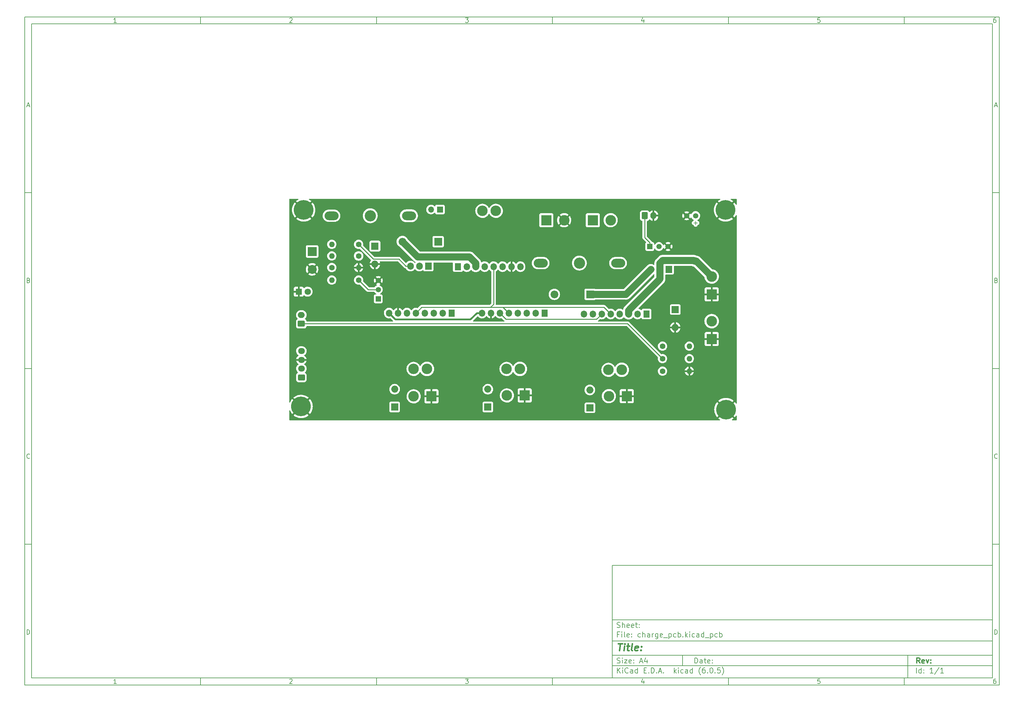
<source format=gtl>
G04 #@! TF.GenerationSoftware,KiCad,Pcbnew,(6.0.5)*
G04 #@! TF.CreationDate,2024-02-08T20:36:08+01:00*
G04 #@! TF.ProjectId,charge_pcb,63686172-6765-45f7-9063-622e6b696361,rev?*
G04 #@! TF.SameCoordinates,Original*
G04 #@! TF.FileFunction,Copper,L1,Top*
G04 #@! TF.FilePolarity,Positive*
%FSLAX46Y46*%
G04 Gerber Fmt 4.6, Leading zero omitted, Abs format (unit mm)*
G04 Created by KiCad (PCBNEW (6.0.5)) date 2024-02-08 20:36:08*
%MOMM*%
%LPD*%
G01*
G04 APERTURE LIST*
G04 Aperture macros list*
%AMRoundRect*
0 Rectangle with rounded corners*
0 $1 Rounding radius*
0 $2 $3 $4 $5 $6 $7 $8 $9 X,Y pos of 4 corners*
0 Add a 4 corners polygon primitive as box body*
4,1,4,$2,$3,$4,$5,$6,$7,$8,$9,$2,$3,0*
0 Add four circle primitives for the rounded corners*
1,1,$1+$1,$2,$3*
1,1,$1+$1,$4,$5*
1,1,$1+$1,$6,$7*
1,1,$1+$1,$8,$9*
0 Add four rect primitives between the rounded corners*
20,1,$1+$1,$2,$3,$4,$5,0*
20,1,$1+$1,$4,$5,$6,$7,0*
20,1,$1+$1,$6,$7,$8,$9,0*
20,1,$1+$1,$8,$9,$2,$3,0*%
G04 Aperture macros list end*
%ADD10C,0.100000*%
%ADD11C,0.150000*%
%ADD12C,0.300000*%
%ADD13C,0.400000*%
G04 #@! TA.AperFunction,EtchedComponent*
%ADD14C,0.150000*%
G04 #@! TD*
G04 #@! TA.AperFunction,ComponentPad*
%ADD15C,1.501140*%
G04 #@! TD*
G04 #@! TA.AperFunction,ComponentPad*
%ADD16O,4.000500X2.499360*%
G04 #@! TD*
G04 #@! TA.AperFunction,ComponentPad*
%ADD17C,3.200000*%
G04 #@! TD*
G04 #@! TA.AperFunction,ComponentPad*
%ADD18R,2.540000X2.540000*%
G04 #@! TD*
G04 #@! TA.AperFunction,ComponentPad*
%ADD19C,2.540000*%
G04 #@! TD*
G04 #@! TA.AperFunction,ComponentPad*
%ADD20O,2.000000X2.000000*%
G04 #@! TD*
G04 #@! TA.AperFunction,ComponentPad*
%ADD21R,2.000000X2.000000*%
G04 #@! TD*
G04 #@! TA.AperFunction,ComponentPad*
%ADD22R,1.500000X1.500000*%
G04 #@! TD*
G04 #@! TA.AperFunction,ComponentPad*
%ADD23C,1.500000*%
G04 #@! TD*
G04 #@! TA.AperFunction,ComponentPad*
%ADD24C,1.600000*%
G04 #@! TD*
G04 #@! TA.AperFunction,ComponentPad*
%ADD25O,1.600000X1.600000*%
G04 #@! TD*
G04 #@! TA.AperFunction,ConnectorPad*
%ADD26C,5.600000*%
G04 #@! TD*
G04 #@! TA.AperFunction,ComponentPad*
%ADD27C,3.600000*%
G04 #@! TD*
G04 #@! TA.AperFunction,ComponentPad*
%ADD28R,3.000000X3.000000*%
G04 #@! TD*
G04 #@! TA.AperFunction,ComponentPad*
%ADD29C,3.000000*%
G04 #@! TD*
G04 #@! TA.AperFunction,ComponentPad*
%ADD30O,1.905000X2.000000*%
G04 #@! TD*
G04 #@! TA.AperFunction,ComponentPad*
%ADD31R,1.905000X2.000000*%
G04 #@! TD*
G04 #@! TA.AperFunction,ComponentPad*
%ADD32RoundRect,0.250000X0.750000X-0.600000X0.750000X0.600000X-0.750000X0.600000X-0.750000X-0.600000X0*%
G04 #@! TD*
G04 #@! TA.AperFunction,ComponentPad*
%ADD33O,2.000000X1.700000*%
G04 #@! TD*
G04 #@! TA.AperFunction,ComponentPad*
%ADD34RoundRect,0.250000X-0.600000X-0.750000X0.600000X-0.750000X0.600000X0.750000X-0.600000X0.750000X0*%
G04 #@! TD*
G04 #@! TA.AperFunction,ComponentPad*
%ADD35O,1.700000X2.000000*%
G04 #@! TD*
G04 #@! TA.AperFunction,ComponentPad*
%ADD36O,3.000000X3.000000*%
G04 #@! TD*
G04 #@! TA.AperFunction,ComponentPad*
%ADD37O,1.800000X2.000000*%
G04 #@! TD*
G04 #@! TA.AperFunction,ComponentPad*
%ADD38R,1.800000X2.000000*%
G04 #@! TD*
G04 #@! TA.AperFunction,ComponentPad*
%ADD39O,1.950000X1.700000*%
G04 #@! TD*
G04 #@! TA.AperFunction,ComponentPad*
%ADD40RoundRect,0.250000X0.725000X-0.600000X0.725000X0.600000X-0.725000X0.600000X-0.725000X-0.600000X0*%
G04 #@! TD*
G04 #@! TA.AperFunction,ComponentPad*
%ADD41O,1.700000X1.700000*%
G04 #@! TD*
G04 #@! TA.AperFunction,ComponentPad*
%ADD42R,1.700000X1.700000*%
G04 #@! TD*
G04 #@! TA.AperFunction,ComponentPad*
%ADD43R,1.800000X1.800000*%
G04 #@! TD*
G04 #@! TA.AperFunction,ComponentPad*
%ADD44C,1.800000*%
G04 #@! TD*
G04 #@! TA.AperFunction,ComponentPad*
%ADD45R,2.200000X2.200000*%
G04 #@! TD*
G04 #@! TA.AperFunction,ComponentPad*
%ADD46O,2.200000X2.200000*%
G04 #@! TD*
G04 #@! TA.AperFunction,Conductor*
%ADD47C,2.000000*%
G04 #@! TD*
G04 #@! TA.AperFunction,Conductor*
%ADD48C,0.254000*%
G04 #@! TD*
G04 #@! TA.AperFunction,Conductor*
%ADD49C,0.500000*%
G04 #@! TD*
G04 APERTURE END LIST*
D10*
D11*
X177002200Y-166007200D02*
X177002200Y-198007200D01*
X285002200Y-198007200D01*
X285002200Y-166007200D01*
X177002200Y-166007200D01*
D10*
D11*
X10000000Y-10000000D02*
X10000000Y-200007200D01*
X287002200Y-200007200D01*
X287002200Y-10000000D01*
X10000000Y-10000000D01*
D10*
D11*
X12000000Y-12000000D02*
X12000000Y-198007200D01*
X285002200Y-198007200D01*
X285002200Y-12000000D01*
X12000000Y-12000000D01*
D10*
D11*
X60000000Y-12000000D02*
X60000000Y-10000000D01*
D10*
D11*
X110000000Y-12000000D02*
X110000000Y-10000000D01*
D10*
D11*
X160000000Y-12000000D02*
X160000000Y-10000000D01*
D10*
D11*
X210000000Y-12000000D02*
X210000000Y-10000000D01*
D10*
D11*
X260000000Y-12000000D02*
X260000000Y-10000000D01*
D10*
D11*
X36065476Y-11588095D02*
X35322619Y-11588095D01*
X35694047Y-11588095D02*
X35694047Y-10288095D01*
X35570238Y-10473809D01*
X35446428Y-10597619D01*
X35322619Y-10659523D01*
D10*
D11*
X85322619Y-10411904D02*
X85384523Y-10350000D01*
X85508333Y-10288095D01*
X85817857Y-10288095D01*
X85941666Y-10350000D01*
X86003571Y-10411904D01*
X86065476Y-10535714D01*
X86065476Y-10659523D01*
X86003571Y-10845238D01*
X85260714Y-11588095D01*
X86065476Y-11588095D01*
D10*
D11*
X135260714Y-10288095D02*
X136065476Y-10288095D01*
X135632142Y-10783333D01*
X135817857Y-10783333D01*
X135941666Y-10845238D01*
X136003571Y-10907142D01*
X136065476Y-11030952D01*
X136065476Y-11340476D01*
X136003571Y-11464285D01*
X135941666Y-11526190D01*
X135817857Y-11588095D01*
X135446428Y-11588095D01*
X135322619Y-11526190D01*
X135260714Y-11464285D01*
D10*
D11*
X185941666Y-10721428D02*
X185941666Y-11588095D01*
X185632142Y-10226190D02*
X185322619Y-11154761D01*
X186127380Y-11154761D01*
D10*
D11*
X236003571Y-10288095D02*
X235384523Y-10288095D01*
X235322619Y-10907142D01*
X235384523Y-10845238D01*
X235508333Y-10783333D01*
X235817857Y-10783333D01*
X235941666Y-10845238D01*
X236003571Y-10907142D01*
X236065476Y-11030952D01*
X236065476Y-11340476D01*
X236003571Y-11464285D01*
X235941666Y-11526190D01*
X235817857Y-11588095D01*
X235508333Y-11588095D01*
X235384523Y-11526190D01*
X235322619Y-11464285D01*
D10*
D11*
X285941666Y-10288095D02*
X285694047Y-10288095D01*
X285570238Y-10350000D01*
X285508333Y-10411904D01*
X285384523Y-10597619D01*
X285322619Y-10845238D01*
X285322619Y-11340476D01*
X285384523Y-11464285D01*
X285446428Y-11526190D01*
X285570238Y-11588095D01*
X285817857Y-11588095D01*
X285941666Y-11526190D01*
X286003571Y-11464285D01*
X286065476Y-11340476D01*
X286065476Y-11030952D01*
X286003571Y-10907142D01*
X285941666Y-10845238D01*
X285817857Y-10783333D01*
X285570238Y-10783333D01*
X285446428Y-10845238D01*
X285384523Y-10907142D01*
X285322619Y-11030952D01*
D10*
D11*
X60000000Y-198007200D02*
X60000000Y-200007200D01*
D10*
D11*
X110000000Y-198007200D02*
X110000000Y-200007200D01*
D10*
D11*
X160000000Y-198007200D02*
X160000000Y-200007200D01*
D10*
D11*
X210000000Y-198007200D02*
X210000000Y-200007200D01*
D10*
D11*
X260000000Y-198007200D02*
X260000000Y-200007200D01*
D10*
D11*
X36065476Y-199595295D02*
X35322619Y-199595295D01*
X35694047Y-199595295D02*
X35694047Y-198295295D01*
X35570238Y-198481009D01*
X35446428Y-198604819D01*
X35322619Y-198666723D01*
D10*
D11*
X85322619Y-198419104D02*
X85384523Y-198357200D01*
X85508333Y-198295295D01*
X85817857Y-198295295D01*
X85941666Y-198357200D01*
X86003571Y-198419104D01*
X86065476Y-198542914D01*
X86065476Y-198666723D01*
X86003571Y-198852438D01*
X85260714Y-199595295D01*
X86065476Y-199595295D01*
D10*
D11*
X135260714Y-198295295D02*
X136065476Y-198295295D01*
X135632142Y-198790533D01*
X135817857Y-198790533D01*
X135941666Y-198852438D01*
X136003571Y-198914342D01*
X136065476Y-199038152D01*
X136065476Y-199347676D01*
X136003571Y-199471485D01*
X135941666Y-199533390D01*
X135817857Y-199595295D01*
X135446428Y-199595295D01*
X135322619Y-199533390D01*
X135260714Y-199471485D01*
D10*
D11*
X185941666Y-198728628D02*
X185941666Y-199595295D01*
X185632142Y-198233390D02*
X185322619Y-199161961D01*
X186127380Y-199161961D01*
D10*
D11*
X236003571Y-198295295D02*
X235384523Y-198295295D01*
X235322619Y-198914342D01*
X235384523Y-198852438D01*
X235508333Y-198790533D01*
X235817857Y-198790533D01*
X235941666Y-198852438D01*
X236003571Y-198914342D01*
X236065476Y-199038152D01*
X236065476Y-199347676D01*
X236003571Y-199471485D01*
X235941666Y-199533390D01*
X235817857Y-199595295D01*
X235508333Y-199595295D01*
X235384523Y-199533390D01*
X235322619Y-199471485D01*
D10*
D11*
X285941666Y-198295295D02*
X285694047Y-198295295D01*
X285570238Y-198357200D01*
X285508333Y-198419104D01*
X285384523Y-198604819D01*
X285322619Y-198852438D01*
X285322619Y-199347676D01*
X285384523Y-199471485D01*
X285446428Y-199533390D01*
X285570238Y-199595295D01*
X285817857Y-199595295D01*
X285941666Y-199533390D01*
X286003571Y-199471485D01*
X286065476Y-199347676D01*
X286065476Y-199038152D01*
X286003571Y-198914342D01*
X285941666Y-198852438D01*
X285817857Y-198790533D01*
X285570238Y-198790533D01*
X285446428Y-198852438D01*
X285384523Y-198914342D01*
X285322619Y-199038152D01*
D10*
D11*
X10000000Y-60000000D02*
X12000000Y-60000000D01*
D10*
D11*
X10000000Y-110000000D02*
X12000000Y-110000000D01*
D10*
D11*
X10000000Y-160000000D02*
X12000000Y-160000000D01*
D10*
D11*
X10690476Y-35216666D02*
X11309523Y-35216666D01*
X10566666Y-35588095D02*
X11000000Y-34288095D01*
X11433333Y-35588095D01*
D10*
D11*
X11092857Y-84907142D02*
X11278571Y-84969047D01*
X11340476Y-85030952D01*
X11402380Y-85154761D01*
X11402380Y-85340476D01*
X11340476Y-85464285D01*
X11278571Y-85526190D01*
X11154761Y-85588095D01*
X10659523Y-85588095D01*
X10659523Y-84288095D01*
X11092857Y-84288095D01*
X11216666Y-84350000D01*
X11278571Y-84411904D01*
X11340476Y-84535714D01*
X11340476Y-84659523D01*
X11278571Y-84783333D01*
X11216666Y-84845238D01*
X11092857Y-84907142D01*
X10659523Y-84907142D01*
D10*
D11*
X11402380Y-135464285D02*
X11340476Y-135526190D01*
X11154761Y-135588095D01*
X11030952Y-135588095D01*
X10845238Y-135526190D01*
X10721428Y-135402380D01*
X10659523Y-135278571D01*
X10597619Y-135030952D01*
X10597619Y-134845238D01*
X10659523Y-134597619D01*
X10721428Y-134473809D01*
X10845238Y-134350000D01*
X11030952Y-134288095D01*
X11154761Y-134288095D01*
X11340476Y-134350000D01*
X11402380Y-134411904D01*
D10*
D11*
X10659523Y-185588095D02*
X10659523Y-184288095D01*
X10969047Y-184288095D01*
X11154761Y-184350000D01*
X11278571Y-184473809D01*
X11340476Y-184597619D01*
X11402380Y-184845238D01*
X11402380Y-185030952D01*
X11340476Y-185278571D01*
X11278571Y-185402380D01*
X11154761Y-185526190D01*
X10969047Y-185588095D01*
X10659523Y-185588095D01*
D10*
D11*
X287002200Y-60000000D02*
X285002200Y-60000000D01*
D10*
D11*
X287002200Y-110000000D02*
X285002200Y-110000000D01*
D10*
D11*
X287002200Y-160000000D02*
X285002200Y-160000000D01*
D10*
D11*
X285692676Y-35216666D02*
X286311723Y-35216666D01*
X285568866Y-35588095D02*
X286002200Y-34288095D01*
X286435533Y-35588095D01*
D10*
D11*
X286095057Y-84907142D02*
X286280771Y-84969047D01*
X286342676Y-85030952D01*
X286404580Y-85154761D01*
X286404580Y-85340476D01*
X286342676Y-85464285D01*
X286280771Y-85526190D01*
X286156961Y-85588095D01*
X285661723Y-85588095D01*
X285661723Y-84288095D01*
X286095057Y-84288095D01*
X286218866Y-84350000D01*
X286280771Y-84411904D01*
X286342676Y-84535714D01*
X286342676Y-84659523D01*
X286280771Y-84783333D01*
X286218866Y-84845238D01*
X286095057Y-84907142D01*
X285661723Y-84907142D01*
D10*
D11*
X286404580Y-135464285D02*
X286342676Y-135526190D01*
X286156961Y-135588095D01*
X286033152Y-135588095D01*
X285847438Y-135526190D01*
X285723628Y-135402380D01*
X285661723Y-135278571D01*
X285599819Y-135030952D01*
X285599819Y-134845238D01*
X285661723Y-134597619D01*
X285723628Y-134473809D01*
X285847438Y-134350000D01*
X286033152Y-134288095D01*
X286156961Y-134288095D01*
X286342676Y-134350000D01*
X286404580Y-134411904D01*
D10*
D11*
X285661723Y-185588095D02*
X285661723Y-184288095D01*
X285971247Y-184288095D01*
X286156961Y-184350000D01*
X286280771Y-184473809D01*
X286342676Y-184597619D01*
X286404580Y-184845238D01*
X286404580Y-185030952D01*
X286342676Y-185278571D01*
X286280771Y-185402380D01*
X286156961Y-185526190D01*
X285971247Y-185588095D01*
X285661723Y-185588095D01*
D10*
D11*
X200434342Y-193785771D02*
X200434342Y-192285771D01*
X200791485Y-192285771D01*
X201005771Y-192357200D01*
X201148628Y-192500057D01*
X201220057Y-192642914D01*
X201291485Y-192928628D01*
X201291485Y-193142914D01*
X201220057Y-193428628D01*
X201148628Y-193571485D01*
X201005771Y-193714342D01*
X200791485Y-193785771D01*
X200434342Y-193785771D01*
X202577200Y-193785771D02*
X202577200Y-193000057D01*
X202505771Y-192857200D01*
X202362914Y-192785771D01*
X202077200Y-192785771D01*
X201934342Y-192857200D01*
X202577200Y-193714342D02*
X202434342Y-193785771D01*
X202077200Y-193785771D01*
X201934342Y-193714342D01*
X201862914Y-193571485D01*
X201862914Y-193428628D01*
X201934342Y-193285771D01*
X202077200Y-193214342D01*
X202434342Y-193214342D01*
X202577200Y-193142914D01*
X203077200Y-192785771D02*
X203648628Y-192785771D01*
X203291485Y-192285771D02*
X203291485Y-193571485D01*
X203362914Y-193714342D01*
X203505771Y-193785771D01*
X203648628Y-193785771D01*
X204720057Y-193714342D02*
X204577200Y-193785771D01*
X204291485Y-193785771D01*
X204148628Y-193714342D01*
X204077200Y-193571485D01*
X204077200Y-193000057D01*
X204148628Y-192857200D01*
X204291485Y-192785771D01*
X204577200Y-192785771D01*
X204720057Y-192857200D01*
X204791485Y-193000057D01*
X204791485Y-193142914D01*
X204077200Y-193285771D01*
X205434342Y-193642914D02*
X205505771Y-193714342D01*
X205434342Y-193785771D01*
X205362914Y-193714342D01*
X205434342Y-193642914D01*
X205434342Y-193785771D01*
X205434342Y-192857200D02*
X205505771Y-192928628D01*
X205434342Y-193000057D01*
X205362914Y-192928628D01*
X205434342Y-192857200D01*
X205434342Y-193000057D01*
D10*
D11*
X177002200Y-194507200D02*
X285002200Y-194507200D01*
D10*
D11*
X178434342Y-196585771D02*
X178434342Y-195085771D01*
X179291485Y-196585771D02*
X178648628Y-195728628D01*
X179291485Y-195085771D02*
X178434342Y-195942914D01*
X179934342Y-196585771D02*
X179934342Y-195585771D01*
X179934342Y-195085771D02*
X179862914Y-195157200D01*
X179934342Y-195228628D01*
X180005771Y-195157200D01*
X179934342Y-195085771D01*
X179934342Y-195228628D01*
X181505771Y-196442914D02*
X181434342Y-196514342D01*
X181220057Y-196585771D01*
X181077200Y-196585771D01*
X180862914Y-196514342D01*
X180720057Y-196371485D01*
X180648628Y-196228628D01*
X180577200Y-195942914D01*
X180577200Y-195728628D01*
X180648628Y-195442914D01*
X180720057Y-195300057D01*
X180862914Y-195157200D01*
X181077200Y-195085771D01*
X181220057Y-195085771D01*
X181434342Y-195157200D01*
X181505771Y-195228628D01*
X182791485Y-196585771D02*
X182791485Y-195800057D01*
X182720057Y-195657200D01*
X182577200Y-195585771D01*
X182291485Y-195585771D01*
X182148628Y-195657200D01*
X182791485Y-196514342D02*
X182648628Y-196585771D01*
X182291485Y-196585771D01*
X182148628Y-196514342D01*
X182077200Y-196371485D01*
X182077200Y-196228628D01*
X182148628Y-196085771D01*
X182291485Y-196014342D01*
X182648628Y-196014342D01*
X182791485Y-195942914D01*
X184148628Y-196585771D02*
X184148628Y-195085771D01*
X184148628Y-196514342D02*
X184005771Y-196585771D01*
X183720057Y-196585771D01*
X183577200Y-196514342D01*
X183505771Y-196442914D01*
X183434342Y-196300057D01*
X183434342Y-195871485D01*
X183505771Y-195728628D01*
X183577200Y-195657200D01*
X183720057Y-195585771D01*
X184005771Y-195585771D01*
X184148628Y-195657200D01*
X186005771Y-195800057D02*
X186505771Y-195800057D01*
X186720057Y-196585771D02*
X186005771Y-196585771D01*
X186005771Y-195085771D01*
X186720057Y-195085771D01*
X187362914Y-196442914D02*
X187434342Y-196514342D01*
X187362914Y-196585771D01*
X187291485Y-196514342D01*
X187362914Y-196442914D01*
X187362914Y-196585771D01*
X188077200Y-196585771D02*
X188077200Y-195085771D01*
X188434342Y-195085771D01*
X188648628Y-195157200D01*
X188791485Y-195300057D01*
X188862914Y-195442914D01*
X188934342Y-195728628D01*
X188934342Y-195942914D01*
X188862914Y-196228628D01*
X188791485Y-196371485D01*
X188648628Y-196514342D01*
X188434342Y-196585771D01*
X188077200Y-196585771D01*
X189577200Y-196442914D02*
X189648628Y-196514342D01*
X189577200Y-196585771D01*
X189505771Y-196514342D01*
X189577200Y-196442914D01*
X189577200Y-196585771D01*
X190220057Y-196157200D02*
X190934342Y-196157200D01*
X190077200Y-196585771D02*
X190577200Y-195085771D01*
X191077200Y-196585771D01*
X191577200Y-196442914D02*
X191648628Y-196514342D01*
X191577200Y-196585771D01*
X191505771Y-196514342D01*
X191577200Y-196442914D01*
X191577200Y-196585771D01*
X194577200Y-196585771D02*
X194577200Y-195085771D01*
X194720057Y-196014342D02*
X195148628Y-196585771D01*
X195148628Y-195585771D02*
X194577200Y-196157200D01*
X195791485Y-196585771D02*
X195791485Y-195585771D01*
X195791485Y-195085771D02*
X195720057Y-195157200D01*
X195791485Y-195228628D01*
X195862914Y-195157200D01*
X195791485Y-195085771D01*
X195791485Y-195228628D01*
X197148628Y-196514342D02*
X197005771Y-196585771D01*
X196720057Y-196585771D01*
X196577200Y-196514342D01*
X196505771Y-196442914D01*
X196434342Y-196300057D01*
X196434342Y-195871485D01*
X196505771Y-195728628D01*
X196577200Y-195657200D01*
X196720057Y-195585771D01*
X197005771Y-195585771D01*
X197148628Y-195657200D01*
X198434342Y-196585771D02*
X198434342Y-195800057D01*
X198362914Y-195657200D01*
X198220057Y-195585771D01*
X197934342Y-195585771D01*
X197791485Y-195657200D01*
X198434342Y-196514342D02*
X198291485Y-196585771D01*
X197934342Y-196585771D01*
X197791485Y-196514342D01*
X197720057Y-196371485D01*
X197720057Y-196228628D01*
X197791485Y-196085771D01*
X197934342Y-196014342D01*
X198291485Y-196014342D01*
X198434342Y-195942914D01*
X199791485Y-196585771D02*
X199791485Y-195085771D01*
X199791485Y-196514342D02*
X199648628Y-196585771D01*
X199362914Y-196585771D01*
X199220057Y-196514342D01*
X199148628Y-196442914D01*
X199077200Y-196300057D01*
X199077200Y-195871485D01*
X199148628Y-195728628D01*
X199220057Y-195657200D01*
X199362914Y-195585771D01*
X199648628Y-195585771D01*
X199791485Y-195657200D01*
X202077200Y-197157200D02*
X202005771Y-197085771D01*
X201862914Y-196871485D01*
X201791485Y-196728628D01*
X201720057Y-196514342D01*
X201648628Y-196157200D01*
X201648628Y-195871485D01*
X201720057Y-195514342D01*
X201791485Y-195300057D01*
X201862914Y-195157200D01*
X202005771Y-194942914D01*
X202077200Y-194871485D01*
X203291485Y-195085771D02*
X203005771Y-195085771D01*
X202862914Y-195157200D01*
X202791485Y-195228628D01*
X202648628Y-195442914D01*
X202577200Y-195728628D01*
X202577200Y-196300057D01*
X202648628Y-196442914D01*
X202720057Y-196514342D01*
X202862914Y-196585771D01*
X203148628Y-196585771D01*
X203291485Y-196514342D01*
X203362914Y-196442914D01*
X203434342Y-196300057D01*
X203434342Y-195942914D01*
X203362914Y-195800057D01*
X203291485Y-195728628D01*
X203148628Y-195657200D01*
X202862914Y-195657200D01*
X202720057Y-195728628D01*
X202648628Y-195800057D01*
X202577200Y-195942914D01*
X204077200Y-196442914D02*
X204148628Y-196514342D01*
X204077200Y-196585771D01*
X204005771Y-196514342D01*
X204077200Y-196442914D01*
X204077200Y-196585771D01*
X205077200Y-195085771D02*
X205220057Y-195085771D01*
X205362914Y-195157200D01*
X205434342Y-195228628D01*
X205505771Y-195371485D01*
X205577200Y-195657200D01*
X205577200Y-196014342D01*
X205505771Y-196300057D01*
X205434342Y-196442914D01*
X205362914Y-196514342D01*
X205220057Y-196585771D01*
X205077200Y-196585771D01*
X204934342Y-196514342D01*
X204862914Y-196442914D01*
X204791485Y-196300057D01*
X204720057Y-196014342D01*
X204720057Y-195657200D01*
X204791485Y-195371485D01*
X204862914Y-195228628D01*
X204934342Y-195157200D01*
X205077200Y-195085771D01*
X206220057Y-196442914D02*
X206291485Y-196514342D01*
X206220057Y-196585771D01*
X206148628Y-196514342D01*
X206220057Y-196442914D01*
X206220057Y-196585771D01*
X207648628Y-195085771D02*
X206934342Y-195085771D01*
X206862914Y-195800057D01*
X206934342Y-195728628D01*
X207077200Y-195657200D01*
X207434342Y-195657200D01*
X207577200Y-195728628D01*
X207648628Y-195800057D01*
X207720057Y-195942914D01*
X207720057Y-196300057D01*
X207648628Y-196442914D01*
X207577200Y-196514342D01*
X207434342Y-196585771D01*
X207077200Y-196585771D01*
X206934342Y-196514342D01*
X206862914Y-196442914D01*
X208220057Y-197157200D02*
X208291485Y-197085771D01*
X208434342Y-196871485D01*
X208505771Y-196728628D01*
X208577200Y-196514342D01*
X208648628Y-196157200D01*
X208648628Y-195871485D01*
X208577200Y-195514342D01*
X208505771Y-195300057D01*
X208434342Y-195157200D01*
X208291485Y-194942914D01*
X208220057Y-194871485D01*
D10*
D11*
X177002200Y-191507200D02*
X285002200Y-191507200D01*
D10*
D12*
X264411485Y-193785771D02*
X263911485Y-193071485D01*
X263554342Y-193785771D02*
X263554342Y-192285771D01*
X264125771Y-192285771D01*
X264268628Y-192357200D01*
X264340057Y-192428628D01*
X264411485Y-192571485D01*
X264411485Y-192785771D01*
X264340057Y-192928628D01*
X264268628Y-193000057D01*
X264125771Y-193071485D01*
X263554342Y-193071485D01*
X265625771Y-193714342D02*
X265482914Y-193785771D01*
X265197200Y-193785771D01*
X265054342Y-193714342D01*
X264982914Y-193571485D01*
X264982914Y-193000057D01*
X265054342Y-192857200D01*
X265197200Y-192785771D01*
X265482914Y-192785771D01*
X265625771Y-192857200D01*
X265697200Y-193000057D01*
X265697200Y-193142914D01*
X264982914Y-193285771D01*
X266197200Y-192785771D02*
X266554342Y-193785771D01*
X266911485Y-192785771D01*
X267482914Y-193642914D02*
X267554342Y-193714342D01*
X267482914Y-193785771D01*
X267411485Y-193714342D01*
X267482914Y-193642914D01*
X267482914Y-193785771D01*
X267482914Y-192857200D02*
X267554342Y-192928628D01*
X267482914Y-193000057D01*
X267411485Y-192928628D01*
X267482914Y-192857200D01*
X267482914Y-193000057D01*
D10*
D11*
X178362914Y-193714342D02*
X178577200Y-193785771D01*
X178934342Y-193785771D01*
X179077200Y-193714342D01*
X179148628Y-193642914D01*
X179220057Y-193500057D01*
X179220057Y-193357200D01*
X179148628Y-193214342D01*
X179077200Y-193142914D01*
X178934342Y-193071485D01*
X178648628Y-193000057D01*
X178505771Y-192928628D01*
X178434342Y-192857200D01*
X178362914Y-192714342D01*
X178362914Y-192571485D01*
X178434342Y-192428628D01*
X178505771Y-192357200D01*
X178648628Y-192285771D01*
X179005771Y-192285771D01*
X179220057Y-192357200D01*
X179862914Y-193785771D02*
X179862914Y-192785771D01*
X179862914Y-192285771D02*
X179791485Y-192357200D01*
X179862914Y-192428628D01*
X179934342Y-192357200D01*
X179862914Y-192285771D01*
X179862914Y-192428628D01*
X180434342Y-192785771D02*
X181220057Y-192785771D01*
X180434342Y-193785771D01*
X181220057Y-193785771D01*
X182362914Y-193714342D02*
X182220057Y-193785771D01*
X181934342Y-193785771D01*
X181791485Y-193714342D01*
X181720057Y-193571485D01*
X181720057Y-193000057D01*
X181791485Y-192857200D01*
X181934342Y-192785771D01*
X182220057Y-192785771D01*
X182362914Y-192857200D01*
X182434342Y-193000057D01*
X182434342Y-193142914D01*
X181720057Y-193285771D01*
X183077200Y-193642914D02*
X183148628Y-193714342D01*
X183077200Y-193785771D01*
X183005771Y-193714342D01*
X183077200Y-193642914D01*
X183077200Y-193785771D01*
X183077200Y-192857200D02*
X183148628Y-192928628D01*
X183077200Y-193000057D01*
X183005771Y-192928628D01*
X183077200Y-192857200D01*
X183077200Y-193000057D01*
X184862914Y-193357200D02*
X185577200Y-193357200D01*
X184720057Y-193785771D02*
X185220057Y-192285771D01*
X185720057Y-193785771D01*
X186862914Y-192785771D02*
X186862914Y-193785771D01*
X186505771Y-192214342D02*
X186148628Y-193285771D01*
X187077200Y-193285771D01*
D10*
D11*
X263434342Y-196585771D02*
X263434342Y-195085771D01*
X264791485Y-196585771D02*
X264791485Y-195085771D01*
X264791485Y-196514342D02*
X264648628Y-196585771D01*
X264362914Y-196585771D01*
X264220057Y-196514342D01*
X264148628Y-196442914D01*
X264077200Y-196300057D01*
X264077200Y-195871485D01*
X264148628Y-195728628D01*
X264220057Y-195657200D01*
X264362914Y-195585771D01*
X264648628Y-195585771D01*
X264791485Y-195657200D01*
X265505771Y-196442914D02*
X265577200Y-196514342D01*
X265505771Y-196585771D01*
X265434342Y-196514342D01*
X265505771Y-196442914D01*
X265505771Y-196585771D01*
X265505771Y-195657200D02*
X265577200Y-195728628D01*
X265505771Y-195800057D01*
X265434342Y-195728628D01*
X265505771Y-195657200D01*
X265505771Y-195800057D01*
X268148628Y-196585771D02*
X267291485Y-196585771D01*
X267720057Y-196585771D02*
X267720057Y-195085771D01*
X267577200Y-195300057D01*
X267434342Y-195442914D01*
X267291485Y-195514342D01*
X269862914Y-195014342D02*
X268577200Y-196942914D01*
X271148628Y-196585771D02*
X270291485Y-196585771D01*
X270720057Y-196585771D02*
X270720057Y-195085771D01*
X270577200Y-195300057D01*
X270434342Y-195442914D01*
X270291485Y-195514342D01*
D10*
D11*
X177002200Y-187507200D02*
X285002200Y-187507200D01*
D10*
D13*
X178714580Y-188211961D02*
X179857438Y-188211961D01*
X179036009Y-190211961D02*
X179286009Y-188211961D01*
X180274104Y-190211961D02*
X180440771Y-188878628D01*
X180524104Y-188211961D02*
X180416961Y-188307200D01*
X180500295Y-188402438D01*
X180607438Y-188307200D01*
X180524104Y-188211961D01*
X180500295Y-188402438D01*
X181107438Y-188878628D02*
X181869342Y-188878628D01*
X181476485Y-188211961D02*
X181262200Y-189926247D01*
X181333628Y-190116723D01*
X181512200Y-190211961D01*
X181702676Y-190211961D01*
X182655057Y-190211961D02*
X182476485Y-190116723D01*
X182405057Y-189926247D01*
X182619342Y-188211961D01*
X184190771Y-190116723D02*
X183988390Y-190211961D01*
X183607438Y-190211961D01*
X183428866Y-190116723D01*
X183357438Y-189926247D01*
X183452676Y-189164342D01*
X183571723Y-188973866D01*
X183774104Y-188878628D01*
X184155057Y-188878628D01*
X184333628Y-188973866D01*
X184405057Y-189164342D01*
X184381247Y-189354819D01*
X183405057Y-189545295D01*
X185155057Y-190021485D02*
X185238390Y-190116723D01*
X185131247Y-190211961D01*
X185047914Y-190116723D01*
X185155057Y-190021485D01*
X185131247Y-190211961D01*
X185286009Y-188973866D02*
X185369342Y-189069104D01*
X185262200Y-189164342D01*
X185178866Y-189069104D01*
X185286009Y-188973866D01*
X185262200Y-189164342D01*
D10*
D11*
X178934342Y-185600057D02*
X178434342Y-185600057D01*
X178434342Y-186385771D02*
X178434342Y-184885771D01*
X179148628Y-184885771D01*
X179720057Y-186385771D02*
X179720057Y-185385771D01*
X179720057Y-184885771D02*
X179648628Y-184957200D01*
X179720057Y-185028628D01*
X179791485Y-184957200D01*
X179720057Y-184885771D01*
X179720057Y-185028628D01*
X180648628Y-186385771D02*
X180505771Y-186314342D01*
X180434342Y-186171485D01*
X180434342Y-184885771D01*
X181791485Y-186314342D02*
X181648628Y-186385771D01*
X181362914Y-186385771D01*
X181220057Y-186314342D01*
X181148628Y-186171485D01*
X181148628Y-185600057D01*
X181220057Y-185457200D01*
X181362914Y-185385771D01*
X181648628Y-185385771D01*
X181791485Y-185457200D01*
X181862914Y-185600057D01*
X181862914Y-185742914D01*
X181148628Y-185885771D01*
X182505771Y-186242914D02*
X182577200Y-186314342D01*
X182505771Y-186385771D01*
X182434342Y-186314342D01*
X182505771Y-186242914D01*
X182505771Y-186385771D01*
X182505771Y-185457200D02*
X182577200Y-185528628D01*
X182505771Y-185600057D01*
X182434342Y-185528628D01*
X182505771Y-185457200D01*
X182505771Y-185600057D01*
X185005771Y-186314342D02*
X184862914Y-186385771D01*
X184577200Y-186385771D01*
X184434342Y-186314342D01*
X184362914Y-186242914D01*
X184291485Y-186100057D01*
X184291485Y-185671485D01*
X184362914Y-185528628D01*
X184434342Y-185457200D01*
X184577200Y-185385771D01*
X184862914Y-185385771D01*
X185005771Y-185457200D01*
X185648628Y-186385771D02*
X185648628Y-184885771D01*
X186291485Y-186385771D02*
X186291485Y-185600057D01*
X186220057Y-185457200D01*
X186077200Y-185385771D01*
X185862914Y-185385771D01*
X185720057Y-185457200D01*
X185648628Y-185528628D01*
X187648628Y-186385771D02*
X187648628Y-185600057D01*
X187577200Y-185457200D01*
X187434342Y-185385771D01*
X187148628Y-185385771D01*
X187005771Y-185457200D01*
X187648628Y-186314342D02*
X187505771Y-186385771D01*
X187148628Y-186385771D01*
X187005771Y-186314342D01*
X186934342Y-186171485D01*
X186934342Y-186028628D01*
X187005771Y-185885771D01*
X187148628Y-185814342D01*
X187505771Y-185814342D01*
X187648628Y-185742914D01*
X188362914Y-186385771D02*
X188362914Y-185385771D01*
X188362914Y-185671485D02*
X188434342Y-185528628D01*
X188505771Y-185457200D01*
X188648628Y-185385771D01*
X188791485Y-185385771D01*
X189934342Y-185385771D02*
X189934342Y-186600057D01*
X189862914Y-186742914D01*
X189791485Y-186814342D01*
X189648628Y-186885771D01*
X189434342Y-186885771D01*
X189291485Y-186814342D01*
X189934342Y-186314342D02*
X189791485Y-186385771D01*
X189505771Y-186385771D01*
X189362914Y-186314342D01*
X189291485Y-186242914D01*
X189220057Y-186100057D01*
X189220057Y-185671485D01*
X189291485Y-185528628D01*
X189362914Y-185457200D01*
X189505771Y-185385771D01*
X189791485Y-185385771D01*
X189934342Y-185457200D01*
X191220057Y-186314342D02*
X191077200Y-186385771D01*
X190791485Y-186385771D01*
X190648628Y-186314342D01*
X190577200Y-186171485D01*
X190577200Y-185600057D01*
X190648628Y-185457200D01*
X190791485Y-185385771D01*
X191077200Y-185385771D01*
X191220057Y-185457200D01*
X191291485Y-185600057D01*
X191291485Y-185742914D01*
X190577200Y-185885771D01*
X191577200Y-186528628D02*
X192720057Y-186528628D01*
X193077200Y-185385771D02*
X193077200Y-186885771D01*
X193077200Y-185457200D02*
X193220057Y-185385771D01*
X193505771Y-185385771D01*
X193648628Y-185457200D01*
X193720057Y-185528628D01*
X193791485Y-185671485D01*
X193791485Y-186100057D01*
X193720057Y-186242914D01*
X193648628Y-186314342D01*
X193505771Y-186385771D01*
X193220057Y-186385771D01*
X193077200Y-186314342D01*
X195077200Y-186314342D02*
X194934342Y-186385771D01*
X194648628Y-186385771D01*
X194505771Y-186314342D01*
X194434342Y-186242914D01*
X194362914Y-186100057D01*
X194362914Y-185671485D01*
X194434342Y-185528628D01*
X194505771Y-185457200D01*
X194648628Y-185385771D01*
X194934342Y-185385771D01*
X195077200Y-185457200D01*
X195720057Y-186385771D02*
X195720057Y-184885771D01*
X195720057Y-185457200D02*
X195862914Y-185385771D01*
X196148628Y-185385771D01*
X196291485Y-185457200D01*
X196362914Y-185528628D01*
X196434342Y-185671485D01*
X196434342Y-186100057D01*
X196362914Y-186242914D01*
X196291485Y-186314342D01*
X196148628Y-186385771D01*
X195862914Y-186385771D01*
X195720057Y-186314342D01*
X197077200Y-186242914D02*
X197148628Y-186314342D01*
X197077200Y-186385771D01*
X197005771Y-186314342D01*
X197077200Y-186242914D01*
X197077200Y-186385771D01*
X197791485Y-186385771D02*
X197791485Y-184885771D01*
X197934342Y-185814342D02*
X198362914Y-186385771D01*
X198362914Y-185385771D02*
X197791485Y-185957200D01*
X199005771Y-186385771D02*
X199005771Y-185385771D01*
X199005771Y-184885771D02*
X198934342Y-184957200D01*
X199005771Y-185028628D01*
X199077200Y-184957200D01*
X199005771Y-184885771D01*
X199005771Y-185028628D01*
X200362914Y-186314342D02*
X200220057Y-186385771D01*
X199934342Y-186385771D01*
X199791485Y-186314342D01*
X199720057Y-186242914D01*
X199648628Y-186100057D01*
X199648628Y-185671485D01*
X199720057Y-185528628D01*
X199791485Y-185457200D01*
X199934342Y-185385771D01*
X200220057Y-185385771D01*
X200362914Y-185457200D01*
X201648628Y-186385771D02*
X201648628Y-185600057D01*
X201577200Y-185457200D01*
X201434342Y-185385771D01*
X201148628Y-185385771D01*
X201005771Y-185457200D01*
X201648628Y-186314342D02*
X201505771Y-186385771D01*
X201148628Y-186385771D01*
X201005771Y-186314342D01*
X200934342Y-186171485D01*
X200934342Y-186028628D01*
X201005771Y-185885771D01*
X201148628Y-185814342D01*
X201505771Y-185814342D01*
X201648628Y-185742914D01*
X203005771Y-186385771D02*
X203005771Y-184885771D01*
X203005771Y-186314342D02*
X202862914Y-186385771D01*
X202577200Y-186385771D01*
X202434342Y-186314342D01*
X202362914Y-186242914D01*
X202291485Y-186100057D01*
X202291485Y-185671485D01*
X202362914Y-185528628D01*
X202434342Y-185457200D01*
X202577200Y-185385771D01*
X202862914Y-185385771D01*
X203005771Y-185457200D01*
X203362914Y-186528628D02*
X204505771Y-186528628D01*
X204862914Y-185385771D02*
X204862914Y-186885771D01*
X204862914Y-185457200D02*
X205005771Y-185385771D01*
X205291485Y-185385771D01*
X205434342Y-185457200D01*
X205505771Y-185528628D01*
X205577200Y-185671485D01*
X205577200Y-186100057D01*
X205505771Y-186242914D01*
X205434342Y-186314342D01*
X205291485Y-186385771D01*
X205005771Y-186385771D01*
X204862914Y-186314342D01*
X206862914Y-186314342D02*
X206720057Y-186385771D01*
X206434342Y-186385771D01*
X206291485Y-186314342D01*
X206220057Y-186242914D01*
X206148628Y-186100057D01*
X206148628Y-185671485D01*
X206220057Y-185528628D01*
X206291485Y-185457200D01*
X206434342Y-185385771D01*
X206720057Y-185385771D01*
X206862914Y-185457200D01*
X207505771Y-186385771D02*
X207505771Y-184885771D01*
X207505771Y-185457200D02*
X207648628Y-185385771D01*
X207934342Y-185385771D01*
X208077200Y-185457200D01*
X208148628Y-185528628D01*
X208220057Y-185671485D01*
X208220057Y-186100057D01*
X208148628Y-186242914D01*
X208077200Y-186314342D01*
X207934342Y-186385771D01*
X207648628Y-186385771D01*
X207505771Y-186314342D01*
D10*
D11*
X177002200Y-181507200D02*
X285002200Y-181507200D01*
D10*
D11*
X178362914Y-183614342D02*
X178577200Y-183685771D01*
X178934342Y-183685771D01*
X179077200Y-183614342D01*
X179148628Y-183542914D01*
X179220057Y-183400057D01*
X179220057Y-183257200D01*
X179148628Y-183114342D01*
X179077200Y-183042914D01*
X178934342Y-182971485D01*
X178648628Y-182900057D01*
X178505771Y-182828628D01*
X178434342Y-182757200D01*
X178362914Y-182614342D01*
X178362914Y-182471485D01*
X178434342Y-182328628D01*
X178505771Y-182257200D01*
X178648628Y-182185771D01*
X179005771Y-182185771D01*
X179220057Y-182257200D01*
X179862914Y-183685771D02*
X179862914Y-182185771D01*
X180505771Y-183685771D02*
X180505771Y-182900057D01*
X180434342Y-182757200D01*
X180291485Y-182685771D01*
X180077200Y-182685771D01*
X179934342Y-182757200D01*
X179862914Y-182828628D01*
X181791485Y-183614342D02*
X181648628Y-183685771D01*
X181362914Y-183685771D01*
X181220057Y-183614342D01*
X181148628Y-183471485D01*
X181148628Y-182900057D01*
X181220057Y-182757200D01*
X181362914Y-182685771D01*
X181648628Y-182685771D01*
X181791485Y-182757200D01*
X181862914Y-182900057D01*
X181862914Y-183042914D01*
X181148628Y-183185771D01*
X183077200Y-183614342D02*
X182934342Y-183685771D01*
X182648628Y-183685771D01*
X182505771Y-183614342D01*
X182434342Y-183471485D01*
X182434342Y-182900057D01*
X182505771Y-182757200D01*
X182648628Y-182685771D01*
X182934342Y-182685771D01*
X183077200Y-182757200D01*
X183148628Y-182900057D01*
X183148628Y-183042914D01*
X182434342Y-183185771D01*
X183577200Y-182685771D02*
X184148628Y-182685771D01*
X183791485Y-182185771D02*
X183791485Y-183471485D01*
X183862914Y-183614342D01*
X184005771Y-183685771D01*
X184148628Y-183685771D01*
X184648628Y-183542914D02*
X184720057Y-183614342D01*
X184648628Y-183685771D01*
X184577200Y-183614342D01*
X184648628Y-183542914D01*
X184648628Y-183685771D01*
X184648628Y-182757200D02*
X184720057Y-182828628D01*
X184648628Y-182900057D01*
X184577200Y-182828628D01*
X184648628Y-182757200D01*
X184648628Y-182900057D01*
D10*
D12*
D10*
D11*
D10*
D11*
D10*
D11*
D10*
D11*
D10*
D11*
X197002200Y-191507200D02*
X197002200Y-194507200D01*
D10*
D11*
X261002200Y-191507200D02*
X261002200Y-198007200D01*
D14*
X201160380Y-68587620D02*
X200660000Y-68587620D01*
X200660000Y-68188840D02*
X200660000Y-68087240D01*
X200660000Y-68587620D02*
X200159620Y-68587620D01*
X200660000Y-68587620D02*
X200660000Y-69088000D01*
X200660000Y-68587620D02*
X200660000Y-68188840D01*
D15*
X198120000Y-66548000D03*
X200660000Y-66548000D03*
D16*
X156639260Y-80010000D03*
X178640740Y-80010000D03*
D17*
X167640000Y-80010000D03*
D16*
X97203260Y-66548000D03*
X119204740Y-66548000D03*
D17*
X108204000Y-66548000D03*
D18*
X91694000Y-76708000D03*
D19*
X91694000Y-81788000D03*
D20*
X109545000Y-80264000D03*
D21*
X109545000Y-75184000D03*
D22*
X110490000Y-90170000D03*
D23*
X110490000Y-87570000D03*
X110490000Y-84970000D03*
X192846000Y-75305000D03*
X190246000Y-75305000D03*
D22*
X187646000Y-75305000D03*
D24*
X104902000Y-84836000D03*
D25*
X97282000Y-84836000D03*
X97282000Y-74676000D03*
D24*
X104902000Y-74676000D03*
X191262000Y-110744000D03*
D25*
X198882000Y-110744000D03*
D24*
X191262000Y-107188000D03*
D25*
X198882000Y-107188000D03*
D26*
X89289000Y-64897000D03*
D27*
X89289000Y-64897000D03*
X209169000Y-64897000D03*
D26*
X209169000Y-64897000D03*
D27*
X209296000Y-121666000D03*
D26*
X209296000Y-121666000D03*
X88550000Y-120780000D03*
D27*
X88550000Y-120780000D03*
D28*
X152116000Y-117644000D03*
D29*
X147036000Y-117644000D03*
D30*
X187960000Y-81788000D03*
X190500000Y-81788000D03*
D31*
X193040000Y-81788000D03*
D30*
X119634000Y-80843000D03*
X122174000Y-80843000D03*
D31*
X124714000Y-80843000D03*
D28*
X158242000Y-67818000D03*
D29*
X163322000Y-67818000D03*
D32*
X88629000Y-97262000D03*
D33*
X88629000Y-94762000D03*
D28*
X171450000Y-67818000D03*
D29*
X176530000Y-67818000D03*
D28*
X125626000Y-117898000D03*
D29*
X120546000Y-117898000D03*
D34*
X186202000Y-66531000D03*
D35*
X188702000Y-66531000D03*
D28*
X181102000Y-117856000D03*
D29*
X176022000Y-117856000D03*
D28*
X205232000Y-88900000D03*
D29*
X205232000Y-83820000D03*
D28*
X205232000Y-101600000D03*
D29*
X205232000Y-96520000D03*
D36*
X143891000Y-65151000D03*
X140081000Y-65151000D03*
D37*
X150876000Y-81026000D03*
X148336000Y-81026000D03*
X145796000Y-81026000D03*
X143256000Y-81026000D03*
X140716000Y-81026000D03*
X138176000Y-81026000D03*
X135636000Y-81026000D03*
D38*
X133096000Y-81026000D03*
X131318000Y-94234000D03*
D37*
X128778000Y-94234000D03*
X126238000Y-94234000D03*
X123698000Y-94234000D03*
X121158000Y-94234000D03*
X118618000Y-94234000D03*
X116078000Y-94234000D03*
X113538000Y-94234000D03*
D36*
X124333000Y-110109000D03*
X120523000Y-110109000D03*
D38*
X157734000Y-94234000D03*
D37*
X155194000Y-94234000D03*
X152654000Y-94234000D03*
X150114000Y-94234000D03*
X147574000Y-94234000D03*
X145034000Y-94234000D03*
X142494000Y-94234000D03*
X139954000Y-94234000D03*
D36*
X150749000Y-110109000D03*
X146939000Y-110109000D03*
D38*
X186690000Y-94488000D03*
D37*
X184150000Y-94488000D03*
X181610000Y-94488000D03*
X179070000Y-94488000D03*
X176530000Y-94488000D03*
X173990000Y-94488000D03*
X171450000Y-94488000D03*
X168910000Y-94488000D03*
D36*
X179705000Y-110363000D03*
X175895000Y-110363000D03*
D25*
X198882000Y-103632000D03*
D24*
X191262000Y-103632000D03*
D39*
X88646000Y-105022000D03*
X88646000Y-107522000D03*
X88646000Y-110022000D03*
D40*
X88646000Y-112522000D03*
D24*
X104902000Y-77978000D03*
D25*
X97282000Y-77978000D03*
D41*
X125476000Y-64770000D03*
D42*
X128016000Y-64770000D03*
D21*
X170617000Y-121158000D03*
D20*
X170617000Y-116078000D03*
D21*
X194889000Y-93218000D03*
D20*
X194889000Y-98298000D03*
D43*
X87879000Y-88138000D03*
D44*
X90419000Y-88138000D03*
D21*
X115141000Y-120946000D03*
D20*
X115141000Y-115866000D03*
D24*
X97282000Y-81280000D03*
D25*
X104902000Y-81280000D03*
D45*
X170688000Y-88900000D03*
D46*
X160528000Y-88900000D03*
D45*
X127508000Y-73914000D03*
D46*
X117348000Y-73914000D03*
D21*
X141631000Y-120946000D03*
D20*
X141631000Y-115866000D03*
D47*
X180848000Y-88900000D02*
X187960000Y-81788000D01*
X200156789Y-79238489D02*
X191309500Y-79238489D01*
X200406000Y-79487700D02*
X200156789Y-79238489D01*
X200899700Y-79487700D02*
X200406000Y-79487700D01*
D48*
X109108600Y-78882600D02*
X104902000Y-74676000D01*
X116339800Y-78882600D02*
X109108600Y-78882600D01*
X118300200Y-80843000D02*
X116339800Y-78882600D01*
X119634000Y-80843000D02*
X118300200Y-80843000D01*
X107636000Y-87570000D02*
X110490000Y-87570000D01*
X104902000Y-84836000D02*
X107636000Y-87570000D01*
D47*
X170688000Y-88900000D02*
X180848000Y-88900000D01*
D48*
X147574000Y-94234000D02*
X145896600Y-92556600D01*
X174598600Y-92556600D02*
X145896600Y-92556600D01*
X145896600Y-92556600D02*
X142393400Y-92556600D01*
X143256000Y-91694000D02*
X142393400Y-92556600D01*
X143256000Y-81026000D02*
X143256000Y-91694000D01*
X142393400Y-92556600D02*
X122835400Y-92556600D01*
X122835400Y-92556600D02*
X121158000Y-94234000D01*
X176530000Y-94488000D02*
X174598600Y-92556600D01*
D47*
X136467624Y-78293480D02*
X138176000Y-80001856D01*
X121727480Y-78293480D02*
X136467624Y-78293480D01*
X138176000Y-80001856D02*
X138176000Y-81026000D01*
X117348000Y-73914000D02*
X121727480Y-78293480D01*
X190509520Y-84564336D02*
X181610000Y-93463856D01*
X181610000Y-93463856D02*
X181610000Y-94488000D01*
X190509520Y-80038469D02*
X190509520Y-84564336D01*
X191309500Y-79238489D02*
X190509520Y-80038469D01*
X205232000Y-83820000D02*
X200899700Y-79487700D01*
D48*
X186202000Y-72729700D02*
X186202000Y-66531000D01*
X187646000Y-74173700D02*
X186202000Y-72729700D01*
X187646000Y-75305000D02*
X187646000Y-74173700D01*
X172522400Y-95955600D02*
X173990000Y-94488000D01*
X146755600Y-95955600D02*
X172522400Y-95955600D01*
X145034000Y-94234000D02*
X146755600Y-95955600D01*
D49*
X115377700Y-96073700D02*
X113538000Y-94234000D01*
X136710000Y-96073700D02*
X115377700Y-96073700D01*
X138549700Y-94234000D02*
X136710000Y-96073700D01*
X139954000Y-94234000D02*
X138549700Y-94234000D01*
D48*
X181336000Y-97262000D02*
X191262000Y-107188000D01*
X88629000Y-97262000D02*
X181336000Y-97262000D01*
G04 #@! TA.AperFunction,Conductor*
G36*
X87760562Y-61745502D02*
G01*
X87807055Y-61799158D01*
X87817159Y-61869432D01*
X87787665Y-61934012D01*
X87749576Y-61962609D01*
X87750042Y-61963493D01*
X87740991Y-61968265D01*
X87439401Y-62148763D01*
X87433755Y-62152571D01*
X87153408Y-62364596D01*
X87148211Y-62368987D01*
X87146972Y-62370155D01*
X87138950Y-62383862D01*
X87138986Y-62384704D01*
X87144037Y-62392826D01*
X89276190Y-64524980D01*
X89290131Y-64532592D01*
X89291966Y-64532461D01*
X89298580Y-64528210D01*
X91431798Y-62394991D01*
X91439412Y-62381047D01*
X91439344Y-62380089D01*
X91434836Y-62373272D01*
X91433418Y-62372065D01*
X91153813Y-62159064D01*
X91148187Y-62155240D01*
X90847214Y-61973681D01*
X90841187Y-61970476D01*
X90831085Y-61965787D01*
X90777718Y-61918963D01*
X90758138Y-61850720D01*
X90778562Y-61782724D01*
X90832504Y-61736565D01*
X90884136Y-61725500D01*
X207572441Y-61725500D01*
X207640562Y-61745502D01*
X207687055Y-61799158D01*
X207697159Y-61869432D01*
X207667665Y-61934012D01*
X207629576Y-61962609D01*
X207630042Y-61963493D01*
X207620991Y-61968265D01*
X207319401Y-62148763D01*
X207313755Y-62152571D01*
X207033408Y-62364596D01*
X207028211Y-62368987D01*
X207026972Y-62370155D01*
X207018950Y-62383862D01*
X207018986Y-62384704D01*
X207024037Y-62392826D01*
X209156190Y-64524980D01*
X209170131Y-64532592D01*
X209171966Y-64532461D01*
X209178580Y-64528210D01*
X211311798Y-62394991D01*
X211319412Y-62381047D01*
X211319344Y-62380089D01*
X211314836Y-62373272D01*
X211313418Y-62372065D01*
X211033813Y-62159064D01*
X211028187Y-62155240D01*
X210727214Y-61973681D01*
X210721187Y-61970476D01*
X210711085Y-61965787D01*
X210657718Y-61918963D01*
X210638138Y-61850720D01*
X210658562Y-61782724D01*
X210712504Y-61736565D01*
X210764136Y-61725500D01*
X212217500Y-61725500D01*
X212285621Y-61745502D01*
X212332114Y-61799158D01*
X212343500Y-61851500D01*
X212343500Y-63315884D01*
X212323498Y-63384005D01*
X212269842Y-63430498D01*
X212199568Y-63440602D01*
X212134988Y-63411108D01*
X212106146Y-63374843D01*
X212010269Y-63193763D01*
X212006769Y-63187937D01*
X211809697Y-62896862D01*
X211805590Y-62891453D01*
X211692565Y-62758179D01*
X211679740Y-62749743D01*
X211669416Y-62755795D01*
X209541020Y-64884190D01*
X209533408Y-64898131D01*
X209533539Y-64899966D01*
X209537790Y-64906580D01*
X211668009Y-67036798D01*
X211681605Y-67044223D01*
X211691218Y-67037522D01*
X211791518Y-66920912D01*
X211795676Y-66915514D01*
X211994762Y-66625840D01*
X211998310Y-66620029D01*
X212106560Y-66418986D01*
X212156466Y-66368490D01*
X212225751Y-66352991D01*
X212292416Y-66377411D01*
X212335295Y-66433996D01*
X212343500Y-66478721D01*
X212343500Y-119855863D01*
X212323498Y-119923984D01*
X212269842Y-119970477D01*
X212199568Y-119980581D01*
X212134988Y-119951087D01*
X212113164Y-119926503D01*
X211936703Y-119665871D01*
X211932590Y-119660453D01*
X211819565Y-119527179D01*
X211806740Y-119518743D01*
X211796416Y-119524795D01*
X209668020Y-121653190D01*
X209660408Y-121667131D01*
X209660539Y-121668966D01*
X209664790Y-121675580D01*
X211795009Y-123805798D01*
X211808605Y-123813223D01*
X211818218Y-123806522D01*
X211918518Y-123689912D01*
X211922676Y-123684514D01*
X212113660Y-123406629D01*
X212168728Y-123361818D01*
X212239281Y-123353893D01*
X212302919Y-123385369D01*
X212339436Y-123446254D01*
X212343500Y-123477996D01*
X212343500Y-124582500D01*
X212323498Y-124650621D01*
X212269842Y-124697114D01*
X212217500Y-124708500D01*
X211110249Y-124708500D01*
X211042128Y-124688498D01*
X210995635Y-124634842D01*
X210985531Y-124564568D01*
X211015025Y-124499988D01*
X211045920Y-124474159D01*
X211135995Y-124420676D01*
X211141659Y-124416884D01*
X211422732Y-124205849D01*
X211427958Y-124201464D01*
X211437613Y-124192428D01*
X211445682Y-124178750D01*
X211445654Y-124178024D01*
X211440512Y-124169723D01*
X209308810Y-122038020D01*
X209294869Y-122030408D01*
X209293034Y-122030539D01*
X209286420Y-122034790D01*
X207152774Y-124168437D01*
X207145160Y-124182381D01*
X207145237Y-124183470D01*
X207147698Y-124187206D01*
X207421632Y-124397404D01*
X207427262Y-124401259D01*
X207548278Y-124474838D01*
X207596093Y-124527319D01*
X207607944Y-124597320D01*
X207580069Y-124662615D01*
X207521318Y-124702474D01*
X207482819Y-124708500D01*
X85343500Y-124708500D01*
X85275379Y-124688498D01*
X85228886Y-124634842D01*
X85217500Y-124582500D01*
X85217500Y-123296381D01*
X86399160Y-123296381D01*
X86399237Y-123297470D01*
X86401698Y-123301206D01*
X86675632Y-123511404D01*
X86681262Y-123515259D01*
X86981591Y-123697862D01*
X86987593Y-123701080D01*
X87305897Y-123850184D01*
X87312202Y-123852732D01*
X87644743Y-123966587D01*
X87651313Y-123968446D01*
X87994183Y-124045714D01*
X88000912Y-124046853D01*
X88350143Y-124086643D01*
X88356933Y-124087046D01*
X88708419Y-124088886D01*
X88715220Y-124088554D01*
X89064853Y-124052423D01*
X89071581Y-124051357D01*
X89415274Y-123977676D01*
X89421822Y-123975897D01*
X89755549Y-123865527D01*
X89761891Y-123863041D01*
X90081718Y-123717288D01*
X90087777Y-123714121D01*
X90389995Y-123534676D01*
X90395659Y-123530884D01*
X90676732Y-123319849D01*
X90681958Y-123315464D01*
X90691613Y-123306428D01*
X90699682Y-123292750D01*
X90699654Y-123292024D01*
X90694512Y-123283723D01*
X88562810Y-121152020D01*
X88548869Y-121144408D01*
X88547034Y-121144539D01*
X88540420Y-121148790D01*
X86406774Y-123282437D01*
X86399160Y-123296381D01*
X85217500Y-123296381D01*
X85217500Y-122009539D01*
X85237502Y-121941418D01*
X85291158Y-121894925D01*
X85361432Y-121884821D01*
X85426012Y-121914315D01*
X85460733Y-121963360D01*
X85536581Y-122155912D01*
X85539412Y-122162095D01*
X85702803Y-122473310D01*
X85706286Y-122479152D01*
X85902330Y-122770896D01*
X85906433Y-122776340D01*
X86026425Y-122918836D01*
X86039164Y-122927279D01*
X86049608Y-122921181D01*
X88177980Y-120792810D01*
X88184357Y-120781131D01*
X88914408Y-120781131D01*
X88914539Y-120782966D01*
X88918790Y-120789580D01*
X91049009Y-122919798D01*
X91062605Y-122927223D01*
X91072218Y-122920522D01*
X91172518Y-122803912D01*
X91176676Y-122798514D01*
X91375762Y-122508840D01*
X91379310Y-122503029D01*
X91545942Y-122193559D01*
X91548849Y-122187381D01*
X91627319Y-121994134D01*
X113632500Y-121994134D01*
X113639255Y-122056316D01*
X113690385Y-122192705D01*
X113777739Y-122309261D01*
X113894295Y-122396615D01*
X114030684Y-122447745D01*
X114092866Y-122454500D01*
X116189134Y-122454500D01*
X116251316Y-122447745D01*
X116387705Y-122396615D01*
X116504261Y-122309261D01*
X116591615Y-122192705D01*
X116642745Y-122056316D01*
X116649500Y-121994134D01*
X140122500Y-121994134D01*
X140129255Y-122056316D01*
X140180385Y-122192705D01*
X140267739Y-122309261D01*
X140384295Y-122396615D01*
X140520684Y-122447745D01*
X140582866Y-122454500D01*
X142679134Y-122454500D01*
X142741316Y-122447745D01*
X142877705Y-122396615D01*
X142994261Y-122309261D01*
X143071551Y-122206134D01*
X169108500Y-122206134D01*
X169115255Y-122268316D01*
X169166385Y-122404705D01*
X169253739Y-122521261D01*
X169370295Y-122608615D01*
X169506684Y-122659745D01*
X169568866Y-122666500D01*
X171665134Y-122666500D01*
X171727316Y-122659745D01*
X171863705Y-122608615D01*
X171980261Y-122521261D01*
X172067615Y-122404705D01*
X172118745Y-122268316D01*
X172125500Y-122206134D01*
X172125500Y-121657832D01*
X205983333Y-121657832D01*
X206001117Y-122008893D01*
X206001827Y-122015649D01*
X206057420Y-122362723D01*
X206058859Y-122369378D01*
X206151608Y-122708410D01*
X206153757Y-122714871D01*
X206282581Y-123041912D01*
X206285412Y-123048095D01*
X206448803Y-123359310D01*
X206452286Y-123365152D01*
X206648330Y-123656896D01*
X206652433Y-123662340D01*
X206772425Y-123804836D01*
X206785164Y-123813279D01*
X206795608Y-123807181D01*
X208923980Y-121678810D01*
X208931592Y-121664869D01*
X208931461Y-121663034D01*
X208927210Y-121656420D01*
X206796992Y-119526203D01*
X206783455Y-119518811D01*
X206773753Y-119525599D01*
X206666430Y-119651257D01*
X206662296Y-119656664D01*
X206464215Y-119947041D01*
X206460697Y-119952851D01*
X206295134Y-120262922D01*
X206292259Y-120269087D01*
X206161155Y-120595218D01*
X206158962Y-120601658D01*
X206063846Y-120940044D01*
X206062363Y-120946679D01*
X206004350Y-121293354D01*
X206003591Y-121300126D01*
X205983357Y-121651037D01*
X205983333Y-121657832D01*
X172125500Y-121657832D01*
X172125500Y-120109866D01*
X172118745Y-120047684D01*
X172067615Y-119911295D01*
X171980261Y-119794739D01*
X171863705Y-119707385D01*
X171727316Y-119656255D01*
X171665134Y-119649500D01*
X169568866Y-119649500D01*
X169506684Y-119656255D01*
X169370295Y-119707385D01*
X169253739Y-119794739D01*
X169166385Y-119911295D01*
X169115255Y-120047684D01*
X169108500Y-120109866D01*
X169108500Y-122206134D01*
X143071551Y-122206134D01*
X143081615Y-122192705D01*
X143132745Y-122056316D01*
X143139500Y-121994134D01*
X143139500Y-119897866D01*
X143132745Y-119835684D01*
X143081615Y-119699295D01*
X142994261Y-119582739D01*
X142877705Y-119495385D01*
X142741316Y-119444255D01*
X142679134Y-119437500D01*
X140582866Y-119437500D01*
X140520684Y-119444255D01*
X140384295Y-119495385D01*
X140267739Y-119582739D01*
X140180385Y-119699295D01*
X140129255Y-119835684D01*
X140122500Y-119897866D01*
X140122500Y-121994134D01*
X116649500Y-121994134D01*
X116649500Y-119897866D01*
X116642745Y-119835684D01*
X116591615Y-119699295D01*
X116504261Y-119582739D01*
X116387705Y-119495385D01*
X116251316Y-119444255D01*
X116189134Y-119437500D01*
X114092866Y-119437500D01*
X114030684Y-119444255D01*
X113894295Y-119495385D01*
X113777739Y-119582739D01*
X113690385Y-119699295D01*
X113639255Y-119835684D01*
X113632500Y-119897866D01*
X113632500Y-121994134D01*
X91627319Y-121994134D01*
X91681090Y-121861713D01*
X91683304Y-121855283D01*
X91779598Y-121517237D01*
X91781105Y-121510607D01*
X91840332Y-121164118D01*
X91841112Y-121157378D01*
X91862668Y-120804925D01*
X91862784Y-120801323D01*
X91862853Y-120781819D01*
X91862761Y-120778194D01*
X91843666Y-120425615D01*
X91842931Y-120418849D01*
X91786130Y-120071985D01*
X91784663Y-120065313D01*
X91690736Y-119726627D01*
X91688562Y-119720163D01*
X91558598Y-119393578D01*
X91555742Y-119387398D01*
X91391269Y-119076763D01*
X91387769Y-119070937D01*
X91190697Y-118779862D01*
X91186590Y-118774453D01*
X91073565Y-118641179D01*
X91060740Y-118632743D01*
X91050416Y-118638795D01*
X88922020Y-120767190D01*
X88914408Y-120781131D01*
X88184357Y-120781131D01*
X88185592Y-120778869D01*
X88185461Y-120777034D01*
X88181210Y-120770420D01*
X86050992Y-118640203D01*
X86037455Y-118632811D01*
X86027753Y-118639599D01*
X85920430Y-118765257D01*
X85916296Y-118770664D01*
X85718215Y-119061041D01*
X85714697Y-119066851D01*
X85549134Y-119376922D01*
X85546259Y-119383087D01*
X85460407Y-119596650D01*
X85416440Y-119652394D01*
X85349316Y-119675519D01*
X85280344Y-119658682D01*
X85231424Y-119607230D01*
X85217500Y-119549653D01*
X85217500Y-118266862D01*
X86399950Y-118266862D01*
X86399986Y-118267704D01*
X86405037Y-118275826D01*
X88537190Y-120407980D01*
X88551131Y-120415592D01*
X88552966Y-120415461D01*
X88559580Y-120411210D01*
X89463886Y-119506904D01*
X90692798Y-118277991D01*
X90700412Y-118264047D01*
X90700344Y-118263090D01*
X90695834Y-118256271D01*
X90694418Y-118255065D01*
X90414813Y-118042064D01*
X90409187Y-118038240D01*
X90141761Y-117876918D01*
X118532917Y-117876918D01*
X118548682Y-118150320D01*
X118549507Y-118154525D01*
X118549508Y-118154533D01*
X118570806Y-118263090D01*
X118601405Y-118419053D01*
X118602792Y-118423103D01*
X118602793Y-118423108D01*
X118688723Y-118674088D01*
X118690112Y-118678144D01*
X118738550Y-118774453D01*
X118790110Y-118876968D01*
X118813160Y-118922799D01*
X118815586Y-118926328D01*
X118815589Y-118926334D01*
X118965843Y-119144953D01*
X118968274Y-119148490D01*
X118971161Y-119151663D01*
X118971162Y-119151664D01*
X119116873Y-119311799D01*
X119152582Y-119351043D01*
X119155877Y-119353798D01*
X119155878Y-119353799D01*
X119204071Y-119394094D01*
X119362675Y-119526707D01*
X119366316Y-119528991D01*
X119591024Y-119669951D01*
X119591028Y-119669953D01*
X119594664Y-119672234D01*
X119684443Y-119712771D01*
X119840345Y-119783164D01*
X119840349Y-119783166D01*
X119844257Y-119784930D01*
X119848377Y-119786150D01*
X119848376Y-119786150D01*
X120102723Y-119861491D01*
X120102727Y-119861492D01*
X120106836Y-119862709D01*
X120111070Y-119863357D01*
X120111075Y-119863358D01*
X120373298Y-119903483D01*
X120373300Y-119903483D01*
X120377540Y-119904132D01*
X120516912Y-119906322D01*
X120647071Y-119908367D01*
X120647077Y-119908367D01*
X120651362Y-119908434D01*
X120923235Y-119875534D01*
X121188127Y-119806041D01*
X121192087Y-119804401D01*
X121192092Y-119804399D01*
X121340490Y-119742930D01*
X121441136Y-119701241D01*
X121601570Y-119607491D01*
X121673879Y-119565237D01*
X121673880Y-119565236D01*
X121677582Y-119563073D01*
X121831139Y-119442669D01*
X123618001Y-119442669D01*
X123618371Y-119449490D01*
X123623895Y-119500352D01*
X123627521Y-119515604D01*
X123672676Y-119636054D01*
X123681214Y-119651649D01*
X123757715Y-119753724D01*
X123770276Y-119766285D01*
X123872351Y-119842786D01*
X123887946Y-119851324D01*
X124008394Y-119896478D01*
X124023649Y-119900105D01*
X124074514Y-119905631D01*
X124081328Y-119906000D01*
X125353885Y-119906000D01*
X125369124Y-119901525D01*
X125370329Y-119900135D01*
X125372000Y-119892452D01*
X125372000Y-119887884D01*
X125880000Y-119887884D01*
X125884475Y-119903123D01*
X125885865Y-119904328D01*
X125893548Y-119905999D01*
X127170669Y-119905999D01*
X127177490Y-119905629D01*
X127228352Y-119900105D01*
X127243604Y-119896479D01*
X127364054Y-119851324D01*
X127379649Y-119842786D01*
X127481724Y-119766285D01*
X127494285Y-119753724D01*
X127570786Y-119651649D01*
X127579324Y-119636054D01*
X127624478Y-119515606D01*
X127628105Y-119500351D01*
X127633631Y-119449486D01*
X127634000Y-119442672D01*
X127634000Y-118170115D01*
X127629525Y-118154876D01*
X127628135Y-118153671D01*
X127620452Y-118152000D01*
X125898115Y-118152000D01*
X125882876Y-118156475D01*
X125881671Y-118157865D01*
X125880000Y-118165548D01*
X125880000Y-119887884D01*
X125372000Y-119887884D01*
X125372000Y-118170115D01*
X125367525Y-118154876D01*
X125366135Y-118153671D01*
X125358452Y-118152000D01*
X123636116Y-118152000D01*
X123620877Y-118156475D01*
X123619672Y-118157865D01*
X123618001Y-118165548D01*
X123618001Y-119442669D01*
X121831139Y-119442669D01*
X121893089Y-119394094D01*
X121934809Y-119351043D01*
X122080686Y-119200509D01*
X122083669Y-119197431D01*
X122086202Y-119193983D01*
X122086206Y-119193978D01*
X122243257Y-118980178D01*
X122245795Y-118976723D01*
X122274291Y-118924240D01*
X122374418Y-118739830D01*
X122374419Y-118739828D01*
X122376468Y-118736054D01*
X122473269Y-118479877D01*
X122522056Y-118266862D01*
X122533449Y-118217117D01*
X122533450Y-118217113D01*
X122534407Y-118212933D01*
X122538156Y-118170933D01*
X122558531Y-117942627D01*
X122558531Y-117942625D01*
X122558751Y-117940161D01*
X122559166Y-117900627D01*
X122559167Y-117900484D01*
X122559167Y-117900483D01*
X122559193Y-117898000D01*
X122555790Y-117848079D01*
X122540859Y-117629055D01*
X122540858Y-117629049D01*
X122540642Y-117625885D01*
X123618000Y-117625885D01*
X123622475Y-117641124D01*
X123623865Y-117642329D01*
X123631548Y-117644000D01*
X125353885Y-117644000D01*
X125369124Y-117639525D01*
X125370329Y-117638135D01*
X125372000Y-117630452D01*
X125372000Y-117625885D01*
X125880000Y-117625885D01*
X125884475Y-117641124D01*
X125885865Y-117642329D01*
X125893548Y-117644000D01*
X127615884Y-117644000D01*
X127631123Y-117639525D01*
X127632328Y-117638135D01*
X127633999Y-117630452D01*
X127633999Y-117622918D01*
X145022917Y-117622918D01*
X145038682Y-117896320D01*
X145039507Y-117900525D01*
X145039508Y-117900533D01*
X145047283Y-117940161D01*
X145091405Y-118165053D01*
X145092792Y-118169103D01*
X145092793Y-118169108D01*
X145178369Y-118419053D01*
X145180112Y-118424144D01*
X145211137Y-118485830D01*
X145289269Y-118641179D01*
X145303160Y-118668799D01*
X145305586Y-118672328D01*
X145305589Y-118672334D01*
X145353938Y-118742681D01*
X145458274Y-118894490D01*
X145461161Y-118897663D01*
X145461162Y-118897664D01*
X145624129Y-119076763D01*
X145642582Y-119097043D01*
X145645877Y-119099798D01*
X145645878Y-119099799D01*
X145686299Y-119133596D01*
X145852675Y-119272707D01*
X145856316Y-119274991D01*
X146081024Y-119415951D01*
X146081028Y-119415953D01*
X146084664Y-119418234D01*
X146153888Y-119449490D01*
X146330345Y-119529164D01*
X146330349Y-119529166D01*
X146334257Y-119530930D01*
X146338377Y-119532150D01*
X146338376Y-119532150D01*
X146592723Y-119607491D01*
X146592727Y-119607492D01*
X146596836Y-119608709D01*
X146601070Y-119609357D01*
X146601075Y-119609358D01*
X146863298Y-119649483D01*
X146863300Y-119649483D01*
X146867540Y-119650132D01*
X147006912Y-119652322D01*
X147137071Y-119654367D01*
X147137077Y-119654367D01*
X147141362Y-119654434D01*
X147413235Y-119621534D01*
X147678127Y-119552041D01*
X147682087Y-119550401D01*
X147682092Y-119550399D01*
X147867490Y-119473604D01*
X147931136Y-119447241D01*
X148091043Y-119353799D01*
X148163879Y-119311237D01*
X148163880Y-119311236D01*
X148167582Y-119309073D01*
X148321139Y-119188669D01*
X150108001Y-119188669D01*
X150108371Y-119195490D01*
X150113895Y-119246352D01*
X150117521Y-119261604D01*
X150162676Y-119382054D01*
X150171214Y-119397649D01*
X150247715Y-119499724D01*
X150260276Y-119512285D01*
X150362351Y-119588786D01*
X150377946Y-119597324D01*
X150498394Y-119642478D01*
X150513649Y-119646105D01*
X150564514Y-119651631D01*
X150571328Y-119652000D01*
X151843885Y-119652000D01*
X151859124Y-119647525D01*
X151860329Y-119646135D01*
X151862000Y-119638452D01*
X151862000Y-119633884D01*
X152370000Y-119633884D01*
X152374475Y-119649123D01*
X152375865Y-119650328D01*
X152383548Y-119651999D01*
X153660669Y-119651999D01*
X153667490Y-119651629D01*
X153718352Y-119646105D01*
X153733604Y-119642479D01*
X153854054Y-119597324D01*
X153869649Y-119588786D01*
X153971724Y-119512285D01*
X153984285Y-119499724D01*
X154060786Y-119397649D01*
X154069324Y-119382054D01*
X154114478Y-119261606D01*
X154118105Y-119246351D01*
X154123631Y-119195486D01*
X154124000Y-119188672D01*
X154124000Y-117916115D01*
X154119525Y-117900876D01*
X154118135Y-117899671D01*
X154110452Y-117898000D01*
X152388115Y-117898000D01*
X152372876Y-117902475D01*
X152371671Y-117903865D01*
X152370000Y-117911548D01*
X152370000Y-119633884D01*
X151862000Y-119633884D01*
X151862000Y-117916115D01*
X151857525Y-117900876D01*
X151856135Y-117899671D01*
X151848452Y-117898000D01*
X150126116Y-117898000D01*
X150110877Y-117902475D01*
X150109672Y-117903865D01*
X150108001Y-117911548D01*
X150108001Y-119188669D01*
X148321139Y-119188669D01*
X148383089Y-119140094D01*
X148424809Y-119097043D01*
X148570686Y-118946509D01*
X148573669Y-118943431D01*
X148576202Y-118939983D01*
X148576206Y-118939978D01*
X148733257Y-118726178D01*
X148735795Y-118722723D01*
X148753543Y-118690036D01*
X148864418Y-118485830D01*
X148864419Y-118485828D01*
X148866468Y-118482054D01*
X148948846Y-118264047D01*
X148961751Y-118229895D01*
X148961752Y-118229891D01*
X148963269Y-118225877D01*
X149005368Y-118042064D01*
X149023449Y-117963117D01*
X149023450Y-117963113D01*
X149024407Y-117958933D01*
X149025863Y-117942627D01*
X149035475Y-117834918D01*
X174008917Y-117834918D01*
X174024682Y-118108320D01*
X174025507Y-118112525D01*
X174025508Y-118112533D01*
X174048534Y-118229895D01*
X174077405Y-118377053D01*
X174078792Y-118381103D01*
X174078793Y-118381108D01*
X174150822Y-118591487D01*
X174166112Y-118636144D01*
X174289160Y-118880799D01*
X174291586Y-118884328D01*
X174291589Y-118884334D01*
X174417031Y-119066851D01*
X174444274Y-119106490D01*
X174447161Y-119109663D01*
X174447162Y-119109664D01*
X174525254Y-119195486D01*
X174628582Y-119309043D01*
X174838675Y-119484707D01*
X174842316Y-119486991D01*
X175067024Y-119627951D01*
X175067028Y-119627953D01*
X175070664Y-119630234D01*
X175167595Y-119674000D01*
X175316345Y-119741164D01*
X175316349Y-119741166D01*
X175320257Y-119742930D01*
X175324377Y-119744150D01*
X175324376Y-119744150D01*
X175578723Y-119819491D01*
X175578727Y-119819492D01*
X175582836Y-119820709D01*
X175587070Y-119821357D01*
X175587075Y-119821358D01*
X175849298Y-119861483D01*
X175849300Y-119861483D01*
X175853540Y-119862132D01*
X175992912Y-119864322D01*
X176123071Y-119866367D01*
X176123077Y-119866367D01*
X176127362Y-119866434D01*
X176399235Y-119833534D01*
X176664127Y-119764041D01*
X176668087Y-119762401D01*
X176668092Y-119762399D01*
X176820437Y-119699295D01*
X176917136Y-119659241D01*
X177057262Y-119577358D01*
X177149879Y-119523237D01*
X177149880Y-119523236D01*
X177153582Y-119521073D01*
X177307139Y-119400669D01*
X179094001Y-119400669D01*
X179094371Y-119407490D01*
X179099895Y-119458352D01*
X179103521Y-119473604D01*
X179148676Y-119594054D01*
X179157214Y-119609649D01*
X179233715Y-119711724D01*
X179246276Y-119724285D01*
X179348351Y-119800786D01*
X179363946Y-119809324D01*
X179484394Y-119854478D01*
X179499649Y-119858105D01*
X179550514Y-119863631D01*
X179557328Y-119864000D01*
X180829885Y-119864000D01*
X180845124Y-119859525D01*
X180846329Y-119858135D01*
X180848000Y-119850452D01*
X180848000Y-119845884D01*
X181356000Y-119845884D01*
X181360475Y-119861123D01*
X181361865Y-119862328D01*
X181369548Y-119863999D01*
X182646669Y-119863999D01*
X182653490Y-119863629D01*
X182704352Y-119858105D01*
X182719604Y-119854479D01*
X182840054Y-119809324D01*
X182855649Y-119800786D01*
X182957724Y-119724285D01*
X182970285Y-119711724D01*
X183046786Y-119609649D01*
X183055324Y-119594054D01*
X183100478Y-119473606D01*
X183104105Y-119458351D01*
X183109631Y-119407486D01*
X183110000Y-119400672D01*
X183110000Y-119152862D01*
X207145950Y-119152862D01*
X207145986Y-119153704D01*
X207151037Y-119161826D01*
X208399929Y-120410719D01*
X209283190Y-121293980D01*
X209297131Y-121301592D01*
X209298966Y-121301461D01*
X209305580Y-121297210D01*
X210192071Y-120410719D01*
X211438798Y-119163991D01*
X211446412Y-119150047D01*
X211446344Y-119149090D01*
X211441834Y-119142271D01*
X211440418Y-119141065D01*
X211160813Y-118928064D01*
X211155187Y-118924240D01*
X210854214Y-118742681D01*
X210848202Y-118739484D01*
X210529370Y-118591487D01*
X210523070Y-118588967D01*
X210190129Y-118476273D01*
X210183551Y-118474437D01*
X209840417Y-118398367D01*
X209833678Y-118397251D01*
X209484310Y-118358680D01*
X209477529Y-118358301D01*
X209126015Y-118357687D01*
X209119242Y-118358042D01*
X208769720Y-118395395D01*
X208763010Y-118396482D01*
X208419586Y-118471361D01*
X208413011Y-118473172D01*
X208079683Y-118584702D01*
X208073361Y-118587205D01*
X207754034Y-118734079D01*
X207747991Y-118737265D01*
X207446401Y-118917763D01*
X207440755Y-118921571D01*
X207160408Y-119133596D01*
X207155211Y-119137987D01*
X207153972Y-119139155D01*
X207145950Y-119152862D01*
X183110000Y-119152862D01*
X183110000Y-118128115D01*
X183105525Y-118112876D01*
X183104135Y-118111671D01*
X183096452Y-118110000D01*
X181374115Y-118110000D01*
X181358876Y-118114475D01*
X181357671Y-118115865D01*
X181356000Y-118123548D01*
X181356000Y-119845884D01*
X180848000Y-119845884D01*
X180848000Y-118128115D01*
X180843525Y-118112876D01*
X180842135Y-118111671D01*
X180834452Y-118110000D01*
X179112116Y-118110000D01*
X179096877Y-118114475D01*
X179095672Y-118115865D01*
X179094001Y-118123548D01*
X179094001Y-119400669D01*
X177307139Y-119400669D01*
X177369089Y-119352094D01*
X177373186Y-119347867D01*
X177556686Y-119158509D01*
X177559669Y-119155431D01*
X177562202Y-119151983D01*
X177562206Y-119151978D01*
X177719257Y-118938178D01*
X177721795Y-118934723D01*
X177731004Y-118917763D01*
X177850418Y-118697830D01*
X177850419Y-118697828D01*
X177852468Y-118694054D01*
X177934094Y-118478036D01*
X177947751Y-118441895D01*
X177947752Y-118441891D01*
X177949269Y-118437877D01*
X177985888Y-118277991D01*
X178009449Y-118175117D01*
X178009450Y-118175113D01*
X178010407Y-118170933D01*
X178011308Y-118160846D01*
X178034531Y-117900627D01*
X178034531Y-117900625D01*
X178034751Y-117898161D01*
X178035019Y-117872648D01*
X178035167Y-117858484D01*
X178035167Y-117858483D01*
X178035193Y-117856000D01*
X178035024Y-117853519D01*
X178016859Y-117587055D01*
X178016858Y-117587049D01*
X178016642Y-117583885D01*
X179094000Y-117583885D01*
X179098475Y-117599124D01*
X179099865Y-117600329D01*
X179107548Y-117602000D01*
X180829885Y-117602000D01*
X180845124Y-117597525D01*
X180846329Y-117596135D01*
X180848000Y-117588452D01*
X180848000Y-117583885D01*
X181356000Y-117583885D01*
X181360475Y-117599124D01*
X181361865Y-117600329D01*
X181369548Y-117602000D01*
X183091884Y-117602000D01*
X183107123Y-117597525D01*
X183108328Y-117596135D01*
X183109999Y-117588452D01*
X183109999Y-116311331D01*
X183109629Y-116304510D01*
X183104105Y-116253648D01*
X183100479Y-116238396D01*
X183055324Y-116117946D01*
X183046786Y-116102351D01*
X182970285Y-116000276D01*
X182957724Y-115987715D01*
X182855649Y-115911214D01*
X182840054Y-115902676D01*
X182719606Y-115857522D01*
X182704351Y-115853895D01*
X182653486Y-115848369D01*
X182646672Y-115848000D01*
X181374115Y-115848000D01*
X181358876Y-115852475D01*
X181357671Y-115853865D01*
X181356000Y-115861548D01*
X181356000Y-117583885D01*
X180848000Y-117583885D01*
X180848000Y-115866116D01*
X180843525Y-115850877D01*
X180842135Y-115849672D01*
X180834452Y-115848001D01*
X179557331Y-115848001D01*
X179550510Y-115848371D01*
X179499648Y-115853895D01*
X179484396Y-115857521D01*
X179363946Y-115902676D01*
X179348351Y-115911214D01*
X179246276Y-115987715D01*
X179233715Y-116000276D01*
X179157214Y-116102351D01*
X179148676Y-116117946D01*
X179103522Y-116238394D01*
X179099895Y-116253649D01*
X179094369Y-116304514D01*
X179094000Y-116311328D01*
X179094000Y-117583885D01*
X178016642Y-117583885D01*
X178016567Y-117582778D01*
X178002575Y-117515211D01*
X177976049Y-117387124D01*
X177961032Y-117314612D01*
X177869617Y-117056465D01*
X177754617Y-116833657D01*
X177745978Y-116816919D01*
X177745978Y-116816918D01*
X177744013Y-116813112D01*
X177734040Y-116798921D01*
X177607042Y-116618222D01*
X177586545Y-116589057D01*
X177516466Y-116513643D01*
X177403046Y-116391588D01*
X177403043Y-116391585D01*
X177400125Y-116388445D01*
X177396810Y-116385731D01*
X177396806Y-116385728D01*
X177191523Y-116217706D01*
X177188205Y-116214990D01*
X176996930Y-116097777D01*
X176958366Y-116074145D01*
X176958365Y-116074145D01*
X176954704Y-116071901D01*
X176950768Y-116070173D01*
X176707873Y-115963549D01*
X176707869Y-115963548D01*
X176703945Y-115961825D01*
X176440566Y-115886800D01*
X176436324Y-115886196D01*
X176436318Y-115886195D01*
X176209366Y-115853895D01*
X176169443Y-115848213D01*
X176025589Y-115847460D01*
X175899877Y-115846802D01*
X175899871Y-115846802D01*
X175895591Y-115846780D01*
X175891347Y-115847339D01*
X175891343Y-115847339D01*
X175783416Y-115861548D01*
X175624078Y-115882525D01*
X175619938Y-115883658D01*
X175619936Y-115883658D01*
X175593764Y-115890818D01*
X175359928Y-115954788D01*
X175355980Y-115956472D01*
X175111982Y-116060546D01*
X175111978Y-116060548D01*
X175108030Y-116062232D01*
X175014938Y-116117946D01*
X174876725Y-116200664D01*
X174876721Y-116200667D01*
X174873043Y-116202868D01*
X174659318Y-116374094D01*
X174547964Y-116491436D01*
X174489578Y-116552963D01*
X174470808Y-116572742D01*
X174311002Y-116795136D01*
X174182857Y-117037161D01*
X174181385Y-117041184D01*
X174181383Y-117041188D01*
X174117361Y-117216135D01*
X174088743Y-117294337D01*
X174030404Y-117561907D01*
X174008917Y-117834918D01*
X149035475Y-117834918D01*
X149048531Y-117688627D01*
X149048531Y-117688625D01*
X149048751Y-117686161D01*
X149049193Y-117644000D01*
X149048793Y-117638135D01*
X149030859Y-117375055D01*
X149030858Y-117375049D01*
X149030642Y-117371885D01*
X150108000Y-117371885D01*
X150112475Y-117387124D01*
X150113865Y-117388329D01*
X150121548Y-117390000D01*
X151843885Y-117390000D01*
X151859124Y-117385525D01*
X151860329Y-117384135D01*
X151862000Y-117376452D01*
X151862000Y-117371885D01*
X152370000Y-117371885D01*
X152374475Y-117387124D01*
X152375865Y-117388329D01*
X152383548Y-117390000D01*
X154105884Y-117390000D01*
X154121123Y-117385525D01*
X154122328Y-117384135D01*
X154123999Y-117376452D01*
X154123999Y-116099331D01*
X154123629Y-116092510D01*
X154122053Y-116078000D01*
X169103835Y-116078000D01*
X169122465Y-116314711D01*
X169123619Y-116319518D01*
X169123620Y-116319524D01*
X169149598Y-116427728D01*
X169177895Y-116545594D01*
X169179788Y-116550165D01*
X169179789Y-116550167D01*
X169266363Y-116759175D01*
X169268760Y-116764963D01*
X169271346Y-116769183D01*
X169390241Y-116963202D01*
X169390245Y-116963208D01*
X169392824Y-116967416D01*
X169547031Y-117147969D01*
X169727584Y-117302176D01*
X169731792Y-117304755D01*
X169731798Y-117304759D01*
X169868172Y-117388329D01*
X169930037Y-117426240D01*
X169934607Y-117428133D01*
X169934611Y-117428135D01*
X170135273Y-117511251D01*
X170149406Y-117517105D01*
X170229609Y-117536360D01*
X170375476Y-117571380D01*
X170375482Y-117571381D01*
X170380289Y-117572535D01*
X170617000Y-117591165D01*
X170853711Y-117572535D01*
X170858518Y-117571381D01*
X170858524Y-117571380D01*
X171004391Y-117536360D01*
X171084594Y-117517105D01*
X171098727Y-117511251D01*
X171299389Y-117428135D01*
X171299393Y-117428133D01*
X171303963Y-117426240D01*
X171365828Y-117388329D01*
X171502202Y-117304759D01*
X171502208Y-117304755D01*
X171506416Y-117302176D01*
X171686969Y-117147969D01*
X171841176Y-116967416D01*
X171843755Y-116963208D01*
X171843759Y-116963202D01*
X171962654Y-116769183D01*
X171965240Y-116764963D01*
X171967638Y-116759175D01*
X172054211Y-116550167D01*
X172054212Y-116550165D01*
X172056105Y-116545594D01*
X172084402Y-116427728D01*
X172110380Y-116319524D01*
X172110381Y-116319518D01*
X172111535Y-116314711D01*
X172130165Y-116078000D01*
X172111535Y-115841289D01*
X172089991Y-115751549D01*
X172065502Y-115649548D01*
X172056105Y-115610406D01*
X171970286Y-115403218D01*
X171967135Y-115395611D01*
X171967133Y-115395607D01*
X171965240Y-115391037D01*
X171962654Y-115386817D01*
X171843759Y-115192798D01*
X171843755Y-115192792D01*
X171841176Y-115188584D01*
X171686969Y-115008031D01*
X171506416Y-114853824D01*
X171502208Y-114851245D01*
X171502202Y-114851241D01*
X171308183Y-114732346D01*
X171303963Y-114729760D01*
X171299393Y-114727867D01*
X171299389Y-114727865D01*
X171089167Y-114640789D01*
X171089165Y-114640788D01*
X171084594Y-114638895D01*
X171004391Y-114619640D01*
X170858524Y-114584620D01*
X170858518Y-114584619D01*
X170853711Y-114583465D01*
X170617000Y-114564835D01*
X170380289Y-114583465D01*
X170375482Y-114584619D01*
X170375476Y-114584620D01*
X170229609Y-114619640D01*
X170149406Y-114638895D01*
X170144835Y-114640788D01*
X170144833Y-114640789D01*
X169934611Y-114727865D01*
X169934607Y-114727867D01*
X169930037Y-114729760D01*
X169925817Y-114732346D01*
X169731798Y-114851241D01*
X169731792Y-114851245D01*
X169727584Y-114853824D01*
X169547031Y-115008031D01*
X169392824Y-115188584D01*
X169390245Y-115192792D01*
X169390241Y-115192798D01*
X169271346Y-115386817D01*
X169268760Y-115391037D01*
X169266867Y-115395607D01*
X169266865Y-115395611D01*
X169263714Y-115403218D01*
X169177895Y-115610406D01*
X169168498Y-115649548D01*
X169144010Y-115751549D01*
X169122465Y-115841289D01*
X169103835Y-116078000D01*
X154122053Y-116078000D01*
X154118105Y-116041648D01*
X154114479Y-116026396D01*
X154069324Y-115905946D01*
X154060786Y-115890351D01*
X153984285Y-115788276D01*
X153971724Y-115775715D01*
X153869649Y-115699214D01*
X153854054Y-115690676D01*
X153733606Y-115645522D01*
X153718351Y-115641895D01*
X153667486Y-115636369D01*
X153660672Y-115636000D01*
X152388115Y-115636000D01*
X152372876Y-115640475D01*
X152371671Y-115641865D01*
X152370000Y-115649548D01*
X152370000Y-117371885D01*
X151862000Y-117371885D01*
X151862000Y-115654116D01*
X151857525Y-115638877D01*
X151856135Y-115637672D01*
X151848452Y-115636001D01*
X150571331Y-115636001D01*
X150564510Y-115636371D01*
X150513648Y-115641895D01*
X150498396Y-115645521D01*
X150377946Y-115690676D01*
X150362351Y-115699214D01*
X150260276Y-115775715D01*
X150247715Y-115788276D01*
X150171214Y-115890351D01*
X150162676Y-115905946D01*
X150117522Y-116026394D01*
X150113895Y-116041649D01*
X150108369Y-116092514D01*
X150108000Y-116099328D01*
X150108000Y-117371885D01*
X149030642Y-117371885D01*
X149030567Y-117370778D01*
X149018936Y-117314612D01*
X148975901Y-117106809D01*
X148975032Y-117102612D01*
X148883617Y-116844465D01*
X148758013Y-116601112D01*
X148748040Y-116586921D01*
X148679279Y-116489085D01*
X148600545Y-116377057D01*
X148485867Y-116253649D01*
X148417046Y-116179588D01*
X148417043Y-116179585D01*
X148414125Y-116176445D01*
X148410810Y-116173731D01*
X148410806Y-116173728D01*
X148205523Y-116005706D01*
X148202205Y-116002990D01*
X147968704Y-115859901D01*
X147963285Y-115857522D01*
X147721873Y-115751549D01*
X147721869Y-115751548D01*
X147717945Y-115749825D01*
X147454566Y-115674800D01*
X147450324Y-115674196D01*
X147450318Y-115674195D01*
X147223366Y-115641895D01*
X147183443Y-115636213D01*
X147039589Y-115635460D01*
X146913877Y-115634802D01*
X146913871Y-115634802D01*
X146909591Y-115634780D01*
X146905347Y-115635339D01*
X146905343Y-115635339D01*
X146797416Y-115649548D01*
X146638078Y-115670525D01*
X146633938Y-115671658D01*
X146633936Y-115671658D01*
X146564418Y-115690676D01*
X146373928Y-115742788D01*
X146369980Y-115744472D01*
X146125982Y-115848546D01*
X146125978Y-115848548D01*
X146122030Y-115850232D01*
X146045732Y-115895895D01*
X145890725Y-115988664D01*
X145890721Y-115988667D01*
X145887043Y-115990868D01*
X145673318Y-116162094D01*
X145586436Y-116253649D01*
X145491841Y-116353331D01*
X145484808Y-116360742D01*
X145325002Y-116583136D01*
X145196857Y-116825161D01*
X145195385Y-116829184D01*
X145195383Y-116829188D01*
X145113605Y-117052656D01*
X145102743Y-117082337D01*
X145044404Y-117349907D01*
X145043568Y-117360535D01*
X145024916Y-117597525D01*
X145022917Y-117622918D01*
X127633999Y-117622918D01*
X127633999Y-116353331D01*
X127633629Y-116346510D01*
X127628105Y-116295648D01*
X127624479Y-116280396D01*
X127579324Y-116159946D01*
X127570786Y-116144351D01*
X127494285Y-116042276D01*
X127481724Y-116029715D01*
X127379649Y-115953214D01*
X127364054Y-115944676D01*
X127243606Y-115899522D01*
X127228351Y-115895895D01*
X127177486Y-115890369D01*
X127170672Y-115890000D01*
X125898115Y-115890000D01*
X125882876Y-115894475D01*
X125881671Y-115895865D01*
X125880000Y-115903548D01*
X125880000Y-117625885D01*
X125372000Y-117625885D01*
X125372000Y-115908116D01*
X125367525Y-115892877D01*
X125366135Y-115891672D01*
X125358452Y-115890001D01*
X124081331Y-115890001D01*
X124074510Y-115890371D01*
X124023648Y-115895895D01*
X124008396Y-115899521D01*
X123887946Y-115944676D01*
X123872351Y-115953214D01*
X123770276Y-116029715D01*
X123757715Y-116042276D01*
X123681214Y-116144351D01*
X123672676Y-116159946D01*
X123627522Y-116280394D01*
X123623895Y-116295649D01*
X123618369Y-116346514D01*
X123618000Y-116353328D01*
X123618000Y-117625885D01*
X122540642Y-117625885D01*
X122540567Y-117624778D01*
X122532099Y-117583885D01*
X122490732Y-117384135D01*
X122485032Y-117356612D01*
X122393617Y-117098465D01*
X122327918Y-116971175D01*
X122269978Y-116858919D01*
X122269978Y-116858918D01*
X122268013Y-116855112D01*
X122263371Y-116848506D01*
X122113008Y-116634562D01*
X122110545Y-116631057D01*
X121924125Y-116430445D01*
X121920810Y-116427731D01*
X121920806Y-116427728D01*
X121782726Y-116314711D01*
X121712205Y-116256990D01*
X121478704Y-116113901D01*
X121464177Y-116107524D01*
X121231873Y-116005549D01*
X121231869Y-116005548D01*
X121227945Y-116003825D01*
X120964566Y-115928800D01*
X120960324Y-115928196D01*
X120960318Y-115928195D01*
X120733366Y-115895895D01*
X120693443Y-115890213D01*
X120549589Y-115889460D01*
X120423877Y-115888802D01*
X120423871Y-115888802D01*
X120419591Y-115888780D01*
X120415347Y-115889339D01*
X120415343Y-115889339D01*
X120314039Y-115902676D01*
X120148078Y-115924525D01*
X120143938Y-115925658D01*
X120143936Y-115925658D01*
X120074418Y-115944676D01*
X119883928Y-115996788D01*
X119879980Y-115998472D01*
X119635982Y-116102546D01*
X119635978Y-116102548D01*
X119632030Y-116104232D01*
X119564996Y-116144351D01*
X119400725Y-116242664D01*
X119400721Y-116242667D01*
X119397043Y-116244868D01*
X119183318Y-116416094D01*
X119166717Y-116433588D01*
X119004130Y-116604919D01*
X118994808Y-116614742D01*
X118835002Y-116837136D01*
X118706857Y-117079161D01*
X118705385Y-117083184D01*
X118705383Y-117083188D01*
X118624299Y-117304759D01*
X118612743Y-117336337D01*
X118554404Y-117603907D01*
X118532917Y-117876918D01*
X90141761Y-117876918D01*
X90108214Y-117856681D01*
X90102202Y-117853484D01*
X89783370Y-117705487D01*
X89777070Y-117702967D01*
X89444129Y-117590273D01*
X89437551Y-117588437D01*
X89094417Y-117512367D01*
X89087678Y-117511251D01*
X88738310Y-117472680D01*
X88731529Y-117472301D01*
X88380015Y-117471687D01*
X88373242Y-117472042D01*
X88023720Y-117509395D01*
X88017010Y-117510482D01*
X87673586Y-117585361D01*
X87667011Y-117587172D01*
X87333683Y-117698702D01*
X87327361Y-117701205D01*
X87008034Y-117848079D01*
X87001991Y-117851265D01*
X86700401Y-118031763D01*
X86694755Y-118035571D01*
X86414408Y-118247596D01*
X86409211Y-118251987D01*
X86407972Y-118253155D01*
X86399950Y-118266862D01*
X85217500Y-118266862D01*
X85217500Y-115866000D01*
X113627835Y-115866000D01*
X113646465Y-116102711D01*
X113647619Y-116107518D01*
X113647620Y-116107524D01*
X113679040Y-116238396D01*
X113701895Y-116333594D01*
X113703788Y-116338165D01*
X113703789Y-116338167D01*
X113789708Y-116545594D01*
X113792760Y-116552963D01*
X113795346Y-116557183D01*
X113914241Y-116751202D01*
X113914245Y-116751208D01*
X113916824Y-116755416D01*
X114071031Y-116935969D01*
X114251584Y-117090176D01*
X114255792Y-117092755D01*
X114255798Y-117092759D01*
X114345893Y-117147969D01*
X114454037Y-117214240D01*
X114458607Y-117216133D01*
X114458611Y-117216135D01*
X114668833Y-117303211D01*
X114673406Y-117305105D01*
X114753609Y-117324360D01*
X114899476Y-117359380D01*
X114899482Y-117359381D01*
X114904289Y-117360535D01*
X115141000Y-117379165D01*
X115377711Y-117360535D01*
X115382518Y-117359381D01*
X115382524Y-117359380D01*
X115528391Y-117324360D01*
X115608594Y-117305105D01*
X115613167Y-117303211D01*
X115823389Y-117216135D01*
X115823393Y-117216133D01*
X115827963Y-117214240D01*
X115936107Y-117147969D01*
X116026202Y-117092759D01*
X116026208Y-117092755D01*
X116030416Y-117090176D01*
X116210969Y-116935969D01*
X116365176Y-116755416D01*
X116367755Y-116751208D01*
X116367759Y-116751202D01*
X116486654Y-116557183D01*
X116489240Y-116552963D01*
X116492293Y-116545594D01*
X116578211Y-116338167D01*
X116578212Y-116338165D01*
X116580105Y-116333594D01*
X116602960Y-116238396D01*
X116634380Y-116107524D01*
X116634381Y-116107518D01*
X116635535Y-116102711D01*
X116654165Y-115866000D01*
X140117835Y-115866000D01*
X140136465Y-116102711D01*
X140137619Y-116107518D01*
X140137620Y-116107524D01*
X140169040Y-116238396D01*
X140191895Y-116333594D01*
X140193788Y-116338165D01*
X140193789Y-116338167D01*
X140279708Y-116545594D01*
X140282760Y-116552963D01*
X140285346Y-116557183D01*
X140404241Y-116751202D01*
X140404245Y-116751208D01*
X140406824Y-116755416D01*
X140561031Y-116935969D01*
X140741584Y-117090176D01*
X140745792Y-117092755D01*
X140745798Y-117092759D01*
X140835893Y-117147969D01*
X140944037Y-117214240D01*
X140948607Y-117216133D01*
X140948611Y-117216135D01*
X141158833Y-117303211D01*
X141163406Y-117305105D01*
X141243609Y-117324360D01*
X141389476Y-117359380D01*
X141389482Y-117359381D01*
X141394289Y-117360535D01*
X141631000Y-117379165D01*
X141867711Y-117360535D01*
X141872518Y-117359381D01*
X141872524Y-117359380D01*
X142018391Y-117324360D01*
X142098594Y-117305105D01*
X142103167Y-117303211D01*
X142313389Y-117216135D01*
X142313393Y-117216133D01*
X142317963Y-117214240D01*
X142426107Y-117147969D01*
X142516202Y-117092759D01*
X142516208Y-117092755D01*
X142520416Y-117090176D01*
X142700969Y-116935969D01*
X142855176Y-116755416D01*
X142857755Y-116751208D01*
X142857759Y-116751202D01*
X142976654Y-116557183D01*
X142979240Y-116552963D01*
X142982293Y-116545594D01*
X143068211Y-116338167D01*
X143068212Y-116338165D01*
X143070105Y-116333594D01*
X143092960Y-116238396D01*
X143124380Y-116107524D01*
X143124381Y-116107518D01*
X143125535Y-116102711D01*
X143144165Y-115866000D01*
X143125535Y-115629289D01*
X143070105Y-115398406D01*
X142984940Y-115192798D01*
X142981135Y-115183611D01*
X142981133Y-115183607D01*
X142979240Y-115179037D01*
X142874447Y-115008031D01*
X142857759Y-114980798D01*
X142857755Y-114980792D01*
X142855176Y-114976584D01*
X142700969Y-114796031D01*
X142520416Y-114641824D01*
X142516208Y-114639245D01*
X142516202Y-114639241D01*
X142322183Y-114520346D01*
X142317963Y-114517760D01*
X142313393Y-114515867D01*
X142313389Y-114515865D01*
X142103167Y-114428789D01*
X142103165Y-114428788D01*
X142098594Y-114426895D01*
X142018391Y-114407640D01*
X141872524Y-114372620D01*
X141872518Y-114372619D01*
X141867711Y-114371465D01*
X141631000Y-114352835D01*
X141394289Y-114371465D01*
X141389482Y-114372619D01*
X141389476Y-114372620D01*
X141243609Y-114407640D01*
X141163406Y-114426895D01*
X141158835Y-114428788D01*
X141158833Y-114428789D01*
X140948611Y-114515865D01*
X140948607Y-114515867D01*
X140944037Y-114517760D01*
X140939817Y-114520346D01*
X140745798Y-114639241D01*
X140745792Y-114639245D01*
X140741584Y-114641824D01*
X140561031Y-114796031D01*
X140406824Y-114976584D01*
X140404245Y-114980792D01*
X140404241Y-114980798D01*
X140387553Y-115008031D01*
X140282760Y-115179037D01*
X140280867Y-115183607D01*
X140280865Y-115183611D01*
X140277060Y-115192798D01*
X140191895Y-115398406D01*
X140136465Y-115629289D01*
X140117835Y-115866000D01*
X116654165Y-115866000D01*
X116635535Y-115629289D01*
X116580105Y-115398406D01*
X116494940Y-115192798D01*
X116491135Y-115183611D01*
X116491133Y-115183607D01*
X116489240Y-115179037D01*
X116384447Y-115008031D01*
X116367759Y-114980798D01*
X116367755Y-114980792D01*
X116365176Y-114976584D01*
X116210969Y-114796031D01*
X116030416Y-114641824D01*
X116026208Y-114639245D01*
X116026202Y-114639241D01*
X115832183Y-114520346D01*
X115827963Y-114517760D01*
X115823393Y-114515867D01*
X115823389Y-114515865D01*
X115613167Y-114428789D01*
X115613165Y-114428788D01*
X115608594Y-114426895D01*
X115528391Y-114407640D01*
X115382524Y-114372620D01*
X115382518Y-114372619D01*
X115377711Y-114371465D01*
X115141000Y-114352835D01*
X114904289Y-114371465D01*
X114899482Y-114372619D01*
X114899476Y-114372620D01*
X114753609Y-114407640D01*
X114673406Y-114426895D01*
X114668835Y-114428788D01*
X114668833Y-114428789D01*
X114458611Y-114515865D01*
X114458607Y-114515867D01*
X114454037Y-114517760D01*
X114449817Y-114520346D01*
X114255798Y-114639241D01*
X114255792Y-114639245D01*
X114251584Y-114641824D01*
X114071031Y-114796031D01*
X113916824Y-114976584D01*
X113914245Y-114980792D01*
X113914241Y-114980798D01*
X113897553Y-115008031D01*
X113792760Y-115179037D01*
X113790867Y-115183607D01*
X113790865Y-115183611D01*
X113787060Y-115192798D01*
X113701895Y-115398406D01*
X113646465Y-115629289D01*
X113627835Y-115866000D01*
X85217500Y-115866000D01*
X85217500Y-109957774D01*
X87159102Y-109957774D01*
X87167751Y-110188158D01*
X87215093Y-110413791D01*
X87217051Y-110418750D01*
X87217052Y-110418752D01*
X87292988Y-110611032D01*
X87299776Y-110628221D01*
X87302543Y-110632780D01*
X87302544Y-110632783D01*
X87370482Y-110744740D01*
X87419377Y-110825317D01*
X87422874Y-110829347D01*
X87543498Y-110968354D01*
X87570477Y-110999445D01*
X87606120Y-111028670D01*
X87646114Y-111087329D01*
X87648046Y-111158299D01*
X87611302Y-111219048D01*
X87592532Y-111233248D01*
X87531812Y-111270823D01*
X87446652Y-111323522D01*
X87321695Y-111448697D01*
X87317855Y-111454927D01*
X87317854Y-111454928D01*
X87238423Y-111583789D01*
X87228885Y-111599262D01*
X87225339Y-111609953D01*
X87180115Y-111746301D01*
X87173203Y-111767139D01*
X87172503Y-111773975D01*
X87172502Y-111773978D01*
X87168925Y-111808891D01*
X87162500Y-111871600D01*
X87162500Y-113172400D01*
X87173474Y-113278166D01*
X87229450Y-113445946D01*
X87322522Y-113596348D01*
X87447697Y-113721305D01*
X87453927Y-113725145D01*
X87453928Y-113725146D01*
X87591090Y-113809694D01*
X87598262Y-113814115D01*
X87678005Y-113840564D01*
X87759611Y-113867632D01*
X87759613Y-113867632D01*
X87766139Y-113869797D01*
X87772975Y-113870497D01*
X87772978Y-113870498D01*
X87816031Y-113874909D01*
X87870600Y-113880500D01*
X89421400Y-113880500D01*
X89424646Y-113880163D01*
X89424650Y-113880163D01*
X89520308Y-113870238D01*
X89520312Y-113870237D01*
X89527166Y-113869526D01*
X89533702Y-113867345D01*
X89533704Y-113867345D01*
X89665806Y-113823272D01*
X89694946Y-113813550D01*
X89845348Y-113720478D01*
X89970305Y-113595303D01*
X90063115Y-113444738D01*
X90118797Y-113276861D01*
X90129500Y-113172400D01*
X90129500Y-111871600D01*
X90129163Y-111868350D01*
X90119238Y-111772692D01*
X90119237Y-111772688D01*
X90118526Y-111765834D01*
X90114364Y-111753357D01*
X90064868Y-111605002D01*
X90062550Y-111598054D01*
X89969478Y-111447652D01*
X89844303Y-111322695D01*
X89698660Y-111232919D01*
X89651168Y-111180148D01*
X89639744Y-111110076D01*
X89668018Y-111044952D01*
X89677805Y-111034490D01*
X89758989Y-110957044D01*
X89792135Y-110925424D01*
X89929754Y-110740458D01*
X89946737Y-110707056D01*
X90031822Y-110539704D01*
X90034240Y-110534949D01*
X90038450Y-110521393D01*
X90101024Y-110319871D01*
X90102607Y-110314773D01*
X90105920Y-110289775D01*
X90132198Y-110091511D01*
X90132198Y-110091506D01*
X90132674Y-110087918D01*
X118509917Y-110087918D01*
X118525682Y-110361320D01*
X118526507Y-110365525D01*
X118526508Y-110365533D01*
X118550600Y-110488329D01*
X118578405Y-110630053D01*
X118579792Y-110634103D01*
X118579793Y-110634108D01*
X118665369Y-110884053D01*
X118667112Y-110889144D01*
X118669039Y-110892975D01*
X118778229Y-111110076D01*
X118790160Y-111133799D01*
X118792586Y-111137328D01*
X118792589Y-111137334D01*
X118917345Y-111318854D01*
X118945274Y-111359490D01*
X118948161Y-111362663D01*
X118948162Y-111362664D01*
X118987046Y-111405397D01*
X119129582Y-111562043D01*
X119339675Y-111737707D01*
X119343316Y-111739991D01*
X119568024Y-111880951D01*
X119568028Y-111880953D01*
X119571664Y-111883234D01*
X119657745Y-111922101D01*
X119817345Y-111994164D01*
X119817349Y-111994166D01*
X119821257Y-111995930D01*
X119825377Y-111997150D01*
X119825376Y-111997150D01*
X120079723Y-112072491D01*
X120079727Y-112072492D01*
X120083836Y-112073709D01*
X120088070Y-112074357D01*
X120088075Y-112074358D01*
X120350298Y-112114483D01*
X120350300Y-112114483D01*
X120354540Y-112115132D01*
X120493912Y-112117322D01*
X120624071Y-112119367D01*
X120624077Y-112119367D01*
X120628362Y-112119434D01*
X120900235Y-112086534D01*
X121165127Y-112017041D01*
X121169087Y-112015401D01*
X121169092Y-112015399D01*
X121332328Y-111947784D01*
X121418136Y-111912241D01*
X121594998Y-111808891D01*
X121650879Y-111776237D01*
X121650880Y-111776236D01*
X121654582Y-111774073D01*
X121870089Y-111605094D01*
X121876912Y-111598054D01*
X122034337Y-111435603D01*
X122060669Y-111408431D01*
X122063202Y-111404983D01*
X122063206Y-111404978D01*
X122213002Y-111201054D01*
X122222795Y-111187723D01*
X122231763Y-111171207D01*
X122293366Y-111057748D01*
X122343449Y-111007426D01*
X122412787Y-110992170D01*
X122479366Y-111016823D01*
X122516662Y-111061256D01*
X122559095Y-111145624D01*
X122563925Y-111155228D01*
X122722282Y-111385639D01*
X122725169Y-111388812D01*
X122725170Y-111388813D01*
X122902291Y-111583467D01*
X122910444Y-111592427D01*
X122925484Y-111605002D01*
X123121638Y-111769013D01*
X123121643Y-111769017D01*
X123124930Y-111771765D01*
X123195515Y-111816043D01*
X123358131Y-111918052D01*
X123358135Y-111918054D01*
X123361771Y-111920335D01*
X123365681Y-111922100D01*
X123365682Y-111922101D01*
X123612671Y-112033621D01*
X123612675Y-112033623D01*
X123616583Y-112035387D01*
X123620702Y-112036607D01*
X123880539Y-112113575D01*
X123880544Y-112113576D01*
X123884652Y-112114793D01*
X123888886Y-112115441D01*
X123888891Y-112115442D01*
X124131904Y-112152628D01*
X124161018Y-112157083D01*
X124303396Y-112159319D01*
X124436275Y-112161407D01*
X124436281Y-112161407D01*
X124440566Y-112161474D01*
X124718123Y-112127886D01*
X124988554Y-112056940D01*
X124992514Y-112055300D01*
X124992519Y-112055298D01*
X125117705Y-112003444D01*
X125246855Y-111949948D01*
X125429426Y-111843262D01*
X125484542Y-111811055D01*
X125484543Y-111811054D01*
X125488245Y-111808891D01*
X125708258Y-111636379D01*
X125736007Y-111607745D01*
X125875033Y-111464280D01*
X125902823Y-111435603D01*
X126068340Y-111210280D01*
X126078712Y-111191178D01*
X126199695Y-110968354D01*
X126199696Y-110968352D01*
X126201745Y-110964578D01*
X126300570Y-110703044D01*
X126349364Y-110490000D01*
X126362030Y-110434698D01*
X126362031Y-110434693D01*
X126362987Y-110430518D01*
X126387840Y-110152043D01*
X126388291Y-110109000D01*
X126386853Y-110087918D01*
X144925917Y-110087918D01*
X144941682Y-110361320D01*
X144942507Y-110365525D01*
X144942508Y-110365533D01*
X144966600Y-110488329D01*
X144994405Y-110630053D01*
X144995792Y-110634103D01*
X144995793Y-110634108D01*
X145081369Y-110884053D01*
X145083112Y-110889144D01*
X145085039Y-110892975D01*
X145194229Y-111110076D01*
X145206160Y-111133799D01*
X145208586Y-111137328D01*
X145208589Y-111137334D01*
X145333345Y-111318854D01*
X145361274Y-111359490D01*
X145364161Y-111362663D01*
X145364162Y-111362664D01*
X145403046Y-111405397D01*
X145545582Y-111562043D01*
X145755675Y-111737707D01*
X145759316Y-111739991D01*
X145984024Y-111880951D01*
X145984028Y-111880953D01*
X145987664Y-111883234D01*
X146073745Y-111922101D01*
X146233345Y-111994164D01*
X146233349Y-111994166D01*
X146237257Y-111995930D01*
X146241377Y-111997150D01*
X146241376Y-111997150D01*
X146495723Y-112072491D01*
X146495727Y-112072492D01*
X146499836Y-112073709D01*
X146504070Y-112074357D01*
X146504075Y-112074358D01*
X146766298Y-112114483D01*
X146766300Y-112114483D01*
X146770540Y-112115132D01*
X146909912Y-112117322D01*
X147040071Y-112119367D01*
X147040077Y-112119367D01*
X147044362Y-112119434D01*
X147316235Y-112086534D01*
X147581127Y-112017041D01*
X147585087Y-112015401D01*
X147585092Y-112015399D01*
X147748328Y-111947784D01*
X147834136Y-111912241D01*
X148010998Y-111808891D01*
X148066879Y-111776237D01*
X148066880Y-111776236D01*
X148070582Y-111774073D01*
X148286089Y-111605094D01*
X148292912Y-111598054D01*
X148450337Y-111435603D01*
X148476669Y-111408431D01*
X148479202Y-111404983D01*
X148479206Y-111404978D01*
X148629002Y-111201054D01*
X148638795Y-111187723D01*
X148647763Y-111171207D01*
X148709366Y-111057748D01*
X148759449Y-111007426D01*
X148828787Y-110992170D01*
X148895366Y-111016823D01*
X148932662Y-111061256D01*
X148975095Y-111145624D01*
X148979925Y-111155228D01*
X149138282Y-111385639D01*
X149141169Y-111388812D01*
X149141170Y-111388813D01*
X149318291Y-111583467D01*
X149326444Y-111592427D01*
X149341484Y-111605002D01*
X149537638Y-111769013D01*
X149537643Y-111769017D01*
X149540930Y-111771765D01*
X149611515Y-111816043D01*
X149774131Y-111918052D01*
X149774135Y-111918054D01*
X149777771Y-111920335D01*
X149781681Y-111922100D01*
X149781682Y-111922101D01*
X150028671Y-112033621D01*
X150028675Y-112033623D01*
X150032583Y-112035387D01*
X150036702Y-112036607D01*
X150296539Y-112113575D01*
X150296544Y-112113576D01*
X150300652Y-112114793D01*
X150304886Y-112115441D01*
X150304891Y-112115442D01*
X150547904Y-112152628D01*
X150577018Y-112157083D01*
X150719396Y-112159319D01*
X150852275Y-112161407D01*
X150852281Y-112161407D01*
X150856566Y-112161474D01*
X151134123Y-112127886D01*
X151404554Y-112056940D01*
X151408514Y-112055300D01*
X151408519Y-112055298D01*
X151533705Y-112003444D01*
X151662855Y-111949948D01*
X151845426Y-111843262D01*
X151900542Y-111811055D01*
X151900543Y-111811054D01*
X151904245Y-111808891D01*
X152124258Y-111636379D01*
X152152007Y-111607745D01*
X152291033Y-111464280D01*
X152318823Y-111435603D01*
X152484340Y-111210280D01*
X152494712Y-111191178D01*
X152615695Y-110968354D01*
X152615696Y-110968352D01*
X152617745Y-110964578D01*
X152716570Y-110703044D01*
X152765364Y-110490000D01*
X152778030Y-110434698D01*
X152778031Y-110434693D01*
X152778987Y-110430518D01*
X152786894Y-110341918D01*
X173881917Y-110341918D01*
X173897682Y-110615320D01*
X173898507Y-110619525D01*
X173898508Y-110619533D01*
X173915680Y-110707056D01*
X173950405Y-110884053D01*
X173951792Y-110888103D01*
X173951793Y-110888108D01*
X174037723Y-111139088D01*
X174039112Y-111143144D01*
X174064309Y-111193243D01*
X174123911Y-111311748D01*
X174162160Y-111387799D01*
X174164586Y-111391328D01*
X174164589Y-111391334D01*
X174314843Y-111609953D01*
X174317274Y-111613490D01*
X174320161Y-111616663D01*
X174320162Y-111616664D01*
X174492664Y-111806242D01*
X174501582Y-111816043D01*
X174504877Y-111818798D01*
X174504878Y-111818799D01*
X174584054Y-111885000D01*
X174711675Y-111991707D01*
X174715316Y-111993991D01*
X174940024Y-112134951D01*
X174940028Y-112134953D01*
X174943664Y-112137234D01*
X175029745Y-112176101D01*
X175189345Y-112248164D01*
X175189349Y-112248166D01*
X175193257Y-112249930D01*
X175197377Y-112251150D01*
X175197376Y-112251150D01*
X175451723Y-112326491D01*
X175451727Y-112326492D01*
X175455836Y-112327709D01*
X175460070Y-112328357D01*
X175460075Y-112328358D01*
X175722298Y-112368483D01*
X175722300Y-112368483D01*
X175726540Y-112369132D01*
X175865912Y-112371322D01*
X175996071Y-112373367D01*
X175996077Y-112373367D01*
X176000362Y-112373434D01*
X176272235Y-112340534D01*
X176537127Y-112271041D01*
X176541087Y-112269401D01*
X176541092Y-112269399D01*
X176704328Y-112201784D01*
X176790136Y-112166241D01*
X176966998Y-112062891D01*
X177022879Y-112030237D01*
X177022880Y-112030236D01*
X177026582Y-112028073D01*
X177242089Y-111859094D01*
X177254365Y-111846427D01*
X177406337Y-111689603D01*
X177432669Y-111662431D01*
X177435202Y-111658983D01*
X177435206Y-111658978D01*
X177592257Y-111445178D01*
X177594795Y-111441723D01*
X177612439Y-111409228D01*
X177665366Y-111311748D01*
X177715449Y-111261426D01*
X177784787Y-111246170D01*
X177851366Y-111270823D01*
X177888662Y-111315256D01*
X177923221Y-111383968D01*
X177935925Y-111409228D01*
X178094282Y-111639639D01*
X178097169Y-111642812D01*
X178097170Y-111642813D01*
X178279564Y-111843262D01*
X178282444Y-111846427D01*
X178326465Y-111883234D01*
X178493638Y-112023013D01*
X178493643Y-112023017D01*
X178496930Y-112025765D01*
X178574394Y-112074358D01*
X178730131Y-112172052D01*
X178730135Y-112172054D01*
X178733771Y-112174335D01*
X178737681Y-112176100D01*
X178737682Y-112176101D01*
X178984671Y-112287621D01*
X178984675Y-112287623D01*
X178988583Y-112289387D01*
X178992702Y-112290607D01*
X179252539Y-112367575D01*
X179252544Y-112367576D01*
X179256652Y-112368793D01*
X179260886Y-112369441D01*
X179260891Y-112369442D01*
X179503904Y-112406628D01*
X179533018Y-112411083D01*
X179675396Y-112413319D01*
X179808275Y-112415407D01*
X179808281Y-112415407D01*
X179812566Y-112415474D01*
X180090123Y-112381886D01*
X180360554Y-112310940D01*
X180364514Y-112309300D01*
X180364519Y-112309298D01*
X180489705Y-112257444D01*
X180618855Y-112203948D01*
X180819785Y-112086534D01*
X180856542Y-112065055D01*
X180856543Y-112065054D01*
X180860245Y-112062891D01*
X181080258Y-111890379D01*
X181089395Y-111880951D01*
X181213414Y-111752972D01*
X181274823Y-111689603D01*
X181440340Y-111464280D01*
X181450712Y-111445178D01*
X181571695Y-111222354D01*
X181571696Y-111222352D01*
X181573745Y-111218578D01*
X181672570Y-110957044D01*
X181721364Y-110744000D01*
X189948502Y-110744000D01*
X189968457Y-110972087D01*
X189969881Y-110977400D01*
X189969881Y-110977402D01*
X189992950Y-111063494D01*
X190027716Y-111193243D01*
X190030039Y-111198224D01*
X190030039Y-111198225D01*
X190122151Y-111395762D01*
X190122154Y-111395767D01*
X190124477Y-111400749D01*
X190153697Y-111442479D01*
X190237417Y-111562043D01*
X190255802Y-111588300D01*
X190417700Y-111750198D01*
X190422208Y-111753355D01*
X190422211Y-111753357D01*
X190451661Y-111773978D01*
X190605251Y-111881523D01*
X190610233Y-111883846D01*
X190610238Y-111883849D01*
X190755511Y-111951590D01*
X190812757Y-111978284D01*
X190818065Y-111979706D01*
X190818067Y-111979707D01*
X191028598Y-112036119D01*
X191028600Y-112036119D01*
X191033913Y-112037543D01*
X191262000Y-112057498D01*
X191490087Y-112037543D01*
X191495400Y-112036119D01*
X191495402Y-112036119D01*
X191705933Y-111979707D01*
X191705935Y-111979706D01*
X191711243Y-111978284D01*
X191768489Y-111951590D01*
X191913762Y-111883849D01*
X191913767Y-111883846D01*
X191918749Y-111881523D01*
X192072339Y-111773978D01*
X192101789Y-111753357D01*
X192101792Y-111753355D01*
X192106300Y-111750198D01*
X192268198Y-111588300D01*
X192286584Y-111562043D01*
X192370303Y-111442479D01*
X192399523Y-111400749D01*
X192401846Y-111395767D01*
X192401849Y-111395762D01*
X192493961Y-111198225D01*
X192493961Y-111198224D01*
X192496284Y-111193243D01*
X192531051Y-111063494D01*
X192545245Y-111010522D01*
X197599273Y-111010522D01*
X197646764Y-111187761D01*
X197650510Y-111198053D01*
X197742586Y-111395511D01*
X197748069Y-111405007D01*
X197873028Y-111583467D01*
X197880084Y-111591875D01*
X198034125Y-111745916D01*
X198042533Y-111752972D01*
X198220993Y-111877931D01*
X198230489Y-111883414D01*
X198427947Y-111975490D01*
X198438239Y-111979236D01*
X198610503Y-112025394D01*
X198624599Y-112025058D01*
X198628000Y-112017116D01*
X198628000Y-112011967D01*
X199136000Y-112011967D01*
X199139973Y-112025498D01*
X199148522Y-112026727D01*
X199325761Y-111979236D01*
X199336053Y-111975490D01*
X199533511Y-111883414D01*
X199543007Y-111877931D01*
X199721467Y-111752972D01*
X199729875Y-111745916D01*
X199883916Y-111591875D01*
X199890972Y-111583467D01*
X200015931Y-111405007D01*
X200021414Y-111395511D01*
X200113490Y-111198053D01*
X200117236Y-111187761D01*
X200163394Y-111015497D01*
X200163058Y-111001401D01*
X200155116Y-110998000D01*
X199154115Y-110998000D01*
X199138876Y-111002475D01*
X199137671Y-111003865D01*
X199136000Y-111011548D01*
X199136000Y-112011967D01*
X198628000Y-112011967D01*
X198628000Y-111016115D01*
X198623525Y-111000876D01*
X198622135Y-110999671D01*
X198614452Y-110998000D01*
X197614033Y-110998000D01*
X197600502Y-111001973D01*
X197599273Y-111010522D01*
X192545245Y-111010522D01*
X192554119Y-110977402D01*
X192554119Y-110977400D01*
X192555543Y-110972087D01*
X192575498Y-110744000D01*
X192555543Y-110515913D01*
X192545244Y-110477478D01*
X192543911Y-110472503D01*
X197600606Y-110472503D01*
X197600942Y-110486599D01*
X197608884Y-110490000D01*
X198609885Y-110490000D01*
X198625124Y-110485525D01*
X198626329Y-110484135D01*
X198628000Y-110476452D01*
X198628000Y-110471885D01*
X199136000Y-110471885D01*
X199140475Y-110487124D01*
X199141865Y-110488329D01*
X199149548Y-110490000D01*
X200149967Y-110490000D01*
X200163498Y-110486027D01*
X200164727Y-110477478D01*
X200117236Y-110300239D01*
X200113490Y-110289947D01*
X200021414Y-110092489D01*
X200015931Y-110082993D01*
X199890972Y-109904533D01*
X199883916Y-109896125D01*
X199729875Y-109742084D01*
X199721467Y-109735028D01*
X199543007Y-109610069D01*
X199533511Y-109604586D01*
X199336053Y-109512510D01*
X199325761Y-109508764D01*
X199153497Y-109462606D01*
X199139401Y-109462942D01*
X199136000Y-109470884D01*
X199136000Y-110471885D01*
X198628000Y-110471885D01*
X198628000Y-109476033D01*
X198624027Y-109462502D01*
X198615478Y-109461273D01*
X198438239Y-109508764D01*
X198427947Y-109512510D01*
X198230489Y-109604586D01*
X198220993Y-109610069D01*
X198042533Y-109735028D01*
X198034125Y-109742084D01*
X197880084Y-109896125D01*
X197873028Y-109904533D01*
X197748069Y-110082993D01*
X197742586Y-110092489D01*
X197650510Y-110289947D01*
X197646764Y-110300239D01*
X197600606Y-110472503D01*
X192543911Y-110472503D01*
X192497707Y-110300067D01*
X192497706Y-110300065D01*
X192496284Y-110294757D01*
X192449010Y-110193377D01*
X192401849Y-110092238D01*
X192401846Y-110092233D01*
X192399523Y-110087251D01*
X192268198Y-109899700D01*
X192106300Y-109737802D01*
X192101792Y-109734645D01*
X192101789Y-109734643D01*
X192023611Y-109679902D01*
X191918749Y-109606477D01*
X191913767Y-109604154D01*
X191913762Y-109604151D01*
X191716225Y-109512039D01*
X191716224Y-109512039D01*
X191711243Y-109509716D01*
X191705935Y-109508294D01*
X191705933Y-109508293D01*
X191495402Y-109451881D01*
X191495400Y-109451881D01*
X191490087Y-109450457D01*
X191262000Y-109430502D01*
X191033913Y-109450457D01*
X191028600Y-109451881D01*
X191028598Y-109451881D01*
X190818067Y-109508293D01*
X190818065Y-109508294D01*
X190812757Y-109509716D01*
X190807776Y-109512039D01*
X190807775Y-109512039D01*
X190610238Y-109604151D01*
X190610233Y-109604154D01*
X190605251Y-109606477D01*
X190500389Y-109679902D01*
X190422211Y-109734643D01*
X190422208Y-109734645D01*
X190417700Y-109737802D01*
X190255802Y-109899700D01*
X190124477Y-110087251D01*
X190122154Y-110092233D01*
X190122151Y-110092238D01*
X190074990Y-110193377D01*
X190027716Y-110294757D01*
X190026294Y-110300065D01*
X190026293Y-110300067D01*
X189978756Y-110477478D01*
X189968457Y-110515913D01*
X189948502Y-110744000D01*
X181721364Y-110744000D01*
X181730744Y-110703044D01*
X181734030Y-110688698D01*
X181734031Y-110688693D01*
X181734987Y-110684518D01*
X181759840Y-110406043D01*
X181760291Y-110363000D01*
X181756643Y-110309484D01*
X181741567Y-110088342D01*
X181741566Y-110088336D01*
X181741275Y-110084065D01*
X181704096Y-109904533D01*
X181685450Y-109814498D01*
X181684579Y-109810292D01*
X181682890Y-109805520D01*
X181592684Y-109550787D01*
X181591253Y-109546746D01*
X181463022Y-109298304D01*
X181364367Y-109157931D01*
X181304724Y-109073067D01*
X181304721Y-109073064D01*
X181302261Y-109069563D01*
X181286785Y-109052908D01*
X181114861Y-108867896D01*
X181114860Y-108867895D01*
X181111944Y-108864757D01*
X181093942Y-108850022D01*
X180925982Y-108712550D01*
X180895591Y-108687675D01*
X180729740Y-108586042D01*
X180660870Y-108543838D01*
X180660869Y-108543838D01*
X180657208Y-108541594D01*
X180639738Y-108533925D01*
X180405133Y-108430940D01*
X180405129Y-108430939D01*
X180401205Y-108429216D01*
X180132319Y-108352622D01*
X179919727Y-108322366D01*
X179859778Y-108313834D01*
X179859776Y-108313834D01*
X179855526Y-108313229D01*
X179708177Y-108312457D01*
X179580233Y-108311787D01*
X179580226Y-108311787D01*
X179575947Y-108311765D01*
X179571703Y-108312324D01*
X179571699Y-108312324D01*
X179476167Y-108324901D01*
X179298757Y-108348257D01*
X179294617Y-108349390D01*
X179294615Y-108349390D01*
X179039819Y-108419095D01*
X179029083Y-108422032D01*
X178771917Y-108531722D01*
X178659150Y-108599212D01*
X178535700Y-108673095D01*
X178535696Y-108673098D01*
X178532018Y-108675299D01*
X178313823Y-108850106D01*
X178121371Y-109052908D01*
X177958223Y-109279952D01*
X177934944Y-109323919D01*
X177887725Y-109413100D01*
X177838172Y-109463943D01*
X177768997Y-109479925D01*
X177702164Y-109455971D01*
X177664404Y-109411931D01*
X177664036Y-109411217D01*
X177617013Y-109320112D01*
X177609531Y-109309465D01*
X177503852Y-109159100D01*
X177459545Y-109096057D01*
X177329825Y-108956461D01*
X177276046Y-108898588D01*
X177276043Y-108898585D01*
X177273125Y-108895445D01*
X177269810Y-108892731D01*
X177269806Y-108892728D01*
X177106982Y-108759458D01*
X177061205Y-108721990D01*
X176884811Y-108613896D01*
X176831366Y-108581145D01*
X176831365Y-108581145D01*
X176827704Y-108578901D01*
X176823768Y-108577173D01*
X176580873Y-108470549D01*
X176580869Y-108470548D01*
X176576945Y-108468825D01*
X176313566Y-108393800D01*
X176309324Y-108393196D01*
X176309318Y-108393195D01*
X176108834Y-108364662D01*
X176042443Y-108355213D01*
X175898589Y-108354460D01*
X175772877Y-108353802D01*
X175772871Y-108353802D01*
X175768591Y-108353780D01*
X175764347Y-108354339D01*
X175764343Y-108354339D01*
X175645302Y-108370011D01*
X175497078Y-108389525D01*
X175492938Y-108390658D01*
X175492936Y-108390658D01*
X175420008Y-108410609D01*
X175232928Y-108461788D01*
X175228980Y-108463472D01*
X174984982Y-108567546D01*
X174984978Y-108567548D01*
X174981030Y-108569232D01*
X174888822Y-108624417D01*
X174749725Y-108707664D01*
X174749721Y-108707667D01*
X174746043Y-108709868D01*
X174532318Y-108881094D01*
X174454476Y-108963122D01*
X174353130Y-109069919D01*
X174343808Y-109079742D01*
X174184002Y-109302136D01*
X174055857Y-109544161D01*
X174054385Y-109548184D01*
X174054383Y-109548188D01*
X173983427Y-109742084D01*
X173961743Y-109801337D01*
X173903404Y-110068907D01*
X173881917Y-110341918D01*
X152786894Y-110341918D01*
X152803840Y-110152043D01*
X152804291Y-110109000D01*
X152802808Y-110087251D01*
X152785567Y-109834342D01*
X152785566Y-109834336D01*
X152785275Y-109830065D01*
X152728579Y-109556292D01*
X152726890Y-109551520D01*
X152636684Y-109296787D01*
X152635253Y-109292746D01*
X152507022Y-109044304D01*
X152355861Y-108829222D01*
X152348724Y-108819067D01*
X152348721Y-108819064D01*
X152346261Y-108815563D01*
X152330785Y-108798908D01*
X152158861Y-108613896D01*
X152158860Y-108613895D01*
X152155944Y-108610757D01*
X152127100Y-108587148D01*
X151998660Y-108482022D01*
X151939591Y-108433675D01*
X151766898Y-108327849D01*
X151704870Y-108289838D01*
X151704869Y-108289838D01*
X151701208Y-108287594D01*
X151683738Y-108279925D01*
X151449133Y-108176940D01*
X151449129Y-108176939D01*
X151445205Y-108175216D01*
X151176319Y-108098622D01*
X150970307Y-108069302D01*
X150903778Y-108059834D01*
X150903776Y-108059834D01*
X150899526Y-108059229D01*
X150752177Y-108058457D01*
X150624233Y-108057787D01*
X150624226Y-108057787D01*
X150619947Y-108057765D01*
X150615703Y-108058324D01*
X150615699Y-108058324D01*
X150494358Y-108074299D01*
X150342757Y-108094257D01*
X150338617Y-108095390D01*
X150338615Y-108095390D01*
X150077228Y-108166898D01*
X150073083Y-108168032D01*
X149815917Y-108277722D01*
X149671110Y-108364388D01*
X149579700Y-108419095D01*
X149579696Y-108419098D01*
X149576018Y-108421299D01*
X149357823Y-108596106D01*
X149165371Y-108798908D01*
X149002223Y-109025952D01*
X148963249Y-109099562D01*
X148931725Y-109159100D01*
X148882172Y-109209943D01*
X148812997Y-109225925D01*
X148746164Y-109201971D01*
X148708404Y-109157931D01*
X148662978Y-109069919D01*
X148662978Y-109069918D01*
X148661013Y-109066112D01*
X148651040Y-109051921D01*
X148545505Y-108901760D01*
X148503545Y-108842057D01*
X148380708Y-108709868D01*
X148320046Y-108644588D01*
X148320043Y-108644585D01*
X148317125Y-108641445D01*
X148313810Y-108638731D01*
X148313806Y-108638728D01*
X148138268Y-108495052D01*
X148105205Y-108467990D01*
X147871704Y-108324901D01*
X147867768Y-108323173D01*
X147624873Y-108216549D01*
X147624869Y-108216548D01*
X147620945Y-108214825D01*
X147357566Y-108139800D01*
X147353324Y-108139196D01*
X147353318Y-108139195D01*
X147152834Y-108110662D01*
X147086443Y-108101213D01*
X146942589Y-108100460D01*
X146816877Y-108099802D01*
X146816871Y-108099802D01*
X146812591Y-108099780D01*
X146808347Y-108100339D01*
X146808343Y-108100339D01*
X146689302Y-108116011D01*
X146541078Y-108135525D01*
X146536938Y-108136658D01*
X146536936Y-108136658D01*
X146464008Y-108156609D01*
X146276928Y-108207788D01*
X146272980Y-108209472D01*
X146028982Y-108313546D01*
X146028978Y-108313548D01*
X146025030Y-108315232D01*
X145906414Y-108386222D01*
X145793725Y-108453664D01*
X145793721Y-108453667D01*
X145790043Y-108455868D01*
X145576318Y-108627094D01*
X145495223Y-108712550D01*
X145397468Y-108815563D01*
X145387808Y-108825742D01*
X145228002Y-109048136D01*
X145099857Y-109290161D01*
X145098385Y-109294184D01*
X145098383Y-109294188D01*
X145013171Y-109527038D01*
X145005743Y-109547337D01*
X144947404Y-109814907D01*
X144925917Y-110087918D01*
X126386853Y-110087918D01*
X126386808Y-110087251D01*
X126369567Y-109834342D01*
X126369566Y-109834336D01*
X126369275Y-109830065D01*
X126312579Y-109556292D01*
X126310890Y-109551520D01*
X126220684Y-109296787D01*
X126219253Y-109292746D01*
X126091022Y-109044304D01*
X125939861Y-108829222D01*
X125932724Y-108819067D01*
X125932721Y-108819064D01*
X125930261Y-108815563D01*
X125914785Y-108798908D01*
X125742861Y-108613896D01*
X125742860Y-108613895D01*
X125739944Y-108610757D01*
X125711100Y-108587148D01*
X125582660Y-108482022D01*
X125523591Y-108433675D01*
X125350898Y-108327849D01*
X125288870Y-108289838D01*
X125288869Y-108289838D01*
X125285208Y-108287594D01*
X125267738Y-108279925D01*
X125033133Y-108176940D01*
X125033129Y-108176939D01*
X125029205Y-108175216D01*
X124760319Y-108098622D01*
X124554307Y-108069302D01*
X124487778Y-108059834D01*
X124487776Y-108059834D01*
X124483526Y-108059229D01*
X124336177Y-108058457D01*
X124208233Y-108057787D01*
X124208226Y-108057787D01*
X124203947Y-108057765D01*
X124199703Y-108058324D01*
X124199699Y-108058324D01*
X124078358Y-108074299D01*
X123926757Y-108094257D01*
X123922617Y-108095390D01*
X123922615Y-108095390D01*
X123661228Y-108166898D01*
X123657083Y-108168032D01*
X123399917Y-108277722D01*
X123255110Y-108364388D01*
X123163700Y-108419095D01*
X123163696Y-108419098D01*
X123160018Y-108421299D01*
X122941823Y-108596106D01*
X122749371Y-108798908D01*
X122586223Y-109025952D01*
X122547249Y-109099562D01*
X122515725Y-109159100D01*
X122466172Y-109209943D01*
X122396997Y-109225925D01*
X122330164Y-109201971D01*
X122292404Y-109157931D01*
X122246978Y-109069919D01*
X122246978Y-109069918D01*
X122245013Y-109066112D01*
X122235040Y-109051921D01*
X122129505Y-108901760D01*
X122087545Y-108842057D01*
X121964708Y-108709868D01*
X121904046Y-108644588D01*
X121904043Y-108644585D01*
X121901125Y-108641445D01*
X121897810Y-108638731D01*
X121897806Y-108638728D01*
X121722268Y-108495052D01*
X121689205Y-108467990D01*
X121455704Y-108324901D01*
X121451768Y-108323173D01*
X121208873Y-108216549D01*
X121208869Y-108216548D01*
X121204945Y-108214825D01*
X120941566Y-108139800D01*
X120937324Y-108139196D01*
X120937318Y-108139195D01*
X120736834Y-108110662D01*
X120670443Y-108101213D01*
X120526589Y-108100460D01*
X120400877Y-108099802D01*
X120400871Y-108099802D01*
X120396591Y-108099780D01*
X120392347Y-108100339D01*
X120392343Y-108100339D01*
X120273302Y-108116011D01*
X120125078Y-108135525D01*
X120120938Y-108136658D01*
X120120936Y-108136658D01*
X120048008Y-108156609D01*
X119860928Y-108207788D01*
X119856980Y-108209472D01*
X119612982Y-108313546D01*
X119612978Y-108313548D01*
X119609030Y-108315232D01*
X119490414Y-108386222D01*
X119377725Y-108453664D01*
X119377721Y-108453667D01*
X119374043Y-108455868D01*
X119160318Y-108627094D01*
X119079223Y-108712550D01*
X118981468Y-108815563D01*
X118971808Y-108825742D01*
X118812002Y-109048136D01*
X118683857Y-109290161D01*
X118682385Y-109294184D01*
X118682383Y-109294188D01*
X118597171Y-109527038D01*
X118589743Y-109547337D01*
X118531404Y-109814907D01*
X118509917Y-110087918D01*
X90132674Y-110087918D01*
X90132898Y-110086226D01*
X90124249Y-109855842D01*
X90076907Y-109630209D01*
X90068953Y-109610069D01*
X89994185Y-109420744D01*
X89994184Y-109420742D01*
X89992224Y-109415779D01*
X89915256Y-109288939D01*
X89899955Y-109263724D01*
X89872623Y-109218683D01*
X89785755Y-109118576D01*
X89725023Y-109048588D01*
X89725021Y-109048586D01*
X89721523Y-109044555D01*
X89679970Y-109010484D01*
X89547373Y-108901760D01*
X89547367Y-108901756D01*
X89543245Y-108898376D01*
X89533323Y-108892728D01*
X89511265Y-108880171D01*
X89461959Y-108829088D01*
X89448098Y-108759458D01*
X89474082Y-108693387D01*
X89503232Y-108666149D01*
X89620578Y-108587148D01*
X89628870Y-108580481D01*
X89787900Y-108428772D01*
X89794941Y-108420814D01*
X89926141Y-108244475D01*
X89931745Y-108235438D01*
X90031357Y-108039516D01*
X90035357Y-108029665D01*
X90100534Y-107819760D01*
X90102817Y-107809376D01*
X90104861Y-107793957D01*
X90102665Y-107779793D01*
X90089478Y-107776000D01*
X87204808Y-107776000D01*
X87191277Y-107779973D01*
X87189752Y-107790580D01*
X87214477Y-107908421D01*
X87217537Y-107918617D01*
X87298263Y-108123029D01*
X87302994Y-108132561D01*
X87417016Y-108320462D01*
X87423280Y-108329052D01*
X87567327Y-108495052D01*
X87574958Y-108502472D01*
X87744911Y-108641826D01*
X87753674Y-108647848D01*
X87780711Y-108663238D01*
X87830018Y-108714320D01*
X87843880Y-108783951D01*
X87817897Y-108850022D01*
X87788747Y-108877261D01*
X87761738Y-108895445D01*
X87666681Y-108959441D01*
X87499865Y-109118576D01*
X87362246Y-109303542D01*
X87359830Y-109308293D01*
X87359828Y-109308297D01*
X87310003Y-109406297D01*
X87257760Y-109509051D01*
X87256178Y-109514145D01*
X87256177Y-109514148D01*
X87194115Y-109714020D01*
X87189393Y-109729227D01*
X87188692Y-109734516D01*
X87167273Y-109896125D01*
X87159102Y-109957774D01*
X85217500Y-109957774D01*
X85217500Y-104957774D01*
X87159102Y-104957774D01*
X87167751Y-105188158D01*
X87215093Y-105413791D01*
X87299776Y-105628221D01*
X87419377Y-105825317D01*
X87422874Y-105829347D01*
X87530796Y-105953716D01*
X87570477Y-105999445D01*
X87574608Y-106002832D01*
X87744627Y-106142240D01*
X87744633Y-106142244D01*
X87748755Y-106145624D01*
X87753398Y-106148267D01*
X87780735Y-106163829D01*
X87830041Y-106214912D01*
X87843902Y-106284542D01*
X87817918Y-106350613D01*
X87788768Y-106377851D01*
X87671422Y-106456852D01*
X87663130Y-106463519D01*
X87504100Y-106615228D01*
X87497059Y-106623186D01*
X87365859Y-106799525D01*
X87360255Y-106808562D01*
X87260643Y-107004484D01*
X87256643Y-107014335D01*
X87191466Y-107224240D01*
X87189183Y-107234624D01*
X87187139Y-107250043D01*
X87189335Y-107264207D01*
X87202522Y-107268000D01*
X90087192Y-107268000D01*
X90100723Y-107264027D01*
X90102248Y-107253420D01*
X90077523Y-107135579D01*
X90074463Y-107125383D01*
X89993737Y-106920971D01*
X89989006Y-106911439D01*
X89874984Y-106723538D01*
X89868720Y-106714948D01*
X89724673Y-106548948D01*
X89717042Y-106541528D01*
X89547089Y-106402174D01*
X89538326Y-106396152D01*
X89511289Y-106380762D01*
X89461982Y-106329680D01*
X89448120Y-106260049D01*
X89474103Y-106193978D01*
X89503253Y-106166739D01*
X89556532Y-106130869D01*
X89625319Y-106084559D01*
X89792135Y-105925424D01*
X89802970Y-105910862D01*
X89926568Y-105744740D01*
X89929754Y-105740458D01*
X90034240Y-105534949D01*
X90070321Y-105418752D01*
X90101024Y-105319871D01*
X90102607Y-105314773D01*
X90103308Y-105309484D01*
X90132198Y-105091511D01*
X90132198Y-105091506D01*
X90132898Y-105086226D01*
X90124249Y-104855842D01*
X90076907Y-104630209D01*
X89992224Y-104415779D01*
X89872623Y-104218683D01*
X89785755Y-104118576D01*
X89725023Y-104048588D01*
X89725021Y-104048586D01*
X89721523Y-104044555D01*
X89679970Y-104010484D01*
X89547373Y-103901760D01*
X89547367Y-103901756D01*
X89543245Y-103898376D01*
X89538609Y-103895737D01*
X89538606Y-103895735D01*
X89347529Y-103786968D01*
X89342886Y-103784325D01*
X89126175Y-103705663D01*
X89120926Y-103704714D01*
X89120923Y-103704713D01*
X88903392Y-103665377D01*
X88903385Y-103665376D01*
X88899308Y-103664639D01*
X88881586Y-103663803D01*
X88876644Y-103663570D01*
X88876637Y-103663570D01*
X88875156Y-103663500D01*
X88463110Y-103663500D01*
X88396191Y-103669178D01*
X88296591Y-103677629D01*
X88296587Y-103677630D01*
X88291280Y-103678080D01*
X88286125Y-103679418D01*
X88286119Y-103679419D01*
X88073297Y-103734657D01*
X88073293Y-103734658D01*
X88068128Y-103735999D01*
X88063262Y-103738191D01*
X88063259Y-103738192D01*
X87954980Y-103786968D01*
X87857925Y-103830688D01*
X87666681Y-103959441D01*
X87499865Y-104118576D01*
X87362246Y-104303542D01*
X87257760Y-104509051D01*
X87256178Y-104514145D01*
X87256177Y-104514148D01*
X87194115Y-104714020D01*
X87189393Y-104729227D01*
X87188692Y-104734516D01*
X87160793Y-104945019D01*
X87159102Y-104957774D01*
X85217500Y-104957774D01*
X85217500Y-94697774D01*
X87117102Y-94697774D01*
X87117302Y-94703103D01*
X87117302Y-94703105D01*
X87118180Y-94726500D01*
X87125751Y-94928158D01*
X87173093Y-95153791D01*
X87175051Y-95158750D01*
X87175052Y-95158752D01*
X87228938Y-95295198D01*
X87257776Y-95368221D01*
X87260543Y-95372780D01*
X87260544Y-95372783D01*
X87319137Y-95469340D01*
X87377377Y-95565317D01*
X87380874Y-95569347D01*
X87517068Y-95726297D01*
X87528477Y-95739445D01*
X87564120Y-95768670D01*
X87604114Y-95827329D01*
X87606046Y-95898299D01*
X87569302Y-95959048D01*
X87550532Y-95973248D01*
X87438468Y-96042596D01*
X87404652Y-96063522D01*
X87279695Y-96188697D01*
X87275855Y-96194927D01*
X87275854Y-96194928D01*
X87263130Y-96215571D01*
X87186885Y-96339262D01*
X87184581Y-96346209D01*
X87135493Y-96494206D01*
X87131203Y-96507139D01*
X87120500Y-96611600D01*
X87120500Y-97912400D01*
X87120837Y-97915646D01*
X87120837Y-97915650D01*
X87129945Y-98003427D01*
X87131474Y-98018166D01*
X87133655Y-98024702D01*
X87133655Y-98024704D01*
X87177728Y-98156806D01*
X87187450Y-98185946D01*
X87280522Y-98336348D01*
X87405697Y-98461305D01*
X87411927Y-98465145D01*
X87411928Y-98465146D01*
X87549090Y-98549694D01*
X87556262Y-98554115D01*
X87611411Y-98572407D01*
X87717611Y-98607632D01*
X87717613Y-98607632D01*
X87724139Y-98609797D01*
X87730975Y-98610497D01*
X87730978Y-98610498D01*
X87774031Y-98614909D01*
X87828600Y-98620500D01*
X89429400Y-98620500D01*
X89432646Y-98620163D01*
X89432650Y-98620163D01*
X89528308Y-98610238D01*
X89528312Y-98610237D01*
X89535166Y-98609526D01*
X89541702Y-98607345D01*
X89541704Y-98607345D01*
X89694179Y-98556475D01*
X89702946Y-98553550D01*
X89853348Y-98460478D01*
X89978305Y-98335303D01*
X89982158Y-98329052D01*
X90067275Y-98190968D01*
X90067276Y-98190966D01*
X90071115Y-98184738D01*
X90097564Y-98104995D01*
X90124632Y-98023389D01*
X90124632Y-98023387D01*
X90126797Y-98016861D01*
X90127498Y-98010022D01*
X90128941Y-98003290D01*
X90130320Y-98003586D01*
X90154279Y-97944925D01*
X90212396Y-97904146D01*
X90252777Y-97897500D01*
X181020578Y-97897500D01*
X181088699Y-97917502D01*
X181109673Y-97934405D01*
X189952250Y-106776983D01*
X189986276Y-106839295D01*
X189984861Y-106898690D01*
X189969882Y-106954591D01*
X189969881Y-106954598D01*
X189968457Y-106959913D01*
X189948502Y-107188000D01*
X189968457Y-107416087D01*
X190027716Y-107637243D01*
X190030039Y-107642224D01*
X190030039Y-107642225D01*
X190122151Y-107839762D01*
X190122154Y-107839767D01*
X190124477Y-107844749D01*
X190255802Y-108032300D01*
X190417700Y-108194198D01*
X190422208Y-108197355D01*
X190422211Y-108197357D01*
X190437108Y-108207788D01*
X190605251Y-108325523D01*
X190610233Y-108327846D01*
X190610238Y-108327849D01*
X190805918Y-108419095D01*
X190812757Y-108422284D01*
X190818065Y-108423706D01*
X190818067Y-108423707D01*
X191028598Y-108480119D01*
X191028600Y-108480119D01*
X191033913Y-108481543D01*
X191262000Y-108501498D01*
X191490087Y-108481543D01*
X191495400Y-108480119D01*
X191495402Y-108480119D01*
X191705933Y-108423707D01*
X191705935Y-108423706D01*
X191711243Y-108422284D01*
X191718082Y-108419095D01*
X191913762Y-108327849D01*
X191913767Y-108327846D01*
X191918749Y-108325523D01*
X192086892Y-108207788D01*
X192101789Y-108197357D01*
X192101792Y-108197355D01*
X192106300Y-108194198D01*
X192268198Y-108032300D01*
X192399523Y-107844749D01*
X192401846Y-107839767D01*
X192401849Y-107839762D01*
X192493961Y-107642225D01*
X192493961Y-107642224D01*
X192496284Y-107637243D01*
X192555543Y-107416087D01*
X192575498Y-107188000D01*
X197568502Y-107188000D01*
X197588457Y-107416087D01*
X197647716Y-107637243D01*
X197650039Y-107642224D01*
X197650039Y-107642225D01*
X197742151Y-107839762D01*
X197742154Y-107839767D01*
X197744477Y-107844749D01*
X197875802Y-108032300D01*
X198037700Y-108194198D01*
X198042208Y-108197355D01*
X198042211Y-108197357D01*
X198057108Y-108207788D01*
X198225251Y-108325523D01*
X198230233Y-108327846D01*
X198230238Y-108327849D01*
X198425918Y-108419095D01*
X198432757Y-108422284D01*
X198438065Y-108423706D01*
X198438067Y-108423707D01*
X198648598Y-108480119D01*
X198648600Y-108480119D01*
X198653913Y-108481543D01*
X198882000Y-108501498D01*
X199110087Y-108481543D01*
X199115400Y-108480119D01*
X199115402Y-108480119D01*
X199325933Y-108423707D01*
X199325935Y-108423706D01*
X199331243Y-108422284D01*
X199338082Y-108419095D01*
X199533762Y-108327849D01*
X199533767Y-108327846D01*
X199538749Y-108325523D01*
X199706892Y-108207788D01*
X199721789Y-108197357D01*
X199721792Y-108197355D01*
X199726300Y-108194198D01*
X199888198Y-108032300D01*
X200019523Y-107844749D01*
X200021846Y-107839767D01*
X200021849Y-107839762D01*
X200113961Y-107642225D01*
X200113961Y-107642224D01*
X200116284Y-107637243D01*
X200175543Y-107416087D01*
X200195498Y-107188000D01*
X200175543Y-106959913D01*
X200174117Y-106954591D01*
X200117707Y-106744067D01*
X200117706Y-106744065D01*
X200116284Y-106738757D01*
X200058682Y-106615228D01*
X200021849Y-106536238D01*
X200021846Y-106536233D01*
X200019523Y-106531251D01*
X199929142Y-106402174D01*
X199891357Y-106348211D01*
X199891355Y-106348208D01*
X199888198Y-106343700D01*
X199726300Y-106181802D01*
X199721792Y-106178645D01*
X199721789Y-106178643D01*
X199582166Y-106080878D01*
X199538749Y-106050477D01*
X199533767Y-106048154D01*
X199533762Y-106048151D01*
X199336225Y-105956039D01*
X199336224Y-105956039D01*
X199331243Y-105953716D01*
X199325935Y-105952294D01*
X199325933Y-105952293D01*
X199115402Y-105895881D01*
X199115400Y-105895881D01*
X199110087Y-105894457D01*
X198882000Y-105874502D01*
X198653913Y-105894457D01*
X198648600Y-105895881D01*
X198648598Y-105895881D01*
X198438067Y-105952293D01*
X198438065Y-105952294D01*
X198432757Y-105953716D01*
X198427776Y-105956039D01*
X198427775Y-105956039D01*
X198230238Y-106048151D01*
X198230233Y-106048154D01*
X198225251Y-106050477D01*
X198181834Y-106080878D01*
X198042211Y-106178643D01*
X198042208Y-106178645D01*
X198037700Y-106181802D01*
X197875802Y-106343700D01*
X197872645Y-106348208D01*
X197872643Y-106348211D01*
X197834858Y-106402174D01*
X197744477Y-106531251D01*
X197742154Y-106536233D01*
X197742151Y-106536238D01*
X197705318Y-106615228D01*
X197647716Y-106738757D01*
X197646294Y-106744065D01*
X197646293Y-106744067D01*
X197589883Y-106954591D01*
X197588457Y-106959913D01*
X197568502Y-107188000D01*
X192575498Y-107188000D01*
X192555543Y-106959913D01*
X192554117Y-106954591D01*
X192497707Y-106744067D01*
X192497706Y-106744065D01*
X192496284Y-106738757D01*
X192438682Y-106615228D01*
X192401849Y-106536238D01*
X192401846Y-106536233D01*
X192399523Y-106531251D01*
X192309142Y-106402174D01*
X192271357Y-106348211D01*
X192271355Y-106348208D01*
X192268198Y-106343700D01*
X192106300Y-106181802D01*
X192101792Y-106178645D01*
X192101789Y-106178643D01*
X191962166Y-106080878D01*
X191918749Y-106050477D01*
X191913767Y-106048154D01*
X191913762Y-106048151D01*
X191716225Y-105956039D01*
X191716224Y-105956039D01*
X191711243Y-105953716D01*
X191705935Y-105952294D01*
X191705933Y-105952293D01*
X191495402Y-105895881D01*
X191495400Y-105895881D01*
X191490087Y-105894457D01*
X191262000Y-105874502D01*
X191033913Y-105894457D01*
X191028600Y-105895881D01*
X191028598Y-105895881D01*
X190972688Y-105910862D01*
X190901711Y-105909172D01*
X190850982Y-105878250D01*
X188604732Y-103632000D01*
X189948502Y-103632000D01*
X189968457Y-103860087D01*
X189969881Y-103865400D01*
X189969881Y-103865402D01*
X189994281Y-103956461D01*
X190027716Y-104081243D01*
X190030039Y-104086224D01*
X190030039Y-104086225D01*
X190122151Y-104283762D01*
X190122154Y-104283767D01*
X190124477Y-104288749D01*
X190255802Y-104476300D01*
X190417700Y-104638198D01*
X190422208Y-104641355D01*
X190422211Y-104641357D01*
X190500389Y-104696098D01*
X190605251Y-104769523D01*
X190610233Y-104771846D01*
X190610238Y-104771849D01*
X190790364Y-104855842D01*
X190812757Y-104866284D01*
X190818065Y-104867706D01*
X190818067Y-104867707D01*
X191028598Y-104924119D01*
X191028600Y-104924119D01*
X191033913Y-104925543D01*
X191262000Y-104945498D01*
X191490087Y-104925543D01*
X191495400Y-104924119D01*
X191495402Y-104924119D01*
X191705933Y-104867707D01*
X191705935Y-104867706D01*
X191711243Y-104866284D01*
X191733636Y-104855842D01*
X191913762Y-104771849D01*
X191913767Y-104771846D01*
X191918749Y-104769523D01*
X192023611Y-104696098D01*
X192101789Y-104641357D01*
X192101792Y-104641355D01*
X192106300Y-104638198D01*
X192268198Y-104476300D01*
X192399523Y-104288749D01*
X192401846Y-104283767D01*
X192401849Y-104283762D01*
X192493961Y-104086225D01*
X192493961Y-104086224D01*
X192496284Y-104081243D01*
X192529720Y-103956461D01*
X192554119Y-103865402D01*
X192554119Y-103865400D01*
X192555543Y-103860087D01*
X192575498Y-103632000D01*
X197568502Y-103632000D01*
X197588457Y-103860087D01*
X197589881Y-103865400D01*
X197589881Y-103865402D01*
X197614281Y-103956461D01*
X197647716Y-104081243D01*
X197650039Y-104086224D01*
X197650039Y-104086225D01*
X197742151Y-104283762D01*
X197742154Y-104283767D01*
X197744477Y-104288749D01*
X197875802Y-104476300D01*
X198037700Y-104638198D01*
X198042208Y-104641355D01*
X198042211Y-104641357D01*
X198120389Y-104696098D01*
X198225251Y-104769523D01*
X198230233Y-104771846D01*
X198230238Y-104771849D01*
X198410364Y-104855842D01*
X198432757Y-104866284D01*
X198438065Y-104867706D01*
X198438067Y-104867707D01*
X198648598Y-104924119D01*
X198648600Y-104924119D01*
X198653913Y-104925543D01*
X198882000Y-104945498D01*
X199110087Y-104925543D01*
X199115400Y-104924119D01*
X199115402Y-104924119D01*
X199325933Y-104867707D01*
X199325935Y-104867706D01*
X199331243Y-104866284D01*
X199353636Y-104855842D01*
X199533762Y-104771849D01*
X199533767Y-104771846D01*
X199538749Y-104769523D01*
X199643611Y-104696098D01*
X199721789Y-104641357D01*
X199721792Y-104641355D01*
X199726300Y-104638198D01*
X199888198Y-104476300D01*
X200019523Y-104288749D01*
X200021846Y-104283767D01*
X200021849Y-104283762D01*
X200113961Y-104086225D01*
X200113961Y-104086224D01*
X200116284Y-104081243D01*
X200149720Y-103956461D01*
X200174119Y-103865402D01*
X200174119Y-103865400D01*
X200175543Y-103860087D01*
X200195498Y-103632000D01*
X200175543Y-103403913D01*
X200116284Y-103182757D01*
X200098525Y-103144672D01*
X200098524Y-103144669D01*
X203224001Y-103144669D01*
X203224371Y-103151490D01*
X203229895Y-103202352D01*
X203233521Y-103217604D01*
X203278676Y-103338054D01*
X203287214Y-103353649D01*
X203363715Y-103455724D01*
X203376276Y-103468285D01*
X203478351Y-103544786D01*
X203493946Y-103553324D01*
X203614394Y-103598478D01*
X203629649Y-103602105D01*
X203680514Y-103607631D01*
X203687328Y-103608000D01*
X204959885Y-103608000D01*
X204975124Y-103603525D01*
X204976329Y-103602135D01*
X204978000Y-103594452D01*
X204978000Y-103589884D01*
X205486000Y-103589884D01*
X205490475Y-103605123D01*
X205491865Y-103606328D01*
X205499548Y-103607999D01*
X206776669Y-103607999D01*
X206783490Y-103607629D01*
X206834352Y-103602105D01*
X206849604Y-103598479D01*
X206970054Y-103553324D01*
X206985649Y-103544786D01*
X207087724Y-103468285D01*
X207100285Y-103455724D01*
X207176786Y-103353649D01*
X207185324Y-103338054D01*
X207230478Y-103217606D01*
X207234105Y-103202351D01*
X207239631Y-103151486D01*
X207240000Y-103144672D01*
X207240000Y-101872115D01*
X207235525Y-101856876D01*
X207234135Y-101855671D01*
X207226452Y-101854000D01*
X205504115Y-101854000D01*
X205488876Y-101858475D01*
X205487671Y-101859865D01*
X205486000Y-101867548D01*
X205486000Y-103589884D01*
X204978000Y-103589884D01*
X204978000Y-101872115D01*
X204973525Y-101856876D01*
X204972135Y-101855671D01*
X204964452Y-101854000D01*
X203242116Y-101854000D01*
X203226877Y-101858475D01*
X203225672Y-101859865D01*
X203224001Y-101867548D01*
X203224001Y-103144669D01*
X200098524Y-103144669D01*
X200021849Y-102980238D01*
X200021846Y-102980233D01*
X200019523Y-102975251D01*
X199888198Y-102787700D01*
X199726300Y-102625802D01*
X199721792Y-102622645D01*
X199721789Y-102622643D01*
X199643611Y-102567902D01*
X199538749Y-102494477D01*
X199533767Y-102492154D01*
X199533762Y-102492151D01*
X199336225Y-102400039D01*
X199336224Y-102400039D01*
X199331243Y-102397716D01*
X199325935Y-102396294D01*
X199325933Y-102396293D01*
X199115402Y-102339881D01*
X199115400Y-102339881D01*
X199110087Y-102338457D01*
X198882000Y-102318502D01*
X198653913Y-102338457D01*
X198648600Y-102339881D01*
X198648598Y-102339881D01*
X198438067Y-102396293D01*
X198438065Y-102396294D01*
X198432757Y-102397716D01*
X198427776Y-102400039D01*
X198427775Y-102400039D01*
X198230238Y-102492151D01*
X198230233Y-102492154D01*
X198225251Y-102494477D01*
X198120389Y-102567902D01*
X198042211Y-102622643D01*
X198042208Y-102622645D01*
X198037700Y-102625802D01*
X197875802Y-102787700D01*
X197744477Y-102975251D01*
X197742154Y-102980233D01*
X197742151Y-102980238D01*
X197665475Y-103144672D01*
X197647716Y-103182757D01*
X197588457Y-103403913D01*
X197568502Y-103632000D01*
X192575498Y-103632000D01*
X192555543Y-103403913D01*
X192496284Y-103182757D01*
X192478525Y-103144672D01*
X192401849Y-102980238D01*
X192401846Y-102980233D01*
X192399523Y-102975251D01*
X192268198Y-102787700D01*
X192106300Y-102625802D01*
X192101792Y-102622645D01*
X192101789Y-102622643D01*
X192023611Y-102567902D01*
X191918749Y-102494477D01*
X191913767Y-102492154D01*
X191913762Y-102492151D01*
X191716225Y-102400039D01*
X191716224Y-102400039D01*
X191711243Y-102397716D01*
X191705935Y-102396294D01*
X191705933Y-102396293D01*
X191495402Y-102339881D01*
X191495400Y-102339881D01*
X191490087Y-102338457D01*
X191262000Y-102318502D01*
X191033913Y-102338457D01*
X191028600Y-102339881D01*
X191028598Y-102339881D01*
X190818067Y-102396293D01*
X190818065Y-102396294D01*
X190812757Y-102397716D01*
X190807776Y-102400039D01*
X190807775Y-102400039D01*
X190610238Y-102492151D01*
X190610233Y-102492154D01*
X190605251Y-102494477D01*
X190500389Y-102567902D01*
X190422211Y-102622643D01*
X190422208Y-102622645D01*
X190417700Y-102625802D01*
X190255802Y-102787700D01*
X190124477Y-102975251D01*
X190122154Y-102980233D01*
X190122151Y-102980238D01*
X190045475Y-103144672D01*
X190027716Y-103182757D01*
X189968457Y-103403913D01*
X189948502Y-103632000D01*
X188604732Y-103632000D01*
X186300617Y-101327885D01*
X203224000Y-101327885D01*
X203228475Y-101343124D01*
X203229865Y-101344329D01*
X203237548Y-101346000D01*
X204959885Y-101346000D01*
X204975124Y-101341525D01*
X204976329Y-101340135D01*
X204978000Y-101332452D01*
X204978000Y-101327885D01*
X205486000Y-101327885D01*
X205490475Y-101343124D01*
X205491865Y-101344329D01*
X205499548Y-101346000D01*
X207221884Y-101346000D01*
X207237123Y-101341525D01*
X207238328Y-101340135D01*
X207239999Y-101332452D01*
X207239999Y-100055331D01*
X207239629Y-100048510D01*
X207234105Y-99997648D01*
X207230479Y-99982396D01*
X207185324Y-99861946D01*
X207176786Y-99846351D01*
X207100285Y-99744276D01*
X207087724Y-99731715D01*
X206985649Y-99655214D01*
X206970054Y-99646676D01*
X206849606Y-99601522D01*
X206834351Y-99597895D01*
X206783486Y-99592369D01*
X206776672Y-99592000D01*
X205504115Y-99592000D01*
X205488876Y-99596475D01*
X205487671Y-99597865D01*
X205486000Y-99605548D01*
X205486000Y-101327885D01*
X204978000Y-101327885D01*
X204978000Y-99610116D01*
X204973525Y-99594877D01*
X204972135Y-99593672D01*
X204964452Y-99592001D01*
X203687331Y-99592001D01*
X203680510Y-99592371D01*
X203629648Y-99597895D01*
X203614396Y-99601521D01*
X203493946Y-99646676D01*
X203478351Y-99655214D01*
X203376276Y-99731715D01*
X203363715Y-99744276D01*
X203287214Y-99846351D01*
X203278676Y-99861946D01*
X203233522Y-99982394D01*
X203229895Y-99997649D01*
X203224369Y-100048514D01*
X203224000Y-100055328D01*
X203224000Y-101327885D01*
X186300617Y-101327885D01*
X183538164Y-98565431D01*
X193402353Y-98565431D01*
X193449218Y-98760634D01*
X193452264Y-98770008D01*
X193539313Y-98980163D01*
X193543795Y-98988958D01*
X193662643Y-99182899D01*
X193668443Y-99190883D01*
X193816178Y-99363858D01*
X193823142Y-99370822D01*
X193996117Y-99518557D01*
X194004101Y-99524357D01*
X194198042Y-99643205D01*
X194206837Y-99647687D01*
X194416992Y-99734736D01*
X194426366Y-99737782D01*
X194617385Y-99783642D01*
X194631469Y-99782937D01*
X194635000Y-99774056D01*
X194635000Y-99769756D01*
X195143000Y-99769756D01*
X195146973Y-99783287D01*
X195156431Y-99784647D01*
X195351634Y-99737782D01*
X195361008Y-99734736D01*
X195571163Y-99647687D01*
X195579958Y-99643205D01*
X195773899Y-99524357D01*
X195781883Y-99518557D01*
X195954858Y-99370822D01*
X195961822Y-99363858D01*
X196109557Y-99190883D01*
X196115357Y-99182899D01*
X196234205Y-98988958D01*
X196238687Y-98980163D01*
X196325736Y-98770008D01*
X196328782Y-98760634D01*
X196374642Y-98569615D01*
X196373937Y-98555531D01*
X196365056Y-98552000D01*
X195161115Y-98552000D01*
X195145876Y-98556475D01*
X195144671Y-98557865D01*
X195143000Y-98565548D01*
X195143000Y-99769756D01*
X194635000Y-99769756D01*
X194635000Y-98570115D01*
X194630525Y-98554876D01*
X194629135Y-98553671D01*
X194621452Y-98552000D01*
X193417244Y-98552000D01*
X193403713Y-98555973D01*
X193402353Y-98565431D01*
X183538164Y-98565431D01*
X182999118Y-98026385D01*
X193403358Y-98026385D01*
X193404063Y-98040469D01*
X193412944Y-98044000D01*
X194616885Y-98044000D01*
X194632124Y-98039525D01*
X194633329Y-98038135D01*
X194635000Y-98030452D01*
X194635000Y-98025885D01*
X195143000Y-98025885D01*
X195147475Y-98041124D01*
X195148865Y-98042329D01*
X195156548Y-98044000D01*
X196360756Y-98044000D01*
X196374287Y-98040027D01*
X196375647Y-98030569D01*
X196328782Y-97835366D01*
X196325736Y-97825992D01*
X196238687Y-97615837D01*
X196234205Y-97607042D01*
X196115357Y-97413101D01*
X196109557Y-97405117D01*
X195961822Y-97232142D01*
X195954858Y-97225178D01*
X195781883Y-97077443D01*
X195773899Y-97071643D01*
X195579958Y-96952795D01*
X195571163Y-96948313D01*
X195361008Y-96861264D01*
X195351634Y-96858218D01*
X195160615Y-96812358D01*
X195146531Y-96813063D01*
X195143000Y-96821944D01*
X195143000Y-98025885D01*
X194635000Y-98025885D01*
X194635000Y-96826244D01*
X194631027Y-96812713D01*
X194621569Y-96811353D01*
X194426366Y-96858218D01*
X194416992Y-96861264D01*
X194206837Y-96948313D01*
X194198042Y-96952795D01*
X194004101Y-97071643D01*
X193996117Y-97077443D01*
X193823142Y-97225178D01*
X193816178Y-97232142D01*
X193668443Y-97405117D01*
X193662643Y-97413101D01*
X193543795Y-97607042D01*
X193539313Y-97615837D01*
X193452264Y-97825992D01*
X193449218Y-97835366D01*
X193403358Y-98026385D01*
X182999118Y-98026385D01*
X181841250Y-96868517D01*
X181833674Y-96860191D01*
X181829553Y-96853697D01*
X181779734Y-96806914D01*
X181776893Y-96804160D01*
X181757094Y-96784361D01*
X181753969Y-96781937D01*
X181753960Y-96781929D01*
X181753874Y-96781863D01*
X181744849Y-96774155D01*
X181718285Y-96749210D01*
X181712506Y-96743783D01*
X181694669Y-96733977D01*
X181678153Y-96723127D01*
X181662067Y-96710650D01*
X181621334Y-96693024D01*
X181610686Y-96687807D01*
X181599058Y-96681415D01*
X181571803Y-96666431D01*
X181564128Y-96664460D01*
X181564122Y-96664458D01*
X181552089Y-96661369D01*
X181533387Y-96654966D01*
X181514708Y-96646883D01*
X181480872Y-96641524D01*
X181470873Y-96639940D01*
X181459260Y-96637535D01*
X181416282Y-96626500D01*
X181395935Y-96626500D01*
X181376224Y-96624949D01*
X181363950Y-96623005D01*
X181356121Y-96621765D01*
X181348229Y-96622511D01*
X181311944Y-96625941D01*
X181300086Y-96626500D01*
X173059922Y-96626500D01*
X172991801Y-96606498D01*
X172945308Y-96552842D01*
X172937491Y-96498477D01*
X203176822Y-96498477D01*
X203192916Y-96777596D01*
X203193743Y-96781810D01*
X203193743Y-96781812D01*
X203198405Y-96805574D01*
X203246741Y-97051948D01*
X203337303Y-97316457D01*
X203462925Y-97566228D01*
X203621282Y-97796639D01*
X203624169Y-97799812D01*
X203624170Y-97799813D01*
X203746639Y-97934405D01*
X203809444Y-98003427D01*
X203852617Y-98039525D01*
X204020638Y-98180013D01*
X204020643Y-98180017D01*
X204023930Y-98182765D01*
X204078891Y-98217242D01*
X204257131Y-98329052D01*
X204257135Y-98329054D01*
X204260771Y-98331335D01*
X204264681Y-98333100D01*
X204264682Y-98333101D01*
X204511671Y-98444621D01*
X204511675Y-98444623D01*
X204515583Y-98446387D01*
X204519702Y-98447607D01*
X204779539Y-98524575D01*
X204779544Y-98524576D01*
X204783652Y-98525793D01*
X204787886Y-98526441D01*
X204787891Y-98526442D01*
X204984159Y-98556475D01*
X205060018Y-98568083D01*
X205202396Y-98570319D01*
X205335275Y-98572407D01*
X205335281Y-98572407D01*
X205339566Y-98572474D01*
X205617123Y-98538886D01*
X205887554Y-98467940D01*
X205891514Y-98466300D01*
X205891519Y-98466298D01*
X206016704Y-98414444D01*
X206145855Y-98360948D01*
X206387245Y-98219891D01*
X206607258Y-98047379D01*
X206610533Y-98044000D01*
X206798840Y-97849681D01*
X206801823Y-97846603D01*
X206967340Y-97621280D01*
X206975071Y-97607042D01*
X207098695Y-97379354D01*
X207098696Y-97379352D01*
X207100745Y-97375578D01*
X207199570Y-97114044D01*
X207237528Y-96948313D01*
X207261030Y-96845698D01*
X207261031Y-96845693D01*
X207261987Y-96841518D01*
X207286840Y-96563043D01*
X207287291Y-96520000D01*
X207286959Y-96515131D01*
X207268567Y-96245342D01*
X207268566Y-96245336D01*
X207268275Y-96241065D01*
X207264747Y-96224026D01*
X207212812Y-95973248D01*
X207211579Y-95967292D01*
X207207746Y-95956466D01*
X207119684Y-95707787D01*
X207118253Y-95703746D01*
X206990022Y-95455304D01*
X206891435Y-95315028D01*
X206831724Y-95230067D01*
X206831721Y-95230064D01*
X206829261Y-95226563D01*
X206826236Y-95223307D01*
X206641861Y-95024896D01*
X206641860Y-95024895D01*
X206638944Y-95021757D01*
X206422591Y-94844675D01*
X206184208Y-94698594D01*
X206178226Y-94695968D01*
X205932133Y-94587940D01*
X205932129Y-94587939D01*
X205928205Y-94586216D01*
X205659319Y-94509622D01*
X205427390Y-94476614D01*
X205386778Y-94470834D01*
X205386776Y-94470834D01*
X205382526Y-94470229D01*
X205235177Y-94469457D01*
X205107233Y-94468787D01*
X205107226Y-94468787D01*
X205102947Y-94468765D01*
X205098703Y-94469324D01*
X205098699Y-94469324D01*
X204977358Y-94485299D01*
X204825757Y-94505257D01*
X204821617Y-94506390D01*
X204821615Y-94506390D01*
X204562257Y-94577343D01*
X204556083Y-94579032D01*
X204298917Y-94688722D01*
X204235795Y-94726500D01*
X204062700Y-94830095D01*
X204062696Y-94830098D01*
X204059018Y-94832299D01*
X203840823Y-95007106D01*
X203648371Y-95209908D01*
X203485223Y-95436952D01*
X203464459Y-95476168D01*
X203363095Y-95667613D01*
X203354398Y-95684038D01*
X203352926Y-95688061D01*
X203352924Y-95688065D01*
X203267994Y-95920148D01*
X203258317Y-95946592D01*
X203198757Y-96219757D01*
X203198421Y-96224026D01*
X203178771Y-96473717D01*
X203176822Y-96498477D01*
X172937491Y-96498477D01*
X172935204Y-96482568D01*
X172962837Y-96420185D01*
X172989173Y-96388350D01*
X172997163Y-96379569D01*
X173420267Y-95956466D01*
X173482579Y-95922441D01*
X173546723Y-95925229D01*
X173686452Y-95968616D01*
X173813883Y-95985506D01*
X173918127Y-95999323D01*
X173918131Y-95999323D01*
X173923411Y-96000023D01*
X173928740Y-95999823D01*
X173928741Y-95999823D01*
X174028193Y-95996089D01*
X174162274Y-95991055D01*
X174263169Y-95969885D01*
X174390984Y-95943067D01*
X174390987Y-95943066D01*
X174396211Y-95941970D01*
X174618533Y-95854171D01*
X174822883Y-95730168D01*
X174870801Y-95688587D01*
X174999386Y-95577007D01*
X174999388Y-95577005D01*
X175003419Y-95573507D01*
X175006802Y-95569381D01*
X175006806Y-95569377D01*
X175151591Y-95392798D01*
X175151592Y-95392796D01*
X175154978Y-95388667D01*
X175157617Y-95384031D01*
X175158945Y-95382099D01*
X175214016Y-95337292D01*
X175284570Y-95329371D01*
X175348205Y-95360852D01*
X175367301Y-95383106D01*
X175428334Y-95473762D01*
X175432013Y-95477619D01*
X175432015Y-95477621D01*
X175484574Y-95532717D01*
X175593326Y-95646718D01*
X175597603Y-95649901D01*
X175597604Y-95649901D01*
X175669974Y-95703746D01*
X175785100Y-95789402D01*
X175789851Y-95791818D01*
X175789855Y-95791820D01*
X175974355Y-95885624D01*
X175998172Y-95897733D01*
X176112312Y-95933175D01*
X176221349Y-95967032D01*
X176221355Y-95967033D01*
X176226452Y-95968616D01*
X176353883Y-95985506D01*
X176458127Y-95999323D01*
X176458131Y-95999323D01*
X176463411Y-96000023D01*
X176468740Y-95999823D01*
X176468741Y-95999823D01*
X176568193Y-95996089D01*
X176702274Y-95991055D01*
X176803169Y-95969885D01*
X176930984Y-95943067D01*
X176930987Y-95943066D01*
X176936211Y-95941970D01*
X177158533Y-95854171D01*
X177362883Y-95730168D01*
X177410801Y-95688587D01*
X177539386Y-95577007D01*
X177539388Y-95577005D01*
X177543419Y-95573507D01*
X177546802Y-95569381D01*
X177546806Y-95569377D01*
X177691591Y-95392798D01*
X177691592Y-95392796D01*
X177694978Y-95388667D01*
X177697617Y-95384031D01*
X177698945Y-95382099D01*
X177754016Y-95337292D01*
X177824570Y-95329371D01*
X177888205Y-95360852D01*
X177907301Y-95383106D01*
X177968334Y-95473762D01*
X177972013Y-95477619D01*
X177972015Y-95477621D01*
X178024574Y-95532717D01*
X178133326Y-95646718D01*
X178137603Y-95649901D01*
X178137604Y-95649901D01*
X178209974Y-95703746D01*
X178325100Y-95789402D01*
X178329851Y-95791818D01*
X178329855Y-95791820D01*
X178514355Y-95885624D01*
X178538172Y-95897733D01*
X178652312Y-95933175D01*
X178761349Y-95967032D01*
X178761355Y-95967033D01*
X178766452Y-95968616D01*
X178893883Y-95985506D01*
X178998127Y-95999323D01*
X178998131Y-95999323D01*
X179003411Y-96000023D01*
X179008740Y-95999823D01*
X179008741Y-95999823D01*
X179108193Y-95996089D01*
X179242274Y-95991055D01*
X179343169Y-95969885D01*
X179470984Y-95943067D01*
X179470987Y-95943066D01*
X179476211Y-95941970D01*
X179698533Y-95854171D01*
X179902883Y-95730168D01*
X179950801Y-95688587D01*
X180079386Y-95577007D01*
X180079388Y-95577005D01*
X180083419Y-95573507D01*
X180086802Y-95569381D01*
X180086806Y-95569377D01*
X180190173Y-95443311D01*
X180248832Y-95403316D01*
X180319803Y-95401385D01*
X180382119Y-95439876D01*
X180457026Y-95524841D01*
X180521803Y-95598316D01*
X180529428Y-95606965D01*
X180722230Y-95765334D01*
X180937872Y-95890840D01*
X180942595Y-95892653D01*
X180942597Y-95892654D01*
X181152551Y-95973248D01*
X181170805Y-95980255D01*
X181175764Y-95981291D01*
X181227570Y-95992114D01*
X181233490Y-95993513D01*
X181238206Y-95995183D01*
X181245600Y-95996500D01*
X181263884Y-95999757D01*
X181267553Y-96000467D01*
X181410075Y-96030241D01*
X181415039Y-96031278D01*
X181420102Y-96031508D01*
X181420103Y-96031508D01*
X181426483Y-96031798D01*
X181441413Y-96032475D01*
X181457785Y-96034297D01*
X181473028Y-96037012D01*
X181490207Y-96037222D01*
X181564384Y-96038128D01*
X181568561Y-96038249D01*
X181599615Y-96039659D01*
X181664288Y-96042596D01*
X181669309Y-96042015D01*
X181669311Y-96042015D01*
X181674697Y-96041392D01*
X181681688Y-96040583D01*
X181697705Y-96039757D01*
X181702030Y-96039810D01*
X181706360Y-96039863D01*
X181706362Y-96039863D01*
X181711529Y-96039926D01*
X181784166Y-96028811D01*
X181788715Y-96028200D01*
X181912140Y-96013919D01*
X181917011Y-96012540D01*
X181917014Y-96012540D01*
X182057026Y-95972920D01*
X182152219Y-95945983D01*
X182343813Y-95856642D01*
X182373766Y-95842675D01*
X182373770Y-95842673D01*
X182378348Y-95840538D01*
X182584710Y-95700294D01*
X182759078Y-95535402D01*
X182762312Y-95532344D01*
X182762313Y-95532343D01*
X182765994Y-95528862D01*
X182829258Y-95446117D01*
X182886521Y-95404151D01*
X182957384Y-95399806D01*
X183019348Y-95434462D01*
X183033869Y-95452276D01*
X183048334Y-95473762D01*
X183052013Y-95477619D01*
X183052015Y-95477621D01*
X183104574Y-95532717D01*
X183213326Y-95646718D01*
X183217603Y-95649901D01*
X183217604Y-95649901D01*
X183289974Y-95703746D01*
X183405100Y-95789402D01*
X183409851Y-95791818D01*
X183409855Y-95791820D01*
X183594355Y-95885624D01*
X183618172Y-95897733D01*
X183732312Y-95933175D01*
X183841349Y-95967032D01*
X183841355Y-95967033D01*
X183846452Y-95968616D01*
X183973883Y-95985506D01*
X184078127Y-95999323D01*
X184078131Y-95999323D01*
X184083411Y-96000023D01*
X184088740Y-95999823D01*
X184088741Y-95999823D01*
X184188193Y-95996089D01*
X184322274Y-95991055D01*
X184423169Y-95969885D01*
X184550984Y-95943067D01*
X184550987Y-95943066D01*
X184556211Y-95941970D01*
X184778533Y-95854171D01*
X184982883Y-95730168D01*
X185113671Y-95616676D01*
X185178230Y-95587137D01*
X185248511Y-95597191D01*
X185302200Y-95643646D01*
X185314233Y-95667613D01*
X185333235Y-95718300D01*
X185339385Y-95734705D01*
X185426739Y-95851261D01*
X185543295Y-95938615D01*
X185679684Y-95989745D01*
X185729743Y-95995183D01*
X185738083Y-95996089D01*
X185741866Y-95996500D01*
X187638134Y-95996500D01*
X187641918Y-95996089D01*
X187650257Y-95995183D01*
X187700316Y-95989745D01*
X187836705Y-95938615D01*
X187953261Y-95851261D01*
X188040615Y-95734705D01*
X188091745Y-95598316D01*
X188098500Y-95536134D01*
X188098500Y-94266134D01*
X193380500Y-94266134D01*
X193387255Y-94328316D01*
X193438385Y-94464705D01*
X193525739Y-94581261D01*
X193642295Y-94668615D01*
X193778684Y-94719745D01*
X193840866Y-94726500D01*
X195937134Y-94726500D01*
X195999316Y-94719745D01*
X196135705Y-94668615D01*
X196252261Y-94581261D01*
X196339615Y-94464705D01*
X196390745Y-94328316D01*
X196397500Y-94266134D01*
X196397500Y-92169866D01*
X196390745Y-92107684D01*
X196339615Y-91971295D01*
X196252261Y-91854739D01*
X196135705Y-91767385D01*
X195999316Y-91716255D01*
X195937134Y-91709500D01*
X193840866Y-91709500D01*
X193778684Y-91716255D01*
X193642295Y-91767385D01*
X193525739Y-91854739D01*
X193438385Y-91971295D01*
X193387255Y-92107684D01*
X193380500Y-92169866D01*
X193380500Y-94266134D01*
X188098500Y-94266134D01*
X188098500Y-93439866D01*
X188091745Y-93377684D01*
X188040615Y-93241295D01*
X187953261Y-93124739D01*
X187836705Y-93037385D01*
X187700316Y-92986255D01*
X187638134Y-92979500D01*
X185741866Y-92979500D01*
X185679684Y-92986255D01*
X185543295Y-93037385D01*
X185426739Y-93124739D01*
X185339385Y-93241295D01*
X185336233Y-93249703D01*
X185336232Y-93249705D01*
X185314920Y-93306555D01*
X185272279Y-93363320D01*
X185205717Y-93388020D01*
X185136369Y-93372813D01*
X185105767Y-93349297D01*
X185086674Y-93329282D01*
X184894900Y-93186598D01*
X184890149Y-93184182D01*
X184890145Y-93184180D01*
X184686586Y-93080686D01*
X184686585Y-93080686D01*
X184681828Y-93078267D01*
X184535829Y-93032933D01*
X184504536Y-93023216D01*
X184445410Y-92983913D01*
X184416920Y-92918884D01*
X184428110Y-92848775D01*
X184452805Y-92813789D01*
X186821925Y-90444669D01*
X203224001Y-90444669D01*
X203224371Y-90451490D01*
X203229895Y-90502352D01*
X203233521Y-90517604D01*
X203278676Y-90638054D01*
X203287214Y-90653649D01*
X203363715Y-90755724D01*
X203376276Y-90768285D01*
X203478351Y-90844786D01*
X203493946Y-90853324D01*
X203614394Y-90898478D01*
X203629649Y-90902105D01*
X203680514Y-90907631D01*
X203687328Y-90908000D01*
X204959885Y-90908000D01*
X204975124Y-90903525D01*
X204976329Y-90902135D01*
X204978000Y-90894452D01*
X204978000Y-90889884D01*
X205486000Y-90889884D01*
X205490475Y-90905123D01*
X205491865Y-90906328D01*
X205499548Y-90907999D01*
X206776669Y-90907999D01*
X206783490Y-90907629D01*
X206834352Y-90902105D01*
X206849604Y-90898479D01*
X206970054Y-90853324D01*
X206985649Y-90844786D01*
X207087724Y-90768285D01*
X207100285Y-90755724D01*
X207176786Y-90653649D01*
X207185324Y-90638054D01*
X207230478Y-90517606D01*
X207234105Y-90502351D01*
X207239631Y-90451486D01*
X207240000Y-90444672D01*
X207240000Y-89172115D01*
X207235525Y-89156876D01*
X207234135Y-89155671D01*
X207226452Y-89154000D01*
X205504115Y-89154000D01*
X205488876Y-89158475D01*
X205487671Y-89159865D01*
X205486000Y-89167548D01*
X205486000Y-90889884D01*
X204978000Y-90889884D01*
X204978000Y-89172115D01*
X204973525Y-89156876D01*
X204972135Y-89155671D01*
X204964452Y-89154000D01*
X203242116Y-89154000D01*
X203226877Y-89158475D01*
X203225672Y-89159865D01*
X203224001Y-89167548D01*
X203224001Y-90444669D01*
X186821925Y-90444669D01*
X188638709Y-88627885D01*
X203224000Y-88627885D01*
X203228475Y-88643124D01*
X203229865Y-88644329D01*
X203237548Y-88646000D01*
X204959885Y-88646000D01*
X204975124Y-88641525D01*
X204976329Y-88640135D01*
X204978000Y-88632452D01*
X204978000Y-88627885D01*
X205486000Y-88627885D01*
X205490475Y-88643124D01*
X205491865Y-88644329D01*
X205499548Y-88646000D01*
X207221884Y-88646000D01*
X207237123Y-88641525D01*
X207238328Y-88640135D01*
X207239999Y-88632452D01*
X207239999Y-87355331D01*
X207239629Y-87348510D01*
X207234105Y-87297648D01*
X207230479Y-87282396D01*
X207185324Y-87161946D01*
X207176786Y-87146351D01*
X207100285Y-87044276D01*
X207087724Y-87031715D01*
X206985649Y-86955214D01*
X206970054Y-86946676D01*
X206849606Y-86901522D01*
X206834351Y-86897895D01*
X206783486Y-86892369D01*
X206776672Y-86892000D01*
X205504115Y-86892000D01*
X205488876Y-86896475D01*
X205487671Y-86897865D01*
X205486000Y-86905548D01*
X205486000Y-88627885D01*
X204978000Y-88627885D01*
X204978000Y-86910116D01*
X204973525Y-86894877D01*
X204972135Y-86893672D01*
X204964452Y-86892001D01*
X203687331Y-86892001D01*
X203680510Y-86892371D01*
X203629648Y-86897895D01*
X203614396Y-86901521D01*
X203493946Y-86946676D01*
X203478351Y-86955214D01*
X203376276Y-87031715D01*
X203363715Y-87044276D01*
X203287214Y-87146351D01*
X203278676Y-87161946D01*
X203233522Y-87282394D01*
X203229895Y-87297649D01*
X203224369Y-87348514D01*
X203224000Y-87355328D01*
X203224000Y-88627885D01*
X188638709Y-88627885D01*
X191588488Y-85678106D01*
X191591010Y-85675653D01*
X191661835Y-85608677D01*
X191665514Y-85605198D01*
X191668587Y-85601179D01*
X191668593Y-85601172D01*
X191714623Y-85540967D01*
X191718766Y-85535832D01*
X191767883Y-85478120D01*
X191771165Y-85474264D01*
X191788760Y-85445212D01*
X191796432Y-85433965D01*
X191817058Y-85406987D01*
X191822631Y-85396595D01*
X191855269Y-85335725D01*
X191858537Y-85329996D01*
X191897795Y-85265173D01*
X191897796Y-85265172D01*
X191900416Y-85260845D01*
X191913134Y-85229366D01*
X191918912Y-85217031D01*
X191932573Y-85191555D01*
X191932575Y-85191551D01*
X191934963Y-85187097D01*
X191961286Y-85110648D01*
X191963593Y-85104478D01*
X191991990Y-85034194D01*
X191991991Y-85034191D01*
X191993883Y-85029508D01*
X192001406Y-84996396D01*
X192005140Y-84983289D01*
X192014548Y-84955965D01*
X192014549Y-84955963D01*
X192016194Y-84951184D01*
X192017054Y-84946205D01*
X192017056Y-84946197D01*
X192029956Y-84871514D01*
X192031248Y-84865044D01*
X192037847Y-84836000D01*
X192049161Y-84786201D01*
X192051294Y-84752305D01*
X192052883Y-84738774D01*
X192058662Y-84705319D01*
X192060020Y-84675414D01*
X192060020Y-84617561D01*
X192060269Y-84609649D01*
X192060533Y-84605461D01*
X192064828Y-84537188D01*
X192060621Y-84494282D01*
X192060020Y-84481986D01*
X192060020Y-83422500D01*
X192080022Y-83354379D01*
X192133678Y-83307886D01*
X192186020Y-83296500D01*
X194040634Y-83296500D01*
X194102816Y-83289745D01*
X194239205Y-83238615D01*
X194355761Y-83151261D01*
X194443115Y-83034705D01*
X194494245Y-82898316D01*
X194501000Y-82836134D01*
X194501000Y-80914989D01*
X194521002Y-80846868D01*
X194574658Y-80800375D01*
X194627000Y-80788989D01*
X199520045Y-80788989D01*
X199579588Y-80803946D01*
X199634609Y-80833449D01*
X199640336Y-80836715D01*
X199705164Y-80875975D01*
X199709492Y-80878596D01*
X199714181Y-80880491D01*
X199714182Y-80880491D01*
X199740974Y-80891316D01*
X199753300Y-80897090D01*
X199783239Y-80913143D01*
X199788019Y-80914789D01*
X199788033Y-80914795D01*
X199859702Y-80939472D01*
X199865882Y-80941782D01*
X199936133Y-80970166D01*
X199936137Y-80970167D01*
X199940829Y-80972063D01*
X199945765Y-80973184D01*
X199945767Y-80973185D01*
X199973938Y-80979585D01*
X199987045Y-80983319D01*
X200014362Y-80992725D01*
X200014366Y-80992726D01*
X200019152Y-80994374D01*
X200024138Y-80995235D01*
X200024141Y-80995236D01*
X200098813Y-81008134D01*
X200105281Y-81009426D01*
X200179204Y-81026221D01*
X200179207Y-81026221D01*
X200184135Y-81027341D01*
X200189182Y-81027659D01*
X200189185Y-81027659D01*
X200203283Y-81028546D01*
X200270013Y-81052787D01*
X200284464Y-81065202D01*
X203152622Y-83933360D01*
X203186648Y-83995672D01*
X203189318Y-84015201D01*
X203192916Y-84077596D01*
X203246741Y-84351948D01*
X203248127Y-84355996D01*
X203334378Y-84607913D01*
X203337303Y-84616457D01*
X203339230Y-84620288D01*
X203450476Y-84841475D01*
X203462925Y-84866228D01*
X203621282Y-85096639D01*
X203624169Y-85099812D01*
X203624170Y-85099813D01*
X203669546Y-85149681D01*
X203809444Y-85303427D01*
X203812725Y-85306170D01*
X204020638Y-85480013D01*
X204020643Y-85480017D01*
X204023930Y-85482765D01*
X204078891Y-85517242D01*
X204257131Y-85629052D01*
X204257135Y-85629054D01*
X204260771Y-85631335D01*
X204264681Y-85633100D01*
X204264682Y-85633101D01*
X204511671Y-85744621D01*
X204511675Y-85744623D01*
X204515583Y-85746387D01*
X204519702Y-85747607D01*
X204779539Y-85824575D01*
X204779544Y-85824576D01*
X204783652Y-85825793D01*
X204787886Y-85826441D01*
X204787891Y-85826442D01*
X205030904Y-85863628D01*
X205060018Y-85868083D01*
X205202396Y-85870319D01*
X205335275Y-85872407D01*
X205335281Y-85872407D01*
X205339566Y-85872474D01*
X205617123Y-85838886D01*
X205887554Y-85767940D01*
X205891514Y-85766300D01*
X205891519Y-85766298D01*
X206099135Y-85680300D01*
X206145855Y-85660948D01*
X206387245Y-85519891D01*
X206607258Y-85347379D01*
X206612451Y-85342021D01*
X206798840Y-85149681D01*
X206801823Y-85146603D01*
X206967340Y-84921280D01*
X206994361Y-84871514D01*
X207098695Y-84679354D01*
X207098696Y-84679352D01*
X207100745Y-84675578D01*
X207199570Y-84414044D01*
X207253345Y-84179251D01*
X207261030Y-84145698D01*
X207261031Y-84145693D01*
X207261987Y-84141518D01*
X207286840Y-83863043D01*
X207287148Y-83833699D01*
X207287265Y-83822484D01*
X207287265Y-83822483D01*
X207287291Y-83820000D01*
X207284951Y-83785674D01*
X207268567Y-83545342D01*
X207268566Y-83545336D01*
X207268275Y-83541065D01*
X207261571Y-83508690D01*
X207212450Y-83271498D01*
X207211579Y-83267292D01*
X207202541Y-83241767D01*
X207119684Y-83007787D01*
X207118253Y-83003746D01*
X206990022Y-82755304D01*
X206905124Y-82634506D01*
X206831724Y-82530067D01*
X206831721Y-82530064D01*
X206829261Y-82526563D01*
X206822504Y-82519291D01*
X206641861Y-82324896D01*
X206641860Y-82324895D01*
X206638944Y-82321757D01*
X206632639Y-82316596D01*
X206466334Y-82180478D01*
X206422591Y-82144675D01*
X206205104Y-82011399D01*
X206187870Y-82000838D01*
X206187869Y-82000838D01*
X206184208Y-81998594D01*
X206180272Y-81996866D01*
X205932133Y-81887940D01*
X205932129Y-81887939D01*
X205928205Y-81886216D01*
X205659319Y-81809622D01*
X205415329Y-81774897D01*
X205350707Y-81745497D01*
X205343988Y-81739250D01*
X202013470Y-78408732D01*
X202011017Y-78406210D01*
X201962191Y-78354578D01*
X201940562Y-78331706D01*
X201936543Y-78328633D01*
X201936536Y-78328627D01*
X201876331Y-78282597D01*
X201871196Y-78278454D01*
X201813484Y-78229337D01*
X201809628Y-78226055D01*
X201805294Y-78223430D01*
X201780576Y-78208460D01*
X201769329Y-78200788D01*
X201742351Y-78180162D01*
X201737891Y-78177770D01*
X201737887Y-78177768D01*
X201671089Y-78141951D01*
X201665360Y-78138683D01*
X201600537Y-78099425D01*
X201600536Y-78099424D01*
X201596209Y-78096804D01*
X201564730Y-78084086D01*
X201552395Y-78078308D01*
X201526919Y-78064647D01*
X201526915Y-78064645D01*
X201522461Y-78062257D01*
X201446012Y-78035934D01*
X201439842Y-78033627D01*
X201369558Y-78005230D01*
X201369555Y-78005229D01*
X201364872Y-78003337D01*
X201359945Y-78002218D01*
X201359943Y-78002217D01*
X201331760Y-77995814D01*
X201318653Y-77992080D01*
X201291329Y-77982672D01*
X201291327Y-77982671D01*
X201286548Y-77981026D01*
X201281569Y-77980166D01*
X201281561Y-77980164D01*
X201206878Y-77967264D01*
X201200408Y-77965972D01*
X201174945Y-77960187D01*
X201121565Y-77948059D01*
X201097613Y-77946552D01*
X201087669Y-77945926D01*
X201074146Y-77944338D01*
X201040683Y-77938558D01*
X201036721Y-77938378D01*
X201032790Y-77937951D01*
X201032931Y-77936652D01*
X200985895Y-77923688D01*
X200928178Y-77892740D01*
X200922449Y-77889472D01*
X200857626Y-77850214D01*
X200857625Y-77850213D01*
X200853298Y-77847593D01*
X200821819Y-77834875D01*
X200809484Y-77829097D01*
X200784008Y-77815436D01*
X200784004Y-77815434D01*
X200779550Y-77813046D01*
X200703101Y-77786723D01*
X200696931Y-77784416D01*
X200626647Y-77756019D01*
X200626644Y-77756018D01*
X200621961Y-77754126D01*
X200617034Y-77753007D01*
X200617032Y-77753006D01*
X200588849Y-77746603D01*
X200575742Y-77742869D01*
X200548418Y-77733461D01*
X200548416Y-77733460D01*
X200543637Y-77731815D01*
X200538658Y-77730955D01*
X200538650Y-77730953D01*
X200463967Y-77718053D01*
X200457497Y-77716761D01*
X200432034Y-77710976D01*
X200378654Y-77698848D01*
X200354702Y-77697341D01*
X200344758Y-77696715D01*
X200331235Y-77695127D01*
X200297772Y-77689347D01*
X200293811Y-77689167D01*
X200293810Y-77689167D01*
X200269286Y-77688053D01*
X200269267Y-77688053D01*
X200267867Y-77687989D01*
X200210014Y-77687989D01*
X200202102Y-77687740D01*
X200196508Y-77687388D01*
X200129641Y-77683181D01*
X200103482Y-77685746D01*
X200086735Y-77687388D01*
X200074439Y-77687989D01*
X191334114Y-77687989D01*
X191330596Y-77687940D01*
X191233145Y-77685218D01*
X191233143Y-77685218D01*
X191228090Y-77685077D01*
X191223076Y-77685746D01*
X191223075Y-77685746D01*
X191210769Y-77687388D01*
X191147934Y-77695772D01*
X191141408Y-77696469D01*
X191060798Y-77702955D01*
X191055878Y-77704163D01*
X191055875Y-77704164D01*
X191027821Y-77711055D01*
X191014444Y-77713583D01*
X190980776Y-77718075D01*
X190975925Y-77719539D01*
X190975923Y-77719540D01*
X190944611Y-77728994D01*
X190903359Y-77741449D01*
X190897014Y-77743185D01*
X190818494Y-77762471D01*
X190787233Y-77775740D01*
X190774432Y-77780373D01*
X190756961Y-77785648D01*
X190741918Y-77790190D01*
X190737369Y-77792408D01*
X190737363Y-77792411D01*
X190669241Y-77825636D01*
X190663239Y-77828371D01*
X190593492Y-77857977D01*
X190593480Y-77857983D01*
X190588823Y-77859960D01*
X190584539Y-77862658D01*
X190560092Y-77878053D01*
X190548183Y-77884681D01*
X190517664Y-77899566D01*
X190513523Y-77902487D01*
X190513520Y-77902489D01*
X190451586Y-77946178D01*
X190446102Y-77949836D01*
X190377692Y-77992916D01*
X190373906Y-77996254D01*
X190373903Y-77996256D01*
X190363724Y-78005230D01*
X190353631Y-78014129D01*
X190352215Y-78015377D01*
X190341519Y-78023823D01*
X190317024Y-78041102D01*
X190317014Y-78041110D01*
X190313782Y-78043390D01*
X190310863Y-78046056D01*
X190310856Y-78046061D01*
X190292759Y-78062586D01*
X190291675Y-78063576D01*
X190250773Y-78104478D01*
X190245003Y-78109897D01*
X190190535Y-78157917D01*
X190187325Y-78161825D01*
X190163173Y-78191228D01*
X190154904Y-78200347D01*
X189430552Y-78924699D01*
X189428031Y-78927151D01*
X189353526Y-78997607D01*
X189350453Y-79001626D01*
X189350447Y-79001633D01*
X189304417Y-79061838D01*
X189300274Y-79066973D01*
X189273687Y-79098212D01*
X189247875Y-79128541D01*
X189245251Y-79132873D01*
X189245250Y-79132875D01*
X189230280Y-79157593D01*
X189222608Y-79168840D01*
X189201982Y-79195818D01*
X189199590Y-79200278D01*
X189199588Y-79200282D01*
X189163771Y-79267080D01*
X189160503Y-79272809D01*
X189123973Y-79333127D01*
X189118624Y-79341960D01*
X189105906Y-79373439D01*
X189100128Y-79385774D01*
X189092062Y-79400817D01*
X189084077Y-79415708D01*
X189059979Y-79485696D01*
X189057757Y-79492148D01*
X189055447Y-79498327D01*
X189031709Y-79557081D01*
X189025157Y-79573297D01*
X189024038Y-79578224D01*
X189024037Y-79578226D01*
X189017634Y-79606409D01*
X189013900Y-79619516D01*
X189004561Y-79646641D01*
X189002846Y-79651621D01*
X189001986Y-79656600D01*
X189001984Y-79656608D01*
X188989084Y-79731291D01*
X188987792Y-79737761D01*
X188969879Y-79816604D01*
X188968372Y-79840556D01*
X188967746Y-79850500D01*
X188966158Y-79864023D01*
X188960378Y-79897486D01*
X188960198Y-79901447D01*
X188960198Y-79901448D01*
X188959552Y-79915684D01*
X188959020Y-79927391D01*
X188959020Y-79985244D01*
X188958771Y-79993155D01*
X188954212Y-80065617D01*
X188954706Y-80070653D01*
X188958419Y-80108523D01*
X188959020Y-80120819D01*
X188959020Y-80403430D01*
X188939018Y-80471551D01*
X188885362Y-80518044D01*
X188815088Y-80528148D01*
X188771550Y-80513418D01*
X188594423Y-80414425D01*
X188594421Y-80414424D01*
X188590003Y-80411955D01*
X188361895Y-80328930D01*
X188356935Y-80327984D01*
X188356925Y-80327981D01*
X188340619Y-80324871D01*
X188337224Y-80324100D01*
X188334485Y-80323130D01*
X188329405Y-80322225D01*
X188329401Y-80322224D01*
X188289987Y-80315203D01*
X188288477Y-80314924D01*
X188128414Y-80284391D01*
X188128408Y-80284390D01*
X188123447Y-80283444D01*
X188118398Y-80283303D01*
X188113356Y-80282755D01*
X188113356Y-80282751D01*
X188108212Y-80282224D01*
X188108196Y-80282392D01*
X188103057Y-80281906D01*
X188097963Y-80280999D01*
X187988640Y-80279664D01*
X187986687Y-80279624D01*
X187951237Y-80278634D01*
X187885849Y-80276807D01*
X187885847Y-80276807D01*
X187880795Y-80276666D01*
X187875784Y-80277335D01*
X187870724Y-80277600D01*
X187870716Y-80277454D01*
X187868060Y-80277615D01*
X187868071Y-80277766D01*
X187862908Y-80278127D01*
X187857737Y-80278064D01*
X187773247Y-80290992D01*
X187770899Y-80291329D01*
X187640180Y-80308771D01*
X187622982Y-80313963D01*
X187622780Y-80314018D01*
X187620256Y-80314404D01*
X187606240Y-80318985D01*
X187603555Y-80319828D01*
X187412643Y-80377468D01*
X187412639Y-80377470D01*
X187407792Y-80378933D01*
X187189612Y-80485346D01*
X187136979Y-80522475D01*
X186994532Y-80622961D01*
X186991253Y-80625274D01*
X186969750Y-80644909D01*
X180260064Y-87354595D01*
X180197752Y-87388621D01*
X180170969Y-87391500D01*
X172132874Y-87391500D01*
X172064753Y-87371498D01*
X172057327Y-87366339D01*
X172034705Y-87349385D01*
X171898316Y-87298255D01*
X171836134Y-87291500D01*
X169539866Y-87291500D01*
X169477684Y-87298255D01*
X169341295Y-87349385D01*
X169224739Y-87436739D01*
X169137385Y-87553295D01*
X169086255Y-87689684D01*
X169079500Y-87751866D01*
X169079500Y-90048134D01*
X169086255Y-90110316D01*
X169137385Y-90246705D01*
X169224739Y-90363261D01*
X169341295Y-90450615D01*
X169477684Y-90501745D01*
X169539866Y-90508500D01*
X171836134Y-90508500D01*
X171898316Y-90501745D01*
X172034705Y-90450615D01*
X172057311Y-90433673D01*
X172123815Y-90408826D01*
X172132874Y-90408500D01*
X180823984Y-90408500D01*
X180827502Y-90408549D01*
X180922150Y-90411193D01*
X180922153Y-90411193D01*
X180927205Y-90411334D01*
X181005098Y-90400941D01*
X181011639Y-90400242D01*
X181040332Y-90397933D01*
X181084923Y-90394346D01*
X181084927Y-90394345D01*
X181089965Y-90393940D01*
X181121878Y-90386101D01*
X181135258Y-90383574D01*
X181167820Y-90379229D01*
X181172661Y-90377768D01*
X181172663Y-90377767D01*
X181243029Y-90356522D01*
X181249392Y-90354781D01*
X181325706Y-90336037D01*
X181355952Y-90323199D01*
X181368763Y-90318561D01*
X181395362Y-90310530D01*
X181400208Y-90309067D01*
X181404756Y-90306849D01*
X181404763Y-90306846D01*
X181470818Y-90274629D01*
X181476820Y-90271893D01*
X181521504Y-90252925D01*
X181549156Y-90241188D01*
X181576956Y-90223681D01*
X181588860Y-90217055D01*
X181618388Y-90202654D01*
X181682600Y-90157357D01*
X181688086Y-90153699D01*
X181750286Y-90114529D01*
X181750287Y-90114528D01*
X181754567Y-90111833D01*
X181758356Y-90108492D01*
X181758362Y-90108488D01*
X181779217Y-90090102D01*
X181789912Y-90081656D01*
X181792863Y-90079574D01*
X181816747Y-90062726D01*
X181829007Y-90051531D01*
X181837187Y-90044062D01*
X181837195Y-90044054D01*
X181838250Y-90043091D01*
X181877966Y-90003375D01*
X181883736Y-89997956D01*
X181932858Y-89954650D01*
X181932861Y-89954647D01*
X181936655Y-89951302D01*
X181963179Y-89919011D01*
X181971449Y-89909892D01*
X188743925Y-83137416D01*
X188806237Y-83103390D01*
X188877052Y-83108455D01*
X188933888Y-83151002D01*
X188958699Y-83217522D01*
X188959020Y-83226511D01*
X188959020Y-83869908D01*
X188939018Y-83938029D01*
X188922115Y-83959003D01*
X180531032Y-92350086D01*
X180528511Y-92352538D01*
X180454006Y-92422994D01*
X180450933Y-92427013D01*
X180450927Y-92427020D01*
X180404897Y-92487225D01*
X180400754Y-92492360D01*
X180348355Y-92553928D01*
X180345731Y-92558260D01*
X180345730Y-92558262D01*
X180330760Y-92582980D01*
X180323088Y-92594227D01*
X180302462Y-92621205D01*
X180300070Y-92625665D01*
X180300068Y-92625669D01*
X180264251Y-92692467D01*
X180260983Y-92698196D01*
X180227560Y-92753384D01*
X180219104Y-92767347D01*
X180206386Y-92798826D01*
X180200608Y-92811161D01*
X180196227Y-92819332D01*
X180184557Y-92841095D01*
X180174399Y-92870598D01*
X180158237Y-92917535D01*
X180155927Y-92923714D01*
X180129361Y-92989468D01*
X180125637Y-92998684D01*
X180124518Y-93003611D01*
X180124517Y-93003613D01*
X180118114Y-93031796D01*
X180114380Y-93044903D01*
X180105016Y-93072099D01*
X180103326Y-93077008D01*
X180102466Y-93081987D01*
X180102464Y-93081995D01*
X180089564Y-93156678D01*
X180088273Y-93163142D01*
X180087050Y-93168526D01*
X180052455Y-93230524D01*
X179989834Y-93263977D01*
X179919067Y-93258263D01*
X179888968Y-93241706D01*
X179853720Y-93215481D01*
X179814900Y-93186598D01*
X179810149Y-93184182D01*
X179810145Y-93184180D01*
X179606586Y-93080686D01*
X179606585Y-93080686D01*
X179601828Y-93078267D01*
X179459362Y-93034030D01*
X179378651Y-93008968D01*
X179378645Y-93008967D01*
X179373548Y-93007384D01*
X179235064Y-92989029D01*
X179141873Y-92976677D01*
X179141869Y-92976677D01*
X179136589Y-92975977D01*
X179131260Y-92976177D01*
X179131259Y-92976177D01*
X179033491Y-92979848D01*
X178897726Y-92984945D01*
X178846306Y-92995734D01*
X178669016Y-93032933D01*
X178669013Y-93032934D01*
X178663789Y-93034030D01*
X178441467Y-93121829D01*
X178237117Y-93245832D01*
X178233087Y-93249329D01*
X178067437Y-93393073D01*
X178056581Y-93402493D01*
X178053198Y-93406619D01*
X178053194Y-93406623D01*
X177938460Y-93546552D01*
X177905022Y-93587333D01*
X177902383Y-93591969D01*
X177901055Y-93593901D01*
X177845984Y-93638708D01*
X177775430Y-93646629D01*
X177711795Y-93615148D01*
X177692699Y-93592894D01*
X177676271Y-93568493D01*
X177631666Y-93502238D01*
X177619293Y-93489267D01*
X177559450Y-93426536D01*
X177466674Y-93329282D01*
X177274900Y-93186598D01*
X177270149Y-93184182D01*
X177270145Y-93184180D01*
X177066586Y-93080686D01*
X177066585Y-93080686D01*
X177061828Y-93078267D01*
X176919362Y-93034030D01*
X176838651Y-93008968D01*
X176838645Y-93008967D01*
X176833548Y-93007384D01*
X176695064Y-92989029D01*
X176601873Y-92976677D01*
X176601869Y-92976677D01*
X176596589Y-92975977D01*
X176591260Y-92976177D01*
X176591259Y-92976177D01*
X176493491Y-92979848D01*
X176357726Y-92984945D01*
X176306306Y-92995734D01*
X176129016Y-93032933D01*
X176129013Y-93032934D01*
X176123789Y-93034030D01*
X176118819Y-93035993D01*
X176118818Y-93035993D01*
X176093861Y-93045849D01*
X176023155Y-93052267D01*
X175958485Y-93017752D01*
X175103850Y-92163117D01*
X175096274Y-92154791D01*
X175092153Y-92148297D01*
X175042334Y-92101514D01*
X175039493Y-92098760D01*
X175019694Y-92078961D01*
X175016569Y-92076537D01*
X175016560Y-92076529D01*
X175016474Y-92076463D01*
X175007449Y-92068755D01*
X174980885Y-92043810D01*
X174975106Y-92038383D01*
X174957269Y-92028577D01*
X174940753Y-92017727D01*
X174924667Y-92005250D01*
X174883934Y-91987624D01*
X174873286Y-91982407D01*
X174848409Y-91968731D01*
X174834403Y-91961031D01*
X174826728Y-91959060D01*
X174826722Y-91959058D01*
X174814689Y-91955969D01*
X174795987Y-91949566D01*
X174777308Y-91941483D01*
X174737513Y-91935180D01*
X174733473Y-91934540D01*
X174721860Y-91932135D01*
X174678882Y-91921100D01*
X174658535Y-91921100D01*
X174638824Y-91919549D01*
X174626550Y-91917605D01*
X174618721Y-91916365D01*
X174610829Y-91917111D01*
X174574544Y-91920541D01*
X174562686Y-91921100D01*
X145956535Y-91921100D01*
X145936824Y-91919549D01*
X145924550Y-91917605D01*
X145916721Y-91916365D01*
X145908829Y-91917111D01*
X145872544Y-91920541D01*
X145860686Y-91921100D01*
X144014870Y-91921100D01*
X143946749Y-91901098D01*
X143900256Y-91847442D01*
X143889993Y-91780152D01*
X143891500Y-91774282D01*
X143891500Y-91753934D01*
X143893051Y-91734223D01*
X143894995Y-91721949D01*
X143896235Y-91714120D01*
X143892059Y-91669944D01*
X143891500Y-91658086D01*
X143891500Y-88900000D01*
X158914526Y-88900000D01*
X158934391Y-89152403D01*
X158935545Y-89157210D01*
X158935546Y-89157216D01*
X158973179Y-89313968D01*
X158993495Y-89398591D01*
X158995388Y-89403162D01*
X158995389Y-89403164D01*
X159056158Y-89549872D01*
X159090384Y-89632502D01*
X159222672Y-89848376D01*
X159387102Y-90040898D01*
X159579624Y-90205328D01*
X159688248Y-90271893D01*
X159789694Y-90334059D01*
X159795498Y-90337616D01*
X159800068Y-90339509D01*
X159800072Y-90339511D01*
X159973469Y-90411334D01*
X160029409Y-90434505D01*
X160096513Y-90450615D01*
X160270784Y-90492454D01*
X160270790Y-90492455D01*
X160275597Y-90493609D01*
X160528000Y-90513474D01*
X160780403Y-90493609D01*
X160785210Y-90492455D01*
X160785216Y-90492454D01*
X160959487Y-90450615D01*
X161026591Y-90434505D01*
X161082531Y-90411334D01*
X161255928Y-90339511D01*
X161255932Y-90339509D01*
X161260502Y-90337616D01*
X161266307Y-90334059D01*
X161367752Y-90271893D01*
X161476376Y-90205328D01*
X161668898Y-90040898D01*
X161833328Y-89848376D01*
X161965616Y-89632502D01*
X161999843Y-89549872D01*
X162060611Y-89403164D01*
X162060612Y-89403162D01*
X162062505Y-89398591D01*
X162082821Y-89313968D01*
X162120454Y-89157216D01*
X162120455Y-89157210D01*
X162121609Y-89152403D01*
X162141474Y-88900000D01*
X162121609Y-88647597D01*
X162120152Y-88641525D01*
X162072158Y-88441617D01*
X162062505Y-88401409D01*
X162058608Y-88392000D01*
X161967511Y-88172072D01*
X161967509Y-88172068D01*
X161965616Y-88167498D01*
X161833328Y-87951624D01*
X161668898Y-87759102D01*
X161476376Y-87594672D01*
X161260502Y-87462384D01*
X161255932Y-87460491D01*
X161255928Y-87460489D01*
X161031164Y-87367389D01*
X161031162Y-87367388D01*
X161026591Y-87365495D01*
X160941968Y-87345179D01*
X160785216Y-87307546D01*
X160785210Y-87307545D01*
X160780403Y-87306391D01*
X160528000Y-87286526D01*
X160275597Y-87306391D01*
X160270790Y-87307545D01*
X160270784Y-87307546D01*
X160114032Y-87345179D01*
X160029409Y-87365495D01*
X160024838Y-87367388D01*
X160024836Y-87367389D01*
X159800072Y-87460489D01*
X159800068Y-87460491D01*
X159795498Y-87462384D01*
X159579624Y-87594672D01*
X159387102Y-87759102D01*
X159222672Y-87951624D01*
X159090384Y-88167498D01*
X159088491Y-88172068D01*
X159088489Y-88172072D01*
X158997392Y-88392000D01*
X158993495Y-88401409D01*
X158983842Y-88441617D01*
X158935849Y-88641525D01*
X158934391Y-88647597D01*
X158914526Y-88900000D01*
X143891500Y-88900000D01*
X143891500Y-82458868D01*
X143911502Y-82390747D01*
X143952133Y-82351150D01*
X144088883Y-82268168D01*
X144120028Y-82241142D01*
X144265386Y-82115007D01*
X144265388Y-82115005D01*
X144269419Y-82111507D01*
X144272802Y-82107381D01*
X144272806Y-82107377D01*
X144417591Y-81930798D01*
X144417593Y-81930795D01*
X144420978Y-81926667D01*
X144423619Y-81922028D01*
X144424945Y-81920099D01*
X144480016Y-81875292D01*
X144550570Y-81867371D01*
X144614205Y-81898852D01*
X144633301Y-81921106D01*
X144694334Y-82011762D01*
X144698013Y-82015619D01*
X144698015Y-82015621D01*
X144750574Y-82070717D01*
X144859326Y-82184718D01*
X144863603Y-82187901D01*
X144863604Y-82187901D01*
X144936259Y-82241958D01*
X145051100Y-82327402D01*
X145055851Y-82329818D01*
X145055855Y-82329820D01*
X145259414Y-82433314D01*
X145264172Y-82435733D01*
X145378312Y-82471174D01*
X145487349Y-82505032D01*
X145487355Y-82505033D01*
X145492452Y-82506616D01*
X145619310Y-82523430D01*
X145724127Y-82537323D01*
X145724131Y-82537323D01*
X145729411Y-82538023D01*
X145734740Y-82537823D01*
X145734741Y-82537823D01*
X145834193Y-82534089D01*
X145968274Y-82529055D01*
X146068126Y-82508104D01*
X146196984Y-82481067D01*
X146196987Y-82481066D01*
X146202211Y-82479970D01*
X146424533Y-82392171D01*
X146628883Y-82268168D01*
X146660028Y-82241142D01*
X146805386Y-82115007D01*
X146805388Y-82115005D01*
X146809419Y-82111507D01*
X146812802Y-82107381D01*
X146812806Y-82107377D01*
X146916173Y-81981311D01*
X146960978Y-81926667D01*
X146963619Y-81922027D01*
X146965244Y-81919663D01*
X147020312Y-81874852D01*
X147090865Y-81866927D01*
X147154502Y-81898403D01*
X147173604Y-81920662D01*
X147231751Y-82007029D01*
X147238406Y-82015307D01*
X147395971Y-82180478D01*
X147403942Y-82187530D01*
X147587082Y-82323790D01*
X147596119Y-82329394D01*
X147799606Y-82432851D01*
X147809459Y-82436852D01*
X148027461Y-82504544D01*
X148037848Y-82506828D01*
X148064043Y-82510300D01*
X148078207Y-82508104D01*
X148082000Y-82494919D01*
X148082000Y-82493282D01*
X148590000Y-82493282D01*
X148593973Y-82506813D01*
X148604580Y-82508338D01*
X148736840Y-82480587D01*
X148747037Y-82477527D01*
X148959340Y-82393685D01*
X148968876Y-82388951D01*
X149164025Y-82270532D01*
X149172618Y-82264266D01*
X149345027Y-82114658D01*
X149352447Y-82107028D01*
X149497181Y-81930511D01*
X149504642Y-81919656D01*
X149559712Y-81874847D01*
X149630265Y-81866924D01*
X149693901Y-81898402D01*
X149713000Y-81920659D01*
X149774334Y-82011762D01*
X149778013Y-82015619D01*
X149778015Y-82015621D01*
X149830574Y-82070717D01*
X149939326Y-82184718D01*
X149943603Y-82187901D01*
X149943604Y-82187901D01*
X150016259Y-82241958D01*
X150131100Y-82327402D01*
X150135851Y-82329818D01*
X150135855Y-82329820D01*
X150339414Y-82433314D01*
X150344172Y-82435733D01*
X150458312Y-82471174D01*
X150567349Y-82505032D01*
X150567355Y-82505033D01*
X150572452Y-82506616D01*
X150699310Y-82523430D01*
X150804127Y-82537323D01*
X150804131Y-82537323D01*
X150809411Y-82538023D01*
X150814740Y-82537823D01*
X150814741Y-82537823D01*
X150914193Y-82534089D01*
X151048274Y-82529055D01*
X151148126Y-82508104D01*
X151276984Y-82481067D01*
X151276987Y-82481066D01*
X151282211Y-82479970D01*
X151504533Y-82392171D01*
X151708883Y-82268168D01*
X151740028Y-82241142D01*
X151885386Y-82115007D01*
X151885388Y-82115005D01*
X151889419Y-82111507D01*
X151892802Y-82107381D01*
X151892806Y-82107377D01*
X151996173Y-81981311D01*
X152040978Y-81926667D01*
X152044397Y-81920662D01*
X152156584Y-81723577D01*
X152159227Y-81718934D01*
X152240784Y-81494247D01*
X152241734Y-81488995D01*
X152282580Y-81263115D01*
X152282581Y-81263107D01*
X152283318Y-81259031D01*
X152284500Y-81233968D01*
X152284500Y-80865988D01*
X152269383Y-80687825D01*
X152268042Y-80682657D01*
X152210673Y-80461625D01*
X152210671Y-80461620D01*
X152209332Y-80456460D01*
X152162103Y-80351616D01*
X152113347Y-80243381D01*
X152113346Y-80243378D01*
X152111157Y-80238520D01*
X152029773Y-80117635D01*
X154128869Y-80117635D01*
X154164108Y-80376571D01*
X154165417Y-80381061D01*
X154165418Y-80381067D01*
X154188899Y-80461625D01*
X154237234Y-80627454D01*
X154239192Y-80631701D01*
X154239193Y-80631704D01*
X154262683Y-80682657D01*
X154346639Y-80864773D01*
X154365509Y-80893555D01*
X154487355Y-81079400D01*
X154487358Y-81079405D01*
X154489921Y-81083313D01*
X154548459Y-81148899D01*
X154657672Y-81271262D01*
X154663931Y-81278275D01*
X154864847Y-81445375D01*
X155088255Y-81580943D01*
X155092569Y-81582752D01*
X155092573Y-81582754D01*
X155324933Y-81680190D01*
X155329247Y-81681999D01*
X155582529Y-81746324D01*
X155799576Y-81768180D01*
X157456172Y-81768180D01*
X157458497Y-81768007D01*
X157458503Y-81768007D01*
X157645782Y-81754090D01*
X157645786Y-81754089D01*
X157650434Y-81753744D01*
X157654982Y-81752715D01*
X157654988Y-81752714D01*
X157871231Y-81703782D01*
X157905313Y-81696070D01*
X158102383Y-81619434D01*
X158144515Y-81603050D01*
X158144517Y-81603049D01*
X158148868Y-81601357D01*
X158180579Y-81583233D01*
X158260768Y-81537401D01*
X158375749Y-81471684D01*
X158580970Y-81309901D01*
X158760024Y-81119561D01*
X158903221Y-80913143D01*
X158906316Y-80908682D01*
X158906317Y-80908681D01*
X158908977Y-80904846D01*
X158937569Y-80846868D01*
X159022492Y-80674661D01*
X159022493Y-80674658D01*
X159024557Y-80670473D01*
X159038328Y-80627454D01*
X159069401Y-80530381D01*
X159104225Y-80421590D01*
X159110811Y-80381154D01*
X159145480Y-80168276D01*
X159146231Y-80163665D01*
X159148216Y-80012033D01*
X159148532Y-79987869D01*
X165526689Y-79987869D01*
X165543238Y-80274883D01*
X165544063Y-80279088D01*
X165544064Y-80279096D01*
X165563076Y-80376000D01*
X165598586Y-80556995D01*
X165599973Y-80561045D01*
X165599974Y-80561050D01*
X165690321Y-80824930D01*
X165691710Y-80828986D01*
X165708988Y-80863339D01*
X165803831Y-81051913D01*
X165820885Y-81085822D01*
X165862166Y-81145886D01*
X165980338Y-81317827D01*
X165983721Y-81322750D01*
X165986608Y-81325923D01*
X165986609Y-81325924D01*
X166134992Y-81488995D01*
X166177206Y-81535388D01*
X166180501Y-81538143D01*
X166180502Y-81538144D01*
X166390721Y-81713913D01*
X166397759Y-81719798D01*
X166641298Y-81872571D01*
X166903318Y-81990877D01*
X166936946Y-82000838D01*
X167174857Y-82071311D01*
X167174862Y-82071312D01*
X167178970Y-82072529D01*
X167183204Y-82073177D01*
X167183209Y-82073178D01*
X167406703Y-82107377D01*
X167463153Y-82116015D01*
X167609485Y-82118314D01*
X167746317Y-82120464D01*
X167746323Y-82120464D01*
X167750608Y-82120531D01*
X167754860Y-82120016D01*
X167754868Y-82120016D01*
X168031756Y-82086508D01*
X168031761Y-82086507D01*
X168036017Y-82085992D01*
X168305452Y-82015307D01*
X168309954Y-82014126D01*
X168309955Y-82014126D01*
X168314097Y-82013039D01*
X168579704Y-81903021D01*
X168740571Y-81809018D01*
X168824219Y-81760138D01*
X168824220Y-81760137D01*
X168827922Y-81757974D01*
X169054159Y-81580582D01*
X169081746Y-81552115D01*
X169213671Y-81415978D01*
X169254227Y-81374128D01*
X169256760Y-81370680D01*
X169256764Y-81370675D01*
X169421887Y-81145886D01*
X169424425Y-81142431D01*
X169434996Y-81122962D01*
X169559554Y-80893555D01*
X169559555Y-80893553D01*
X169561604Y-80889779D01*
X169619327Y-80737019D01*
X169661707Y-80624866D01*
X169661708Y-80624862D01*
X169663225Y-80620848D01*
X169701989Y-80451594D01*
X169726449Y-80344797D01*
X169726450Y-80344793D01*
X169727407Y-80340613D01*
X169728296Y-80330660D01*
X169747307Y-80117635D01*
X176130349Y-80117635D01*
X176165588Y-80376571D01*
X176166897Y-80381061D01*
X176166898Y-80381067D01*
X176190379Y-80461625D01*
X176238714Y-80627454D01*
X176240672Y-80631701D01*
X176240673Y-80631704D01*
X176264163Y-80682657D01*
X176348119Y-80864773D01*
X176366989Y-80893555D01*
X176488835Y-81079400D01*
X176488838Y-81079405D01*
X176491401Y-81083313D01*
X176549939Y-81148899D01*
X176659152Y-81271262D01*
X176665411Y-81278275D01*
X176866327Y-81445375D01*
X177089735Y-81580943D01*
X177094049Y-81582752D01*
X177094053Y-81582754D01*
X177326413Y-81680190D01*
X177330727Y-81681999D01*
X177584009Y-81746324D01*
X177801056Y-81768180D01*
X179457652Y-81768180D01*
X179459977Y-81768007D01*
X179459983Y-81768007D01*
X179647262Y-81754090D01*
X179647266Y-81754089D01*
X179651914Y-81753744D01*
X179656462Y-81752715D01*
X179656468Y-81752714D01*
X179872711Y-81703782D01*
X179906793Y-81696070D01*
X180103863Y-81619434D01*
X180145995Y-81603050D01*
X180145997Y-81603049D01*
X180150348Y-81601357D01*
X180182059Y-81583233D01*
X180262248Y-81537401D01*
X180377229Y-81471684D01*
X180582450Y-81309901D01*
X180761504Y-81119561D01*
X180904701Y-80913143D01*
X180907796Y-80908682D01*
X180907797Y-80908681D01*
X180910457Y-80904846D01*
X180939049Y-80846868D01*
X181023972Y-80674661D01*
X181023973Y-80674658D01*
X181026037Y-80670473D01*
X181039808Y-80627454D01*
X181070881Y-80530381D01*
X181105705Y-80421590D01*
X181112291Y-80381154D01*
X181146960Y-80168276D01*
X181147711Y-80163665D01*
X181149696Y-80012033D01*
X181151070Y-79907042D01*
X181151070Y-79907039D01*
X181151131Y-79902365D01*
X181115892Y-79643429D01*
X181113032Y-79633614D01*
X181044074Y-79397034D01*
X181042766Y-79392546D01*
X181032098Y-79369404D01*
X180960720Y-79214574D01*
X180933361Y-79155227D01*
X180837739Y-79009380D01*
X180792645Y-78940600D01*
X180792642Y-78940595D01*
X180790079Y-78936687D01*
X180616069Y-78741725D01*
X180415153Y-78574625D01*
X180237236Y-78466662D01*
X180195743Y-78441483D01*
X180195742Y-78441483D01*
X180191745Y-78439057D01*
X180187431Y-78437248D01*
X180187427Y-78437246D01*
X179955067Y-78339810D01*
X179950753Y-78338001D01*
X179697471Y-78273676D01*
X179480424Y-78251820D01*
X177823828Y-78251820D01*
X177821503Y-78251993D01*
X177821497Y-78251993D01*
X177634218Y-78265910D01*
X177634214Y-78265911D01*
X177629566Y-78266256D01*
X177625018Y-78267285D01*
X177625012Y-78267286D01*
X177443288Y-78308407D01*
X177374687Y-78323930D01*
X177370335Y-78325622D01*
X177370333Y-78325623D01*
X177135485Y-78416950D01*
X177135483Y-78416951D01*
X177131132Y-78418643D01*
X177127078Y-78420960D01*
X177127076Y-78420961D01*
X177073406Y-78451636D01*
X176904251Y-78548316D01*
X176699030Y-78710099D01*
X176695830Y-78713501D01*
X176523854Y-78896317D01*
X176519976Y-78900439D01*
X176517317Y-78904272D01*
X176406196Y-79064453D01*
X176371023Y-79115154D01*
X176368957Y-79119343D01*
X176368956Y-79119345D01*
X176259175Y-79341960D01*
X176255443Y-79349527D01*
X176254021Y-79353970D01*
X176254020Y-79353972D01*
X176240236Y-79397034D01*
X176175775Y-79598410D01*
X176175025Y-79603017D01*
X176175024Y-79603020D01*
X176167687Y-79648069D01*
X176133769Y-79856335D01*
X176132609Y-79944972D01*
X176130783Y-80084504D01*
X176130349Y-80117635D01*
X169747307Y-80117635D01*
X169752743Y-80056726D01*
X169752743Y-80056724D01*
X169752963Y-80054260D01*
X169753068Y-80044293D01*
X169753401Y-80012484D01*
X169753401Y-80012483D01*
X169753427Y-80010000D01*
X169748970Y-79944623D01*
X169734165Y-79727452D01*
X169734164Y-79727446D01*
X169733873Y-79723175D01*
X169732993Y-79718923D01*
X169698882Y-79554211D01*
X169675574Y-79441658D01*
X169579607Y-79170657D01*
X169492367Y-79001633D01*
X169449715Y-78918995D01*
X169449715Y-78918994D01*
X169447750Y-78915188D01*
X169437385Y-78900439D01*
X169284904Y-78683482D01*
X169282441Y-78679977D01*
X169102308Y-78486131D01*
X169089661Y-78472521D01*
X169089658Y-78472519D01*
X169086740Y-78469378D01*
X168864268Y-78287287D01*
X168619142Y-78137073D01*
X168601048Y-78129130D01*
X168359830Y-78023243D01*
X168355898Y-78021517D01*
X168334344Y-78015377D01*
X168213754Y-77981026D01*
X168079406Y-77942756D01*
X167866704Y-77912485D01*
X167799036Y-77902854D01*
X167799034Y-77902854D01*
X167794784Y-77902249D01*
X167790495Y-77902227D01*
X167790488Y-77902226D01*
X167511583Y-77900765D01*
X167511576Y-77900765D01*
X167507297Y-77900743D01*
X167503053Y-77901302D01*
X167503049Y-77901302D01*
X167377660Y-77917810D01*
X167222266Y-77938268D01*
X167218126Y-77939401D01*
X167218124Y-77939401D01*
X167200081Y-77944337D01*
X166944964Y-78014129D01*
X166941016Y-78015813D01*
X166684476Y-78125237D01*
X166684472Y-78125239D01*
X166680524Y-78126923D01*
X166557407Y-78200607D01*
X166437521Y-78272357D01*
X166437517Y-78272360D01*
X166433839Y-78274561D01*
X166209472Y-78454313D01*
X166122467Y-78545997D01*
X166018241Y-78655829D01*
X166011577Y-78662851D01*
X165843814Y-78896317D01*
X165841805Y-78900112D01*
X165841804Y-78900113D01*
X165839602Y-78904272D01*
X165709288Y-79150392D01*
X165691031Y-79200282D01*
X165613828Y-79411250D01*
X165610489Y-79420373D01*
X165549245Y-79701264D01*
X165546102Y-79741204D01*
X165527208Y-79981280D01*
X165526689Y-79987869D01*
X159148532Y-79987869D01*
X159149590Y-79907042D01*
X159149590Y-79907039D01*
X159149651Y-79902365D01*
X159114412Y-79643429D01*
X159111552Y-79633614D01*
X159042594Y-79397034D01*
X159041286Y-79392546D01*
X159030618Y-79369404D01*
X158959240Y-79214574D01*
X158931881Y-79155227D01*
X158836259Y-79009380D01*
X158791165Y-78940600D01*
X158791162Y-78940595D01*
X158788599Y-78936687D01*
X158614589Y-78741725D01*
X158413673Y-78574625D01*
X158235756Y-78466662D01*
X158194263Y-78441483D01*
X158194262Y-78441483D01*
X158190265Y-78439057D01*
X158185951Y-78437248D01*
X158185947Y-78437246D01*
X157953587Y-78339810D01*
X157949273Y-78338001D01*
X157695991Y-78273676D01*
X157478944Y-78251820D01*
X155822348Y-78251820D01*
X155820023Y-78251993D01*
X155820017Y-78251993D01*
X155632738Y-78265910D01*
X155632734Y-78265911D01*
X155628086Y-78266256D01*
X155623538Y-78267285D01*
X155623532Y-78267286D01*
X155441808Y-78308407D01*
X155373207Y-78323930D01*
X155368855Y-78325622D01*
X155368853Y-78325623D01*
X155134005Y-78416950D01*
X155134003Y-78416951D01*
X155129652Y-78418643D01*
X155125598Y-78420960D01*
X155125596Y-78420961D01*
X155071926Y-78451636D01*
X154902771Y-78548316D01*
X154697550Y-78710099D01*
X154694350Y-78713501D01*
X154522374Y-78896317D01*
X154518496Y-78900439D01*
X154515837Y-78904272D01*
X154404716Y-79064453D01*
X154369543Y-79115154D01*
X154367477Y-79119343D01*
X154367476Y-79119345D01*
X154257695Y-79341960D01*
X154253963Y-79349527D01*
X154252541Y-79353970D01*
X154252540Y-79353972D01*
X154238756Y-79397034D01*
X154174295Y-79598410D01*
X154173545Y-79603017D01*
X154173544Y-79603020D01*
X154166207Y-79648069D01*
X154132289Y-79856335D01*
X154131129Y-79944972D01*
X154129303Y-80084504D01*
X154128869Y-80117635D01*
X152029773Y-80117635D01*
X151977666Y-80040238D01*
X151968811Y-80030955D01*
X151896261Y-79954904D01*
X151812674Y-79867282D01*
X151804246Y-79861011D01*
X151638592Y-79737761D01*
X151620900Y-79724598D01*
X151616149Y-79722182D01*
X151616145Y-79722180D01*
X151412586Y-79618686D01*
X151412585Y-79618686D01*
X151407828Y-79616267D01*
X151271684Y-79573993D01*
X151184651Y-79546968D01*
X151184645Y-79546967D01*
X151179548Y-79545384D01*
X151052117Y-79528494D01*
X150947873Y-79514677D01*
X150947869Y-79514677D01*
X150942589Y-79513977D01*
X150937260Y-79514177D01*
X150937259Y-79514177D01*
X150839491Y-79517848D01*
X150703726Y-79522945D01*
X150616816Y-79541181D01*
X150475016Y-79570933D01*
X150475013Y-79570934D01*
X150469789Y-79572030D01*
X150247467Y-79659829D01*
X150043117Y-79783832D01*
X150039087Y-79787329D01*
X149872575Y-79931821D01*
X149862581Y-79940493D01*
X149859198Y-79944619D01*
X149859194Y-79944623D01*
X149767276Y-80056726D01*
X149711022Y-80125333D01*
X149708381Y-80129973D01*
X149706756Y-80132337D01*
X149651688Y-80177148D01*
X149581135Y-80185073D01*
X149517498Y-80153597D01*
X149498396Y-80131338D01*
X149440249Y-80044971D01*
X149433594Y-80036693D01*
X149276029Y-79871522D01*
X149268058Y-79864470D01*
X149084918Y-79728210D01*
X149075881Y-79722606D01*
X148872394Y-79619149D01*
X148862541Y-79615148D01*
X148644539Y-79547456D01*
X148634152Y-79545172D01*
X148607957Y-79541700D01*
X148593793Y-79543896D01*
X148590000Y-79557081D01*
X148590000Y-82493282D01*
X148082000Y-82493282D01*
X148082000Y-79558718D01*
X148078027Y-79545187D01*
X148067420Y-79543662D01*
X147935160Y-79571413D01*
X147924963Y-79574473D01*
X147712660Y-79658315D01*
X147703124Y-79663049D01*
X147507975Y-79781468D01*
X147499382Y-79787734D01*
X147326973Y-79937342D01*
X147319553Y-79944972D01*
X147174819Y-80121489D01*
X147167358Y-80132344D01*
X147112288Y-80177153D01*
X147041735Y-80185076D01*
X146978099Y-80153598D01*
X146959000Y-80131341D01*
X146949773Y-80117635D01*
X146897666Y-80040238D01*
X146888811Y-80030955D01*
X146816261Y-79954904D01*
X146732674Y-79867282D01*
X146724246Y-79861011D01*
X146558592Y-79737761D01*
X146540900Y-79724598D01*
X146536149Y-79722182D01*
X146536145Y-79722180D01*
X146332586Y-79618686D01*
X146332585Y-79618686D01*
X146327828Y-79616267D01*
X146191684Y-79573993D01*
X146104651Y-79546968D01*
X146104645Y-79546967D01*
X146099548Y-79545384D01*
X145972117Y-79528494D01*
X145867873Y-79514677D01*
X145867869Y-79514677D01*
X145862589Y-79513977D01*
X145857260Y-79514177D01*
X145857259Y-79514177D01*
X145759491Y-79517848D01*
X145623726Y-79522945D01*
X145536816Y-79541181D01*
X145395016Y-79570933D01*
X145395013Y-79570934D01*
X145389789Y-79572030D01*
X145167467Y-79659829D01*
X144963117Y-79783832D01*
X144959087Y-79787329D01*
X144792575Y-79931821D01*
X144782581Y-79940493D01*
X144779198Y-79944619D01*
X144779194Y-79944623D01*
X144634723Y-80120819D01*
X144631022Y-80125333D01*
X144628383Y-80129969D01*
X144627055Y-80131901D01*
X144571984Y-80176708D01*
X144501430Y-80184629D01*
X144437795Y-80153148D01*
X144418699Y-80130894D01*
X144411289Y-80119888D01*
X144357666Y-80040238D01*
X144348811Y-80030955D01*
X144276261Y-79954904D01*
X144192674Y-79867282D01*
X144184246Y-79861011D01*
X144018592Y-79737761D01*
X144000900Y-79724598D01*
X143996149Y-79722182D01*
X143996145Y-79722180D01*
X143792586Y-79618686D01*
X143792585Y-79618686D01*
X143787828Y-79616267D01*
X143651684Y-79573993D01*
X143564651Y-79546968D01*
X143564645Y-79546967D01*
X143559548Y-79545384D01*
X143432117Y-79528494D01*
X143327873Y-79514677D01*
X143327869Y-79514677D01*
X143322589Y-79513977D01*
X143317260Y-79514177D01*
X143317259Y-79514177D01*
X143219491Y-79517848D01*
X143083726Y-79522945D01*
X142996816Y-79541181D01*
X142855016Y-79570933D01*
X142855013Y-79570934D01*
X142849789Y-79572030D01*
X142627467Y-79659829D01*
X142423117Y-79783832D01*
X142419087Y-79787329D01*
X142252575Y-79931821D01*
X142242581Y-79940493D01*
X142239198Y-79944619D01*
X142239194Y-79944623D01*
X142094723Y-80120819D01*
X142091022Y-80125333D01*
X142088383Y-80129969D01*
X142087055Y-80131901D01*
X142031984Y-80176708D01*
X141961430Y-80184629D01*
X141897795Y-80153148D01*
X141878699Y-80130894D01*
X141871289Y-80119888D01*
X141817666Y-80040238D01*
X141808811Y-80030955D01*
X141736261Y-79954904D01*
X141652674Y-79867282D01*
X141644246Y-79861011D01*
X141478592Y-79737761D01*
X141460900Y-79724598D01*
X141456149Y-79722182D01*
X141456145Y-79722180D01*
X141252586Y-79618686D01*
X141252585Y-79618686D01*
X141247828Y-79616267D01*
X141111684Y-79573993D01*
X141024651Y-79546968D01*
X141024645Y-79546967D01*
X141019548Y-79545384D01*
X140892117Y-79528494D01*
X140787873Y-79514677D01*
X140787869Y-79514677D01*
X140782589Y-79513977D01*
X140777260Y-79514177D01*
X140777259Y-79514177D01*
X140679491Y-79517848D01*
X140543726Y-79522945D01*
X140456816Y-79541181D01*
X140315016Y-79570933D01*
X140315013Y-79570934D01*
X140309789Y-79572030D01*
X140087467Y-79659829D01*
X139888830Y-79780365D01*
X139820217Y-79798604D01*
X139752635Y-79776853D01*
X139707540Y-79722016D01*
X139698573Y-79689314D01*
X139696414Y-79673132D01*
X139689920Y-79651621D01*
X139679976Y-79618686D01*
X139673040Y-79595715D01*
X139671302Y-79589361D01*
X139667527Y-79573993D01*
X139652018Y-79510850D01*
X139638749Y-79479589D01*
X139634116Y-79466788D01*
X139625764Y-79439126D01*
X139625764Y-79439125D01*
X139624299Y-79434274D01*
X139622081Y-79429725D01*
X139622078Y-79429719D01*
X139588853Y-79361597D01*
X139586118Y-79355595D01*
X139556512Y-79285848D01*
X139556506Y-79285836D01*
X139554529Y-79281179D01*
X139536436Y-79252448D01*
X139529808Y-79240539D01*
X139521816Y-79224153D01*
X139514923Y-79210020D01*
X139502069Y-79191798D01*
X139468311Y-79143942D01*
X139464651Y-79138455D01*
X139450210Y-79115523D01*
X139421573Y-79070048D01*
X139416641Y-79064453D01*
X139399112Y-79044571D01*
X139390666Y-79033875D01*
X139373387Y-79009380D01*
X139373379Y-79009370D01*
X139371099Y-79006138D01*
X139368433Y-79003219D01*
X139368428Y-79003212D01*
X139351903Y-78985115D01*
X139351899Y-78985110D01*
X139350913Y-78984031D01*
X139310011Y-78943129D01*
X139304592Y-78937359D01*
X139259916Y-78886684D01*
X139256572Y-78882891D01*
X139223261Y-78855529D01*
X139214142Y-78847260D01*
X137581394Y-77214512D01*
X137578941Y-77211990D01*
X137511965Y-77141165D01*
X137508486Y-77137486D01*
X137504467Y-77134413D01*
X137504460Y-77134407D01*
X137444255Y-77088377D01*
X137439120Y-77084234D01*
X137381408Y-77035117D01*
X137377552Y-77031835D01*
X137373218Y-77029210D01*
X137348500Y-77014240D01*
X137337253Y-77006568D01*
X137310275Y-76985942D01*
X137305815Y-76983550D01*
X137305811Y-76983548D01*
X137239013Y-76947731D01*
X137233284Y-76944463D01*
X137168461Y-76905205D01*
X137168460Y-76905204D01*
X137164133Y-76902584D01*
X137132654Y-76889866D01*
X137120319Y-76884088D01*
X137094843Y-76870427D01*
X137094839Y-76870425D01*
X137090385Y-76868037D01*
X137013936Y-76841714D01*
X137007766Y-76839407D01*
X136937482Y-76811010D01*
X136937479Y-76811009D01*
X136932796Y-76809117D01*
X136927869Y-76807998D01*
X136927867Y-76807997D01*
X136899684Y-76801594D01*
X136886577Y-76797860D01*
X136859253Y-76788452D01*
X136859251Y-76788451D01*
X136854472Y-76786806D01*
X136849493Y-76785946D01*
X136849485Y-76785944D01*
X136774802Y-76773044D01*
X136768332Y-76771752D01*
X136742869Y-76765967D01*
X136689489Y-76753839D01*
X136665537Y-76752332D01*
X136655593Y-76751706D01*
X136642070Y-76750118D01*
X136608607Y-76744338D01*
X136604646Y-76744158D01*
X136604645Y-76744158D01*
X136580121Y-76743044D01*
X136580102Y-76743044D01*
X136578702Y-76742980D01*
X136520849Y-76742980D01*
X136512937Y-76742731D01*
X136507343Y-76742379D01*
X136440476Y-76738172D01*
X136403258Y-76741821D01*
X136397570Y-76742379D01*
X136385274Y-76742980D01*
X122421908Y-76742980D01*
X122353787Y-76722978D01*
X122332813Y-76706075D01*
X120688872Y-75062134D01*
X125899500Y-75062134D01*
X125906255Y-75124316D01*
X125957385Y-75260705D01*
X126044739Y-75377261D01*
X126161295Y-75464615D01*
X126297684Y-75515745D01*
X126359866Y-75522500D01*
X128656134Y-75522500D01*
X128718316Y-75515745D01*
X128854705Y-75464615D01*
X128971261Y-75377261D01*
X129058615Y-75260705D01*
X129109745Y-75124316D01*
X129116500Y-75062134D01*
X129116500Y-72765866D01*
X129109745Y-72703684D01*
X129058615Y-72567295D01*
X128971261Y-72450739D01*
X128854705Y-72363385D01*
X128718316Y-72312255D01*
X128656134Y-72305500D01*
X126359866Y-72305500D01*
X126297684Y-72312255D01*
X126161295Y-72363385D01*
X126044739Y-72450739D01*
X125957385Y-72567295D01*
X125906255Y-72703684D01*
X125899500Y-72765866D01*
X125899500Y-75062134D01*
X120688872Y-75062134D01*
X118864950Y-73238212D01*
X118837636Y-73197335D01*
X118825049Y-73166946D01*
X118825047Y-73166942D01*
X118823154Y-73162372D01*
X118687412Y-72940860D01*
X118537834Y-72765727D01*
X118521897Y-72747067D01*
X118518689Y-72743311D01*
X118321140Y-72574588D01*
X118099628Y-72438846D01*
X118095058Y-72436953D01*
X118095054Y-72436951D01*
X117864183Y-72341321D01*
X117864181Y-72341320D01*
X117859610Y-72339427D01*
X117771276Y-72318220D01*
X117611807Y-72279934D01*
X117611801Y-72279933D01*
X117606994Y-72278779D01*
X117348000Y-72258396D01*
X117089006Y-72278779D01*
X117084199Y-72279933D01*
X117084193Y-72279934D01*
X116924724Y-72318220D01*
X116836390Y-72339427D01*
X116831819Y-72341320D01*
X116831817Y-72341321D01*
X116600946Y-72436951D01*
X116600942Y-72436953D01*
X116596372Y-72438846D01*
X116374860Y-72574588D01*
X116177311Y-72743311D01*
X116174103Y-72747067D01*
X116158166Y-72765727D01*
X116008588Y-72940860D01*
X115872846Y-73162372D01*
X115870953Y-73166942D01*
X115870951Y-73166946D01*
X115775321Y-73397817D01*
X115773427Y-73402390D01*
X115772272Y-73407202D01*
X115713934Y-73650193D01*
X115713933Y-73650199D01*
X115712779Y-73655006D01*
X115692396Y-73914000D01*
X115712779Y-74172994D01*
X115713933Y-74177801D01*
X115713934Y-74177807D01*
X115732200Y-74253887D01*
X115773427Y-74425610D01*
X115775320Y-74430181D01*
X115775321Y-74430183D01*
X115860426Y-74635643D01*
X115872846Y-74665628D01*
X116008588Y-74887140D01*
X116098806Y-74992771D01*
X116160949Y-75065531D01*
X116177311Y-75084689D01*
X116374860Y-75253412D01*
X116596372Y-75389154D01*
X116600942Y-75391047D01*
X116600946Y-75391049D01*
X116606340Y-75393283D01*
X116631336Y-75403637D01*
X116672212Y-75430950D01*
X120613710Y-79372448D01*
X120616164Y-79374971D01*
X120672162Y-79434188D01*
X120704433Y-79497426D01*
X120699855Y-79543363D01*
X120740214Y-79530441D01*
X120808800Y-79548784D01*
X120814708Y-79552705D01*
X120817552Y-79555125D01*
X120821870Y-79557740D01*
X120821881Y-79557748D01*
X120846604Y-79572720D01*
X120857851Y-79580392D01*
X120884829Y-79601018D01*
X120889289Y-79603410D01*
X120889293Y-79603412D01*
X120956091Y-79639229D01*
X120961820Y-79642497D01*
X121013168Y-79673594D01*
X121061074Y-79725991D01*
X121073048Y-79795970D01*
X121045287Y-79861315D01*
X121038990Y-79868422D01*
X121034699Y-79872912D01*
X121009465Y-79909903D01*
X120954556Y-79954904D01*
X120884032Y-79963075D01*
X120820284Y-79931821D01*
X120799589Y-79907340D01*
X120798307Y-79905359D01*
X120795502Y-79901023D01*
X120650078Y-79741204D01*
X120619027Y-79677358D01*
X120624236Y-79633614D01*
X120586088Y-79646641D01*
X120517163Y-79629618D01*
X120502525Y-79619644D01*
X120468230Y-79592560D01*
X120449331Y-79577634D01*
X120449327Y-79577632D01*
X120445276Y-79574432D01*
X120440760Y-79571939D01*
X120440757Y-79571937D01*
X120239474Y-79460823D01*
X120239470Y-79460821D01*
X120234950Y-79458326D01*
X120230081Y-79456602D01*
X120230077Y-79456600D01*
X120013360Y-79379856D01*
X120013356Y-79379855D01*
X120008485Y-79378130D01*
X120003392Y-79377223D01*
X120003389Y-79377222D01*
X119777052Y-79336905D01*
X119777046Y-79336904D01*
X119771963Y-79335999D01*
X119684600Y-79334932D01*
X119536907Y-79333127D01*
X119536905Y-79333127D01*
X119531737Y-79333064D01*
X119294256Y-79369404D01*
X119198147Y-79400817D01*
X119070817Y-79442434D01*
X119070811Y-79442437D01*
X119065899Y-79444042D01*
X119061313Y-79446429D01*
X119061309Y-79446431D01*
X118878301Y-79541700D01*
X118852800Y-79554975D01*
X118848657Y-79558085D01*
X118848658Y-79558085D01*
X118669877Y-79692318D01*
X118660680Y-79699223D01*
X118494699Y-79872912D01*
X118474607Y-79902365D01*
X118472565Y-79905359D01*
X118417654Y-79950361D01*
X118347129Y-79958532D01*
X118279382Y-79923449D01*
X116845050Y-78489117D01*
X116837474Y-78480791D01*
X116833353Y-78474297D01*
X116783534Y-78427514D01*
X116780693Y-78424760D01*
X116760894Y-78404961D01*
X116757769Y-78402537D01*
X116757760Y-78402529D01*
X116757674Y-78402463D01*
X116748649Y-78394755D01*
X116722085Y-78369810D01*
X116716306Y-78364383D01*
X116698469Y-78354577D01*
X116681953Y-78343727D01*
X116665867Y-78331250D01*
X116625134Y-78313624D01*
X116614486Y-78308407D01*
X116602858Y-78302015D01*
X116575603Y-78287031D01*
X116567928Y-78285060D01*
X116567922Y-78285058D01*
X116555889Y-78281969D01*
X116537187Y-78275566D01*
X116518508Y-78267483D01*
X116484672Y-78262124D01*
X116474673Y-78260540D01*
X116463060Y-78258135D01*
X116420082Y-78247100D01*
X116399735Y-78247100D01*
X116380024Y-78245549D01*
X116367750Y-78243605D01*
X116359921Y-78242365D01*
X116352029Y-78243111D01*
X116315744Y-78246541D01*
X116303886Y-78247100D01*
X109424022Y-78247100D01*
X109355901Y-78227098D01*
X109334927Y-78210195D01*
X107351505Y-76226772D01*
X107994500Y-76226772D01*
X108005364Y-76316547D01*
X108060887Y-76456783D01*
X108152078Y-76576922D01*
X108272217Y-76668113D01*
X108317094Y-76685881D01*
X108404923Y-76720655D01*
X108404925Y-76720656D01*
X108412453Y-76723636D01*
X108502228Y-76734500D01*
X110587772Y-76734500D01*
X110677547Y-76723636D01*
X110685075Y-76720656D01*
X110685077Y-76720655D01*
X110772906Y-76685881D01*
X110817783Y-76668113D01*
X110937922Y-76576922D01*
X111029113Y-76456783D01*
X111084636Y-76316547D01*
X111095500Y-76226772D01*
X111095500Y-74141228D01*
X111084636Y-74051453D01*
X111080962Y-74042172D01*
X111032275Y-73919204D01*
X111029113Y-73911217D01*
X110937922Y-73791078D01*
X110817783Y-73699887D01*
X110751639Y-73673699D01*
X110685077Y-73647345D01*
X110685075Y-73647344D01*
X110677547Y-73644364D01*
X110587772Y-73633500D01*
X108502228Y-73633500D01*
X108412453Y-73644364D01*
X108404925Y-73647344D01*
X108404923Y-73647345D01*
X108338361Y-73673699D01*
X108272217Y-73699887D01*
X108152078Y-73791078D01*
X108060887Y-73911217D01*
X108057725Y-73919204D01*
X108009039Y-74042172D01*
X108005364Y-74051453D01*
X107994500Y-74141228D01*
X107994500Y-76226772D01*
X107351505Y-76226772D01*
X106211750Y-75087017D01*
X106177724Y-75024705D01*
X106179139Y-74965310D01*
X106194118Y-74909409D01*
X106194120Y-74909398D01*
X106195543Y-74904087D01*
X106215498Y-74676000D01*
X106195543Y-74447913D01*
X106147157Y-74267334D01*
X106137707Y-74232067D01*
X106137706Y-74232065D01*
X106136284Y-74226757D01*
X106130585Y-74214536D01*
X106041849Y-74024238D01*
X106041846Y-74024233D01*
X106039523Y-74019251D01*
X105951299Y-73893254D01*
X105911357Y-73836211D01*
X105911355Y-73836208D01*
X105908198Y-73831700D01*
X105746300Y-73669802D01*
X105741792Y-73666645D01*
X105741789Y-73666643D01*
X105663611Y-73611902D01*
X105558749Y-73538477D01*
X105553767Y-73536154D01*
X105553762Y-73536151D01*
X105356225Y-73444039D01*
X105356224Y-73444039D01*
X105351243Y-73441716D01*
X105345935Y-73440294D01*
X105345933Y-73440293D01*
X105135402Y-73383881D01*
X105135400Y-73383881D01*
X105130087Y-73382457D01*
X104902000Y-73362502D01*
X104673913Y-73382457D01*
X104668600Y-73383881D01*
X104668598Y-73383881D01*
X104458067Y-73440293D01*
X104458065Y-73440294D01*
X104452757Y-73441716D01*
X104447776Y-73444039D01*
X104447775Y-73444039D01*
X104250238Y-73536151D01*
X104250233Y-73536154D01*
X104245251Y-73538477D01*
X104140389Y-73611902D01*
X104062211Y-73666643D01*
X104062208Y-73666645D01*
X104057700Y-73669802D01*
X103895802Y-73831700D01*
X103892645Y-73836208D01*
X103892643Y-73836211D01*
X103852701Y-73893254D01*
X103764477Y-74019251D01*
X103762154Y-74024233D01*
X103762151Y-74024238D01*
X103673415Y-74214536D01*
X103667716Y-74226757D01*
X103666294Y-74232065D01*
X103666293Y-74232067D01*
X103656843Y-74267334D01*
X103608457Y-74447913D01*
X103588502Y-74676000D01*
X103608457Y-74904087D01*
X103609881Y-74909400D01*
X103609881Y-74909402D01*
X103665363Y-75116460D01*
X103667716Y-75125243D01*
X103670039Y-75130224D01*
X103670039Y-75130225D01*
X103762151Y-75327762D01*
X103762154Y-75327767D01*
X103764477Y-75332749D01*
X103833238Y-75430950D01*
X103892613Y-75515745D01*
X103895802Y-75520300D01*
X104057700Y-75682198D01*
X104062208Y-75685355D01*
X104062211Y-75685357D01*
X104063158Y-75686020D01*
X104245251Y-75813523D01*
X104250233Y-75815846D01*
X104250238Y-75815849D01*
X104444076Y-75906236D01*
X104452757Y-75910284D01*
X104458065Y-75911706D01*
X104458067Y-75911707D01*
X104668598Y-75968119D01*
X104668600Y-75968119D01*
X104673913Y-75969543D01*
X104902000Y-75989498D01*
X105130087Y-75969543D01*
X105135400Y-75968119D01*
X105135402Y-75968119D01*
X105191312Y-75953138D01*
X105262289Y-75954828D01*
X105313018Y-75985750D01*
X108414340Y-79087073D01*
X108448366Y-79149385D01*
X108443301Y-79220201D01*
X108421056Y-79257999D01*
X108324443Y-79371117D01*
X108318643Y-79379101D01*
X108199795Y-79573042D01*
X108195313Y-79581837D01*
X108108264Y-79791992D01*
X108105218Y-79801366D01*
X108059358Y-79992385D01*
X108060063Y-80006469D01*
X108068944Y-80010000D01*
X111016756Y-80010000D01*
X111030287Y-80006027D01*
X111031647Y-79996569D01*
X110984782Y-79801366D01*
X110981736Y-79791993D01*
X110940449Y-79692318D01*
X110932860Y-79621728D01*
X110964639Y-79558241D01*
X111025697Y-79522014D01*
X111056858Y-79518100D01*
X116024378Y-79518100D01*
X116092499Y-79538102D01*
X116113473Y-79555005D01*
X117794945Y-81236477D01*
X117802522Y-81244803D01*
X117806647Y-81251303D01*
X117812425Y-81256729D01*
X117812426Y-81256730D01*
X117856481Y-81298100D01*
X117859323Y-81300855D01*
X117879106Y-81320638D01*
X117882314Y-81323126D01*
X117891343Y-81330837D01*
X117923694Y-81361217D01*
X117930643Y-81365037D01*
X117941529Y-81371022D01*
X117958053Y-81381876D01*
X117974133Y-81394349D01*
X117981410Y-81397498D01*
X118014850Y-81411969D01*
X118025511Y-81417192D01*
X118057447Y-81434749D01*
X118057452Y-81434751D01*
X118064397Y-81438569D01*
X118072071Y-81440539D01*
X118072078Y-81440542D01*
X118084113Y-81443632D01*
X118102818Y-81450036D01*
X118114213Y-81454967D01*
X118121492Y-81458117D01*
X118148542Y-81462401D01*
X118165327Y-81465060D01*
X118176940Y-81467465D01*
X118219918Y-81478500D01*
X118227843Y-81478500D01*
X118229284Y-81478682D01*
X118294360Y-81507066D01*
X118329038Y-81553446D01*
X118342003Y-81583263D01*
X118344807Y-81587598D01*
X118344809Y-81587601D01*
X118468256Y-81778420D01*
X118472498Y-81784977D01*
X118634186Y-81962670D01*
X118697964Y-82013039D01*
X118818670Y-82108367D01*
X118818675Y-82108370D01*
X118822724Y-82111568D01*
X118827240Y-82114061D01*
X118827243Y-82114063D01*
X119028526Y-82225177D01*
X119028530Y-82225179D01*
X119033050Y-82227674D01*
X119037919Y-82229398D01*
X119037923Y-82229400D01*
X119254640Y-82306144D01*
X119254644Y-82306145D01*
X119259515Y-82307870D01*
X119264608Y-82308777D01*
X119264611Y-82308778D01*
X119490948Y-82349095D01*
... [103325 chars truncated]
</source>
